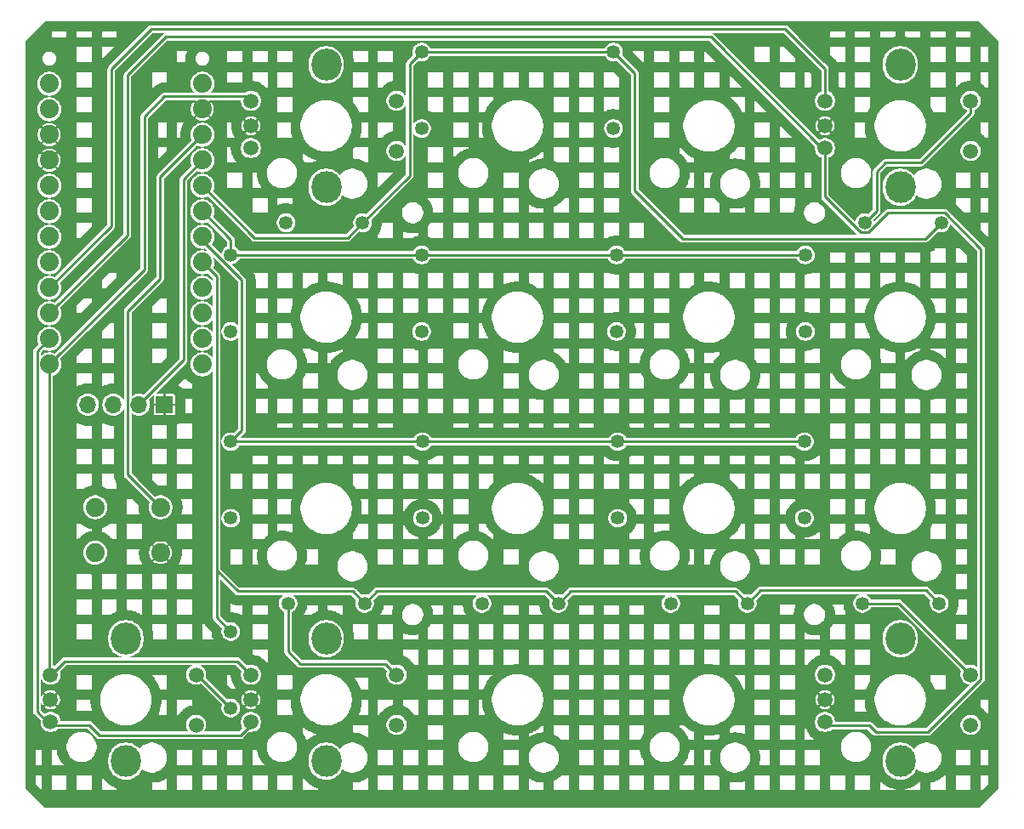
<source format=gtl>
G04 #@! TF.GenerationSoftware,KiCad,Pcbnew,9.0.7*
G04 #@! TF.CreationDate,2026-01-18T21:54:30+01:00*
G04 #@! TF.ProjectId,dumbpad,64756d62-7061-4642-9e6b-696361645f70,rev?*
G04 #@! TF.SameCoordinates,Original*
G04 #@! TF.FileFunction,Copper,L1,Top*
G04 #@! TF.FilePolarity,Positive*
%FSLAX46Y46*%
G04 Gerber Fmt 4.6, Leading zero omitted, Abs format (unit mm)*
G04 Created by KiCad (PCBNEW 9.0.7) date 2026-01-18 21:54:30*
%MOMM*%
%LPD*%
G01*
G04 APERTURE LIST*
G04 #@! TA.AperFunction,ComponentPad*
%ADD10R,1.700000X1.700000*%
G04 #@! TD*
G04 #@! TA.AperFunction,ComponentPad*
%ADD11O,1.700000X1.700000*%
G04 #@! TD*
G04 #@! TA.AperFunction,ComponentPad*
%ADD12C,1.500000*%
G04 #@! TD*
G04 #@! TA.AperFunction,ComponentPad*
%ADD13O,3.000000X3.175000*%
G04 #@! TD*
G04 #@! TA.AperFunction,ComponentPad*
%ADD14O,3.000000X3.187500*%
G04 #@! TD*
G04 #@! TA.AperFunction,ComponentPad*
%ADD15C,1.879600*%
G04 #@! TD*
G04 #@! TA.AperFunction,ComponentPad*
%ADD16C,1.350000*%
G04 #@! TD*
G04 #@! TA.AperFunction,Conductor*
%ADD17C,0.250000*%
G04 #@! TD*
G04 APERTURE END LIST*
D10*
X113900000Y-104000000D03*
D11*
X111360000Y-104000000D03*
X108820000Y-104000000D03*
X106280000Y-104000000D03*
D12*
X179651100Y-130903600D03*
X179651100Y-135603600D03*
X179651100Y-133403600D03*
D13*
X187151100Y-139503600D03*
D14*
X187151100Y-127309850D03*
D12*
X194151100Y-130903600D03*
X194151100Y-135903600D03*
X179651100Y-73753600D03*
X179651100Y-78453600D03*
X179651100Y-76253600D03*
D13*
X187151100Y-82353600D03*
D14*
X187151100Y-70159850D03*
D12*
X194151100Y-73753600D03*
X194151100Y-78753600D03*
X122501100Y-130903600D03*
X122501100Y-135603600D03*
X122501100Y-133403600D03*
D13*
X130001100Y-139503600D03*
D14*
X130001100Y-127309850D03*
D12*
X137001100Y-130903600D03*
X137001100Y-135903600D03*
X102551100Y-130903600D03*
X102551100Y-135603600D03*
X102551100Y-133403600D03*
D13*
X110051100Y-139503600D03*
D14*
X110051100Y-127309850D03*
D12*
X117051100Y-130903600D03*
X117051100Y-135903600D03*
X122501100Y-73753600D03*
X122501100Y-78453600D03*
X122501100Y-76253600D03*
D13*
X130001100Y-82353600D03*
D14*
X130001100Y-70159850D03*
D12*
X137001100Y-73753600D03*
X137001100Y-78753600D03*
D15*
X106997600Y-114228800D03*
X113500000Y-114228800D03*
X106997600Y-118750000D03*
X113500000Y-118750000D03*
X117671100Y-72053600D03*
X117671100Y-74593600D03*
X117671100Y-77133600D03*
X117671100Y-79673600D03*
X117671100Y-82213600D03*
X117671100Y-84753600D03*
X117671100Y-87293600D03*
X117671100Y-89833600D03*
X117671100Y-92373600D03*
X117671100Y-94913600D03*
X117671100Y-97453600D03*
X117671100Y-99993600D03*
X102431100Y-99993600D03*
X102431100Y-97453600D03*
X102431100Y-94913600D03*
X102431100Y-92373600D03*
X102431100Y-89833600D03*
X102431100Y-87293600D03*
X102431100Y-84753600D03*
X102431100Y-82213600D03*
X102431100Y-79673600D03*
X102431100Y-77133600D03*
X102431100Y-74593600D03*
X102431100Y-72053600D03*
D16*
X139500000Y-76520000D03*
X139500000Y-68900000D03*
X158600000Y-76520000D03*
X158600000Y-68900000D03*
X126000000Y-85900000D03*
X133620000Y-85900000D03*
X183600000Y-85900000D03*
X191220000Y-85900000D03*
X145500000Y-123800000D03*
X153120000Y-123800000D03*
X120500000Y-134220000D03*
X120500000Y-126600000D03*
X120500000Y-96720000D03*
X120500000Y-89100000D03*
X183400000Y-123800000D03*
X191020000Y-123800000D03*
X120500000Y-115320000D03*
X120500000Y-107700000D03*
X164300000Y-123800000D03*
X171920000Y-123800000D03*
X177600000Y-115320000D03*
X177600000Y-107700000D03*
X139600000Y-115320000D03*
X139600000Y-107700000D03*
X159000000Y-115320000D03*
X159000000Y-107700000D03*
X126200000Y-123800000D03*
X133820000Y-123800000D03*
X139500000Y-96720000D03*
X139500000Y-89100000D03*
X158900000Y-96720000D03*
X158900000Y-89100000D03*
X177700000Y-96720000D03*
X177700000Y-89100000D03*
D17*
X102551100Y-130903600D02*
X102596400Y-130903600D01*
X102596400Y-130903600D02*
X103950000Y-129550000D01*
X103950000Y-129550000D02*
X121147500Y-129550000D01*
X121147500Y-129550000D02*
X122501100Y-130903600D01*
X179651100Y-135903600D02*
X179697500Y-135950000D01*
X184050000Y-135950000D02*
X184700000Y-136600000D01*
X179697500Y-135950000D02*
X184050000Y-135950000D01*
X184700000Y-136600000D02*
X189909078Y-136600000D01*
X189909078Y-136600000D02*
X195179500Y-131329578D01*
X195179500Y-131329578D02*
X195179500Y-88511188D01*
X195179500Y-88511188D02*
X191568312Y-84900000D01*
X183994912Y-86853400D02*
X183205088Y-86853400D01*
X191568312Y-84900000D02*
X185948312Y-84900000D01*
X179651100Y-83299412D02*
X179651100Y-78753600D01*
X185948312Y-84900000D02*
X183994912Y-86853400D01*
X183205088Y-86853400D02*
X179651100Y-83299412D01*
X113500000Y-114228800D02*
X110231600Y-110960400D01*
X110231600Y-110960400D02*
X110231600Y-94668400D01*
X110231600Y-94668400D02*
X113450000Y-91450000D01*
X113450000Y-91450000D02*
X113450000Y-81354700D01*
X113450000Y-81354700D02*
X117671100Y-77133600D01*
X111360000Y-104000000D02*
X115800000Y-99560000D01*
X115800000Y-99560000D02*
X115800000Y-81544700D01*
X179651100Y-73753600D02*
X179651100Y-70551100D01*
X179651100Y-70551100D02*
X175700000Y-66600000D01*
X175700000Y-66600000D02*
X112600000Y-66600000D01*
X112600000Y-66600000D02*
X108600000Y-70600000D01*
X108600000Y-70600000D02*
X108600000Y-86204700D01*
X108600000Y-86204700D02*
X102431100Y-92373600D01*
X179651100Y-78753600D02*
X168297500Y-67400000D01*
X168297500Y-67400000D02*
X114000000Y-67400000D01*
X110200000Y-71200000D02*
X110200000Y-87144700D01*
X114000000Y-67400000D02*
X110200000Y-71200000D01*
X110200000Y-87144700D02*
X102431100Y-94913600D01*
X102431100Y-99993600D02*
X111900000Y-90524700D01*
X111900000Y-90524700D02*
X111900000Y-75300000D01*
X111900000Y-75300000D02*
X113900000Y-73300000D01*
X113900000Y-73300000D02*
X122047500Y-73300000D01*
X122047500Y-73300000D02*
X122501100Y-73753600D01*
X133620000Y-85900000D02*
X138300000Y-81220000D01*
X138300000Y-81220000D02*
X138300000Y-70100000D01*
X138300000Y-70100000D02*
X139500000Y-68900000D01*
X126200000Y-123800000D02*
X126200000Y-128600000D01*
X126200000Y-128600000D02*
X127400000Y-129800000D01*
X135897500Y-129800000D02*
X137001100Y-130903600D01*
X127400000Y-129800000D02*
X135897500Y-129800000D01*
X120500000Y-107700000D02*
X121600000Y-106600000D01*
X121600000Y-106600000D02*
X121600000Y-91600000D01*
X121600000Y-91600000D02*
X117671100Y-87671100D01*
X117671100Y-87671100D02*
X117671100Y-87293600D01*
X102431100Y-100031100D02*
X102600000Y-100200000D01*
X102431100Y-99993600D02*
X102431100Y-100031100D01*
X133820000Y-123800000D02*
X132620000Y-122600000D01*
X132620000Y-122600000D02*
X121200000Y-122600000D01*
X121200000Y-122600000D02*
X119100000Y-120500000D01*
X120500000Y-126600000D02*
X119100000Y-125200000D01*
X119100000Y-125200000D02*
X119100000Y-91262500D01*
X119100000Y-91262500D02*
X117671100Y-89833600D01*
X158900000Y-89100000D02*
X177700000Y-89100000D01*
X139500000Y-89100000D02*
X158900000Y-89100000D01*
X120500000Y-89100000D02*
X139500000Y-89100000D01*
X120500000Y-89100000D02*
X120500000Y-87582500D01*
X120500000Y-87582500D02*
X117671100Y-84753600D01*
X139600000Y-107700000D02*
X159000000Y-107700000D01*
X139600000Y-107700000D02*
X120500000Y-107700000D01*
X177600000Y-107700000D02*
X159000000Y-107700000D01*
X151920000Y-122600000D02*
X135020000Y-122600000D01*
X170720000Y-122600000D02*
X154320000Y-122600000D01*
X189720000Y-122500000D02*
X173220000Y-122500000D01*
X191020000Y-123800000D02*
X189720000Y-122500000D01*
X173220000Y-122500000D02*
X171920000Y-123800000D01*
X171920000Y-123800000D02*
X170720000Y-122600000D01*
X154320000Y-122600000D02*
X153120000Y-123800000D01*
X153120000Y-123800000D02*
X151920000Y-122600000D01*
X135020000Y-122600000D02*
X133820000Y-123800000D01*
X102551100Y-135903600D02*
X101212900Y-134565400D01*
X101212900Y-134565400D02*
X101212900Y-98671800D01*
X101212900Y-98671800D02*
X102431100Y-97453600D01*
X102431100Y-99993600D02*
X102431100Y-130783600D01*
X102431100Y-130783600D02*
X102551100Y-130903600D01*
X133620000Y-85900000D02*
X132120000Y-87400000D01*
X132120000Y-87400000D02*
X122857500Y-87400000D01*
X122857500Y-87400000D02*
X117671100Y-82213600D01*
X158600000Y-68900000D02*
X139500000Y-68900000D01*
X191220000Y-85900000D02*
X189620000Y-87500000D01*
X189620000Y-87500000D02*
X165500000Y-87500000D01*
X165500000Y-87500000D02*
X160700000Y-82700000D01*
X160700000Y-82700000D02*
X160700000Y-71000000D01*
X160700000Y-71000000D02*
X158600000Y-68900000D01*
X194151100Y-73753600D02*
X194151100Y-74948900D01*
X194151100Y-74948900D02*
X189200000Y-79900000D01*
X189200000Y-79900000D02*
X185700000Y-79900000D01*
X185700000Y-79900000D02*
X184800000Y-80800000D01*
X184800000Y-80800000D02*
X184800000Y-84700000D01*
X184800000Y-84700000D02*
X183600000Y-85900000D01*
X120500000Y-134220000D02*
X117183600Y-130903600D01*
X117183600Y-130903600D02*
X117051100Y-130903600D01*
X122501100Y-135903600D02*
X121472700Y-136932000D01*
X121472700Y-136932000D02*
X107432000Y-136932000D01*
X107432000Y-136932000D02*
X106403600Y-135903600D01*
X106403600Y-135903600D02*
X102551100Y-135903600D01*
X194151100Y-130903600D02*
X187047500Y-123800000D01*
X187047500Y-123800000D02*
X183400000Y-123800000D01*
X115800000Y-81544700D02*
X117671100Y-79673600D01*
G04 #@! TA.AperFunction,Conductor*
G36*
X194980196Y-65841166D02*
G01*
X196913534Y-67774504D01*
X196924400Y-67800738D01*
X196924400Y-142206462D01*
X196913534Y-142232696D01*
X194980196Y-144166034D01*
X194953962Y-144176900D01*
X102048238Y-144176900D01*
X102022004Y-144166034D01*
X100262470Y-142406500D01*
X102652000Y-142406500D01*
X104154000Y-142406500D01*
X105152000Y-142406500D01*
X106654000Y-142406500D01*
X107652000Y-142406500D01*
X109154000Y-142406500D01*
X109154000Y-142197311D01*
X109149595Y-142195816D01*
X109148454Y-142195408D01*
X109120201Y-142184773D01*
X109119073Y-142184327D01*
X108876438Y-142083824D01*
X108875326Y-142083342D01*
X108847797Y-142070870D01*
X108846698Y-142070350D01*
X108817404Y-142055904D01*
X108816326Y-142055350D01*
X108789650Y-142041093D01*
X108788587Y-142040503D01*
X108561119Y-141909174D01*
X108560077Y-141908549D01*
X108534410Y-141892588D01*
X108533391Y-141891931D01*
X108506234Y-141873786D01*
X108505235Y-141873095D01*
X108480653Y-141855480D01*
X108479678Y-141854756D01*
X108271259Y-141694831D01*
X108270305Y-141694075D01*
X108246864Y-141674834D01*
X108245936Y-141674045D01*
X108221382Y-141652503D01*
X108220937Y-141652100D01*
X112652000Y-141652100D01*
X112652000Y-142406500D01*
X114154000Y-142406500D01*
X115152000Y-142406500D01*
X116654000Y-142406500D01*
X117652000Y-142406500D01*
X119154000Y-142406500D01*
X120152000Y-142406500D01*
X121654000Y-142406500D01*
X122652000Y-142406500D01*
X124154000Y-142406500D01*
X125152000Y-142406500D01*
X126654000Y-142406500D01*
X127652000Y-142406500D01*
X129154000Y-142406500D01*
X129154000Y-142213462D01*
X129131682Y-142206691D01*
X129130524Y-142206319D01*
X129099595Y-142195816D01*
X129098454Y-142195408D01*
X129070201Y-142184773D01*
X129069073Y-142184327D01*
X128826438Y-142083824D01*
X128825326Y-142083342D01*
X128797797Y-142070870D01*
X128796698Y-142070350D01*
X128767404Y-142055904D01*
X128766326Y-142055350D01*
X128739650Y-142041093D01*
X128738587Y-142040503D01*
X128511119Y-141909174D01*
X128510077Y-141908549D01*
X128484410Y-141892588D01*
X128483391Y-141891931D01*
X128456234Y-141873786D01*
X128455235Y-141873095D01*
X128430653Y-141855480D01*
X128429678Y-141854756D01*
X128221259Y-141694831D01*
X128220305Y-141694075D01*
X128196864Y-141674834D01*
X128195936Y-141674045D01*
X128171382Y-141652503D01*
X128170937Y-141652100D01*
X132652000Y-141652100D01*
X132652000Y-142406500D01*
X134154000Y-142406500D01*
X135152000Y-142406500D01*
X136654000Y-142406500D01*
X137652000Y-142406500D01*
X139154000Y-142406500D01*
X140152000Y-142406500D01*
X141654000Y-142406500D01*
X142652000Y-142406500D01*
X144154000Y-142406500D01*
X145152000Y-142406500D01*
X146654000Y-142406500D01*
X147652000Y-142406500D01*
X149154000Y-142406500D01*
X150152000Y-142406500D01*
X151654000Y-142406500D01*
X151654000Y-141652100D01*
X151513386Y-141652100D01*
X151511928Y-141652071D01*
X151475627Y-141650643D01*
X151474171Y-141650557D01*
X151435096Y-141647478D01*
X151433647Y-141647336D01*
X151397663Y-141643075D01*
X151396222Y-141642875D01*
X151124301Y-141599807D01*
X151122871Y-141599552D01*
X151087379Y-141592496D01*
X151085960Y-141592185D01*
X151047843Y-141583043D01*
X151046429Y-141582674D01*
X151011415Y-141572803D01*
X151010017Y-141572379D01*
X150748032Y-141487254D01*
X150746653Y-141486776D01*
X150712543Y-141474189D01*
X150711184Y-141473656D01*
X150674974Y-141458650D01*
X150673642Y-141458068D01*
X150650198Y-141447258D01*
X152652000Y-141447258D01*
X152652000Y-142406500D01*
X154154000Y-142406500D01*
X155152000Y-142406500D01*
X156654000Y-142406500D01*
X157652000Y-142406500D01*
X159154000Y-142406500D01*
X160152000Y-142406500D01*
X161654000Y-142406500D01*
X162652000Y-142406500D01*
X164154000Y-142406500D01*
X165152000Y-142406500D01*
X166654000Y-142406500D01*
X167652000Y-142406500D01*
X169154000Y-142406500D01*
X169154000Y-141595402D01*
X170152000Y-141595402D01*
X170152000Y-142406500D01*
X171654000Y-142406500D01*
X172652000Y-142406500D01*
X174154000Y-142406500D01*
X175152000Y-142406500D01*
X176654000Y-142406500D01*
X177652000Y-142406500D01*
X179154000Y-142406500D01*
X180152000Y-142406500D01*
X181654000Y-142406500D01*
X182652000Y-142406500D01*
X184154000Y-142406500D01*
X185152000Y-142406500D01*
X186654000Y-142406500D01*
X186654000Y-142301671D01*
X186650203Y-142301044D01*
X187652000Y-142301044D01*
X187652000Y-142406500D01*
X189154000Y-142406500D01*
X189154000Y-141619747D01*
X190152000Y-141619747D01*
X190152000Y-142406500D01*
X191654000Y-142406500D01*
X192652000Y-142406500D01*
X194154000Y-142406500D01*
X195152000Y-142406500D01*
X195328344Y-142406500D01*
X195926400Y-141808444D01*
X195926400Y-140904500D01*
X195152000Y-140904500D01*
X195152000Y-142406500D01*
X194154000Y-142406500D01*
X194154000Y-140904500D01*
X192652000Y-140904500D01*
X192652000Y-142406500D01*
X191654000Y-142406500D01*
X191654000Y-140904500D01*
X191533613Y-140904500D01*
X191420466Y-141017647D01*
X191419417Y-141018655D01*
X191392820Y-141043243D01*
X191391733Y-141044209D01*
X191361930Y-141069670D01*
X191360803Y-141070595D01*
X191332264Y-141093097D01*
X191331100Y-141093978D01*
X191108320Y-141255838D01*
X191107126Y-141256670D01*
X191077024Y-141276786D01*
X191075802Y-141277569D01*
X191042383Y-141298057D01*
X191041122Y-141298796D01*
X191009398Y-141316565D01*
X191008111Y-141317253D01*
X190762744Y-141442273D01*
X190761436Y-141442908D01*
X190728558Y-141458068D01*
X190727226Y-141458650D01*
X190691016Y-141473656D01*
X190689657Y-141474189D01*
X190655547Y-141486776D01*
X190654168Y-141487254D01*
X190392183Y-141572379D01*
X190390785Y-141572803D01*
X190355771Y-141582674D01*
X190354357Y-141583043D01*
X190316240Y-141592185D01*
X190314821Y-141592496D01*
X190279329Y-141599552D01*
X190277899Y-141599807D01*
X190152000Y-141619747D01*
X189154000Y-141619747D01*
X189154000Y-141584519D01*
X189147844Y-141583043D01*
X189146429Y-141582674D01*
X189111415Y-141572803D01*
X189110017Y-141572379D01*
X189074111Y-141560712D01*
X189004582Y-141630242D01*
X189003712Y-141631083D01*
X188981715Y-141651690D01*
X188980818Y-141652503D01*
X188956264Y-141674045D01*
X188955336Y-141674834D01*
X188931895Y-141694075D01*
X188930941Y-141694831D01*
X188722522Y-141854756D01*
X188721547Y-141855480D01*
X188696965Y-141873095D01*
X188695966Y-141873786D01*
X188668809Y-141891931D01*
X188667790Y-141892588D01*
X188642123Y-141908549D01*
X188641081Y-141909174D01*
X188413613Y-142040503D01*
X188412550Y-142041093D01*
X188385874Y-142055350D01*
X188384796Y-142055904D01*
X188355502Y-142070350D01*
X188354403Y-142070870D01*
X188326874Y-142083342D01*
X188325762Y-142083824D01*
X188083127Y-142184327D01*
X188081999Y-142184773D01*
X188053746Y-142195408D01*
X188052605Y-142195816D01*
X188021676Y-142206319D01*
X188020518Y-142206691D01*
X187991540Y-142215483D01*
X187990371Y-142215817D01*
X187736660Y-142283797D01*
X187735484Y-142284091D01*
X187706077Y-142290949D01*
X187704891Y-142291206D01*
X187672857Y-142297580D01*
X187671662Y-142297797D01*
X187652000Y-142301044D01*
X186650203Y-142301044D01*
X186630538Y-142297797D01*
X186629343Y-142297580D01*
X186597309Y-142291206D01*
X186596123Y-142290949D01*
X186566716Y-142284091D01*
X186565540Y-142283797D01*
X186311829Y-142215817D01*
X186310660Y-142215483D01*
X186281682Y-142206691D01*
X186280524Y-142206319D01*
X186249595Y-142195816D01*
X186248454Y-142195408D01*
X186220201Y-142184773D01*
X186219073Y-142184327D01*
X185976438Y-142083824D01*
X185975326Y-142083342D01*
X185947797Y-142070870D01*
X185946698Y-142070350D01*
X185917404Y-142055904D01*
X185916326Y-142055350D01*
X185889650Y-142041093D01*
X185888587Y-142040503D01*
X185661119Y-141909174D01*
X185660077Y-141908549D01*
X185634410Y-141892588D01*
X185633391Y-141891931D01*
X185606234Y-141873786D01*
X185605235Y-141873095D01*
X185580653Y-141855480D01*
X185579678Y-141854756D01*
X185371259Y-141694831D01*
X185370305Y-141694075D01*
X185346864Y-141674834D01*
X185345936Y-141674045D01*
X185321382Y-141652503D01*
X185320485Y-141651690D01*
X185298488Y-141631083D01*
X185297618Y-141630242D01*
X185152000Y-141484624D01*
X185152000Y-142406500D01*
X184154000Y-142406500D01*
X184154000Y-140904500D01*
X182652000Y-140904500D01*
X182652000Y-142406500D01*
X181654000Y-142406500D01*
X181654000Y-140904500D01*
X180152000Y-140904500D01*
X180152000Y-142406500D01*
X179154000Y-142406500D01*
X179154000Y-140904500D01*
X177652000Y-140904500D01*
X177652000Y-142406500D01*
X176654000Y-142406500D01*
X176654000Y-140904500D01*
X175152000Y-140904500D01*
X175152000Y-142406500D01*
X174154000Y-142406500D01*
X174154000Y-140904500D01*
X172652000Y-140904500D01*
X172652000Y-142406500D01*
X171654000Y-142406500D01*
X171654000Y-141468275D01*
X171641016Y-141473656D01*
X171639657Y-141474189D01*
X171605547Y-141486776D01*
X171604168Y-141487254D01*
X171342183Y-141572379D01*
X171340785Y-141572803D01*
X171305771Y-141582674D01*
X171304357Y-141583043D01*
X171266240Y-141592185D01*
X171264821Y-141592496D01*
X171229329Y-141599552D01*
X171227899Y-141599807D01*
X170955978Y-141642875D01*
X170954537Y-141643075D01*
X170918553Y-141647336D01*
X170917104Y-141647478D01*
X170878029Y-141650557D01*
X170876573Y-141650643D01*
X170840272Y-141652071D01*
X170838814Y-141652100D01*
X170563386Y-141652100D01*
X170561928Y-141652071D01*
X170525627Y-141650643D01*
X170524171Y-141650557D01*
X170485096Y-141647478D01*
X170483647Y-141647336D01*
X170447663Y-141643075D01*
X170446222Y-141642875D01*
X170174301Y-141599807D01*
X170172871Y-141599552D01*
X170152000Y-141595402D01*
X169154000Y-141595402D01*
X169154000Y-141117882D01*
X169121100Y-141093979D01*
X169119936Y-141093097D01*
X169091397Y-141070595D01*
X169090270Y-141069670D01*
X169060467Y-141044209D01*
X169059380Y-141043243D01*
X169032783Y-141018655D01*
X169031734Y-141017647D01*
X168918587Y-140904500D01*
X167652000Y-140904500D01*
X167652000Y-142406500D01*
X166654000Y-142406500D01*
X166654000Y-140904500D01*
X165152000Y-140904500D01*
X165152000Y-142406500D01*
X164154000Y-142406500D01*
X164154000Y-140904500D01*
X162652000Y-140904500D01*
X162652000Y-142406500D01*
X161654000Y-142406500D01*
X161654000Y-140904500D01*
X160152000Y-140904500D01*
X160152000Y-142406500D01*
X159154000Y-142406500D01*
X159154000Y-140904500D01*
X157652000Y-140904500D01*
X157652000Y-142406500D01*
X156654000Y-142406500D01*
X156654000Y-140904500D01*
X155152000Y-140904500D01*
X155152000Y-142406500D01*
X154154000Y-142406500D01*
X154154000Y-140904500D01*
X153433613Y-140904500D01*
X153320466Y-141017647D01*
X153319417Y-141018655D01*
X153292820Y-141043243D01*
X153291733Y-141044209D01*
X153261930Y-141069670D01*
X153260803Y-141070595D01*
X153232264Y-141093097D01*
X153231100Y-141093978D01*
X153008320Y-141255838D01*
X153007126Y-141256670D01*
X152977024Y-141276786D01*
X152975802Y-141277569D01*
X152942383Y-141298057D01*
X152941122Y-141298796D01*
X152909398Y-141316565D01*
X152908111Y-141317253D01*
X152662744Y-141442273D01*
X152661435Y-141442908D01*
X152652000Y-141447258D01*
X150650198Y-141447258D01*
X150640764Y-141442908D01*
X150639456Y-141442273D01*
X150394089Y-141317253D01*
X150392802Y-141316565D01*
X150361078Y-141298796D01*
X150359817Y-141298057D01*
X150326398Y-141277569D01*
X150325176Y-141276786D01*
X150295074Y-141256670D01*
X150293880Y-141255838D01*
X150152000Y-141152754D01*
X150152000Y-142406500D01*
X149154000Y-142406500D01*
X149154000Y-140904500D01*
X147652000Y-140904500D01*
X147652000Y-142406500D01*
X146654000Y-142406500D01*
X146654000Y-140904500D01*
X145152000Y-140904500D01*
X145152000Y-142406500D01*
X144154000Y-142406500D01*
X144154000Y-140904500D01*
X142652000Y-140904500D01*
X142652000Y-142406500D01*
X141654000Y-142406500D01*
X141654000Y-140904500D01*
X140152000Y-140904500D01*
X140152000Y-142406500D01*
X139154000Y-142406500D01*
X139154000Y-140904500D01*
X137652000Y-140904500D01*
X137652000Y-142406500D01*
X136654000Y-142406500D01*
X136654000Y-140904500D01*
X135152000Y-140904500D01*
X135152000Y-142406500D01*
X134154000Y-142406500D01*
X134154000Y-141113667D01*
X133958320Y-141255838D01*
X133957126Y-141256670D01*
X133927024Y-141276786D01*
X133925802Y-141277569D01*
X133892383Y-141298057D01*
X133891122Y-141298796D01*
X133859398Y-141316565D01*
X133858111Y-141317253D01*
X133612744Y-141442273D01*
X133611436Y-141442908D01*
X133578558Y-141458068D01*
X133577226Y-141458650D01*
X133541016Y-141473656D01*
X133539657Y-141474189D01*
X133505547Y-141486776D01*
X133504168Y-141487254D01*
X133242183Y-141572379D01*
X133240785Y-141572803D01*
X133205771Y-141582674D01*
X133204357Y-141583043D01*
X133166240Y-141592185D01*
X133164821Y-141592496D01*
X133129329Y-141599552D01*
X133127899Y-141599807D01*
X132855978Y-141642875D01*
X132854537Y-141643075D01*
X132818553Y-141647336D01*
X132817104Y-141647478D01*
X132778029Y-141650557D01*
X132776573Y-141650643D01*
X132740272Y-141652071D01*
X132738814Y-141652100D01*
X132652000Y-141652100D01*
X128170937Y-141652100D01*
X128170485Y-141651690D01*
X128148488Y-141631083D01*
X128147618Y-141630242D01*
X127961958Y-141444582D01*
X127961117Y-141443712D01*
X127940510Y-141421715D01*
X127939697Y-141420818D01*
X127918155Y-141396264D01*
X127917366Y-141395336D01*
X127898125Y-141371895D01*
X127897369Y-141370941D01*
X127737444Y-141162522D01*
X127736720Y-141161547D01*
X127719105Y-141136965D01*
X127718414Y-141135966D01*
X127700269Y-141108809D01*
X127699612Y-141107790D01*
X127683651Y-141082123D01*
X127683026Y-141081081D01*
X127652000Y-141027342D01*
X127652000Y-142406500D01*
X126654000Y-142406500D01*
X126654000Y-140904500D01*
X125152000Y-140904500D01*
X125152000Y-142406500D01*
X124154000Y-142406500D01*
X124154000Y-140904500D01*
X122652000Y-140904500D01*
X122652000Y-142406500D01*
X121654000Y-142406500D01*
X121654000Y-140904500D01*
X120152000Y-140904500D01*
X120152000Y-142406500D01*
X119154000Y-142406500D01*
X119154000Y-140904500D01*
X117652000Y-140904500D01*
X117652000Y-142406500D01*
X116654000Y-142406500D01*
X116654000Y-140904500D01*
X115152000Y-140904500D01*
X115152000Y-142406500D01*
X114154000Y-142406500D01*
X114154000Y-141149994D01*
X114008320Y-141255838D01*
X114007126Y-141256670D01*
X113977024Y-141276786D01*
X113975802Y-141277569D01*
X113942383Y-141298057D01*
X113941122Y-141298796D01*
X113909398Y-141316565D01*
X113908111Y-141317253D01*
X113662744Y-141442273D01*
X113661436Y-141442908D01*
X113628558Y-141458068D01*
X113627226Y-141458650D01*
X113591016Y-141473656D01*
X113589657Y-141474189D01*
X113555547Y-141486776D01*
X113554168Y-141487254D01*
X113292183Y-141572379D01*
X113290785Y-141572803D01*
X113255771Y-141582674D01*
X113254357Y-141583043D01*
X113216240Y-141592185D01*
X113214821Y-141592496D01*
X113179329Y-141599552D01*
X113177899Y-141599807D01*
X112905978Y-141642875D01*
X112904537Y-141643075D01*
X112868553Y-141647336D01*
X112867104Y-141647478D01*
X112828029Y-141650557D01*
X112826573Y-141650643D01*
X112790272Y-141652071D01*
X112788814Y-141652100D01*
X112652000Y-141652100D01*
X108220937Y-141652100D01*
X108220485Y-141651690D01*
X108198488Y-141631083D01*
X108197618Y-141630242D01*
X108011958Y-141444582D01*
X108011117Y-141443712D01*
X107990510Y-141421715D01*
X107989697Y-141420818D01*
X107968155Y-141396264D01*
X107967366Y-141395336D01*
X107948125Y-141371895D01*
X107947369Y-141370941D01*
X107787444Y-141162522D01*
X107786720Y-141161547D01*
X107769105Y-141136965D01*
X107768414Y-141135966D01*
X107750269Y-141108809D01*
X107749612Y-141107790D01*
X107733651Y-141082123D01*
X107733026Y-141081081D01*
X107652000Y-140940739D01*
X107652000Y-142406500D01*
X106654000Y-142406500D01*
X106654000Y-140904500D01*
X105152000Y-140904500D01*
X105152000Y-142406500D01*
X104154000Y-142406500D01*
X104154000Y-140904500D01*
X102652000Y-140904500D01*
X102652000Y-142406500D01*
X100262470Y-142406500D01*
X100088666Y-142232696D01*
X100077800Y-142206462D01*
X100077800Y-141808444D01*
X101075800Y-141808444D01*
X101654000Y-142386644D01*
X101654000Y-140904500D01*
X101075800Y-140904500D01*
X101075800Y-141808444D01*
X100077800Y-141808444D01*
X100077800Y-139906500D01*
X101075800Y-139906500D01*
X101654000Y-139906500D01*
X102652000Y-139906500D01*
X103920587Y-139906500D01*
X103787053Y-139772966D01*
X103786045Y-139771917D01*
X103761457Y-139745320D01*
X103760491Y-139744233D01*
X103735030Y-139714430D01*
X103734105Y-139713303D01*
X103711603Y-139684764D01*
X103710722Y-139683600D01*
X103548862Y-139460820D01*
X103548030Y-139459626D01*
X103527914Y-139429524D01*
X103527131Y-139428302D01*
X103506643Y-139394883D01*
X103505904Y-139393622D01*
X103488135Y-139361898D01*
X103487447Y-139360611D01*
X103362427Y-139115244D01*
X103361792Y-139113936D01*
X103346632Y-139081058D01*
X103346050Y-139079726D01*
X103331044Y-139043516D01*
X103330511Y-139042157D01*
X103317924Y-139008047D01*
X103317446Y-139006668D01*
X103232321Y-138744683D01*
X103231897Y-138743285D01*
X103222026Y-138708271D01*
X103221657Y-138706857D01*
X103212515Y-138668740D01*
X103212204Y-138667321D01*
X103205148Y-138631829D01*
X103204893Y-138630399D01*
X103169114Y-138404500D01*
X102652000Y-138404500D01*
X102652000Y-139906500D01*
X101654000Y-139906500D01*
X101654000Y-138404500D01*
X101075800Y-138404500D01*
X101075800Y-139906500D01*
X100077800Y-139906500D01*
X100077800Y-137985508D01*
X104150600Y-137985508D01*
X104150600Y-138221691D01*
X104187546Y-138454966D01*
X104187548Y-138454974D01*
X104260529Y-138679585D01*
X104260534Y-138679596D01*
X104367751Y-138890023D01*
X104367754Y-138890028D01*
X104367757Y-138890033D01*
X104506583Y-139081110D01*
X104673590Y-139248117D01*
X104864667Y-139386943D01*
X104864671Y-139386945D01*
X104864676Y-139386948D01*
X104948237Y-139429524D01*
X105075108Y-139494168D01*
X105075113Y-139494169D01*
X105075114Y-139494170D01*
X105299725Y-139567151D01*
X105299728Y-139567151D01*
X105299732Y-139567153D01*
X105533008Y-139604100D01*
X105769192Y-139604100D01*
X106002468Y-139567153D01*
X106227092Y-139494168D01*
X106437533Y-139386943D01*
X106555680Y-139301104D01*
X108296600Y-139301104D01*
X108296600Y-139706096D01*
X108305266Y-139771917D01*
X108326620Y-139934118D01*
X108326621Y-139934124D01*
X108386144Y-140156272D01*
X108474159Y-140368760D01*
X108474160Y-140368761D01*
X108589156Y-140567940D01*
X108589158Y-140567943D01*
X108589159Y-140567944D01*
X108729159Y-140750397D01*
X108729162Y-140750400D01*
X108729166Y-140750405D01*
X108891795Y-140913034D01*
X108891799Y-140913037D01*
X108891802Y-140913040D01*
X109074255Y-141053040D01*
X109074254Y-141053040D01*
X109074257Y-141053041D01*
X109074260Y-141053044D01*
X109273439Y-141168040D01*
X109485924Y-141256054D01*
X109485925Y-141256054D01*
X109485927Y-141256055D01*
X109536808Y-141269688D01*
X109708080Y-141315580D01*
X109936104Y-141345600D01*
X109936109Y-141345600D01*
X110166091Y-141345600D01*
X110166096Y-141345600D01*
X110394120Y-141315580D01*
X110616276Y-141256054D01*
X110828761Y-141168040D01*
X111027940Y-141053044D01*
X111210405Y-140913034D01*
X111373034Y-140750405D01*
X111513044Y-140567940D01*
X111628040Y-140368761D01*
X111643060Y-140332497D01*
X111663137Y-140312420D01*
X111691532Y-140312420D01*
X111699142Y-140316682D01*
X111864662Y-140436940D01*
X111864676Y-140436948D01*
X111965263Y-140488199D01*
X112075108Y-140544168D01*
X112075113Y-140544169D01*
X112075114Y-140544170D01*
X112299725Y-140617151D01*
X112299728Y-140617151D01*
X112299732Y-140617153D01*
X112533008Y-140654100D01*
X112769192Y-140654100D01*
X113002468Y-140617153D01*
X113227092Y-140544168D01*
X113437533Y-140436943D01*
X113628610Y-140298117D01*
X113795617Y-140131110D01*
X113934443Y-139940033D01*
X113951529Y-139906500D01*
X115152000Y-139906500D01*
X116654000Y-139906500D01*
X117652000Y-139906500D01*
X119154000Y-139906500D01*
X120152000Y-139906500D01*
X121654000Y-139906500D01*
X122652000Y-139906500D01*
X123870587Y-139906500D01*
X123737053Y-139772966D01*
X123736045Y-139771917D01*
X123711457Y-139745320D01*
X123710491Y-139744233D01*
X123685030Y-139714430D01*
X123684105Y-139713303D01*
X123661603Y-139684764D01*
X123660722Y-139683600D01*
X123498862Y-139460820D01*
X123498030Y-139459626D01*
X123477914Y-139429524D01*
X123477131Y-139428302D01*
X123456643Y-139394883D01*
X123455904Y-139393622D01*
X123438135Y-139361898D01*
X123437447Y-139360611D01*
X123312427Y-139115244D01*
X123311792Y-139113936D01*
X123296632Y-139081058D01*
X123296050Y-139079726D01*
X123281044Y-139043516D01*
X123280511Y-139042157D01*
X123267924Y-139008047D01*
X123267446Y-139006668D01*
X123182321Y-138744683D01*
X123181897Y-138743285D01*
X123172026Y-138708271D01*
X123171657Y-138706857D01*
X123162515Y-138668740D01*
X123162204Y-138667321D01*
X123155148Y-138631829D01*
X123154893Y-138630399D01*
X123119114Y-138404500D01*
X122652000Y-138404500D01*
X122652000Y-139906500D01*
X121654000Y-139906500D01*
X121654000Y-138404500D01*
X120152000Y-138404500D01*
X120152000Y-139906500D01*
X119154000Y-139906500D01*
X119154000Y-138404500D01*
X117652000Y-138404500D01*
X117652000Y-139906500D01*
X116654000Y-139906500D01*
X116654000Y-138404500D01*
X115152000Y-138404500D01*
X115152000Y-139906500D01*
X113951529Y-139906500D01*
X114041668Y-139729592D01*
X114114653Y-139504968D01*
X114151600Y-139271692D01*
X114151600Y-139035508D01*
X114114653Y-138802232D01*
X114074802Y-138679585D01*
X114041670Y-138577614D01*
X114041669Y-138577613D01*
X114041668Y-138577608D01*
X113934443Y-138367167D01*
X113795617Y-138176090D01*
X113628610Y-138009083D01*
X113596162Y-137985508D01*
X124100600Y-137985508D01*
X124100600Y-138221691D01*
X124137546Y-138454966D01*
X124137548Y-138454974D01*
X124210529Y-138679585D01*
X124210534Y-138679596D01*
X124317751Y-138890023D01*
X124317754Y-138890028D01*
X124317757Y-138890033D01*
X124456583Y-139081110D01*
X124623590Y-139248117D01*
X124814667Y-139386943D01*
X124814671Y-139386945D01*
X124814676Y-139386948D01*
X124898237Y-139429524D01*
X125025108Y-139494168D01*
X125025113Y-139494169D01*
X125025114Y-139494170D01*
X125249725Y-139567151D01*
X125249728Y-139567151D01*
X125249732Y-139567153D01*
X125483008Y-139604100D01*
X125719192Y-139604100D01*
X125952468Y-139567153D01*
X126177092Y-139494168D01*
X126387533Y-139386943D01*
X126505680Y-139301104D01*
X128246600Y-139301104D01*
X128246600Y-139706096D01*
X128255266Y-139771917D01*
X128276620Y-139934118D01*
X128276621Y-139934124D01*
X128336144Y-140156272D01*
X128424159Y-140368760D01*
X128424160Y-140368761D01*
X128539156Y-140567940D01*
X128539158Y-140567943D01*
X128539159Y-140567944D01*
X128679159Y-140750397D01*
X128679162Y-140750400D01*
X128679166Y-140750405D01*
X128841795Y-140913034D01*
X128841799Y-140913037D01*
X128841802Y-140913040D01*
X129024255Y-141053040D01*
X129024254Y-141053040D01*
X129024257Y-141053041D01*
X129024260Y-141053044D01*
X129223439Y-141168040D01*
X129435924Y-141256054D01*
X129435925Y-141256054D01*
X129435927Y-141256055D01*
X129486808Y-141269688D01*
X129658080Y-141315580D01*
X129886104Y-141345600D01*
X129886109Y-141345600D01*
X130116091Y-141345600D01*
X130116096Y-141345600D01*
X130344120Y-141315580D01*
X130566276Y-141256054D01*
X130778761Y-141168040D01*
X130977940Y-141053044D01*
X131160405Y-140913034D01*
X131323034Y-140750405D01*
X131463044Y-140567940D01*
X131578040Y-140368761D01*
X131593060Y-140332497D01*
X131613137Y-140312420D01*
X131641532Y-140312420D01*
X131649142Y-140316682D01*
X131814662Y-140436940D01*
X131814676Y-140436948D01*
X131915263Y-140488199D01*
X132025108Y-140544168D01*
X132025113Y-140544169D01*
X132025114Y-140544170D01*
X132249725Y-140617151D01*
X132249728Y-140617151D01*
X132249732Y-140617153D01*
X132483008Y-140654100D01*
X132719192Y-140654100D01*
X132952468Y-140617153D01*
X133177092Y-140544168D01*
X133387533Y-140436943D01*
X133578610Y-140298117D01*
X133745617Y-140131110D01*
X133884443Y-139940033D01*
X133901529Y-139906500D01*
X135152000Y-139906500D01*
X136654000Y-139906500D01*
X137652000Y-139906500D01*
X139154000Y-139906500D01*
X140152000Y-139906500D01*
X141654000Y-139906500D01*
X147652000Y-139906500D01*
X149154000Y-139906500D01*
X149154000Y-139327623D01*
X149152629Y-139292772D01*
X149152600Y-139291314D01*
X149152600Y-139035508D01*
X150150600Y-139035508D01*
X150150600Y-139271691D01*
X150187546Y-139504966D01*
X150187548Y-139504974D01*
X150260529Y-139729585D01*
X150260534Y-139729596D01*
X150367751Y-139940023D01*
X150367754Y-139940028D01*
X150367757Y-139940033D01*
X150506583Y-140131110D01*
X150673590Y-140298117D01*
X150864667Y-140436943D01*
X150864671Y-140436945D01*
X150864676Y-140436948D01*
X150965263Y-140488199D01*
X151075108Y-140544168D01*
X151075113Y-140544169D01*
X151075114Y-140544170D01*
X151299725Y-140617151D01*
X151299728Y-140617151D01*
X151299732Y-140617153D01*
X151533008Y-140654100D01*
X151769192Y-140654100D01*
X152002468Y-140617153D01*
X152227092Y-140544168D01*
X152437533Y-140436943D01*
X152628610Y-140298117D01*
X152795617Y-140131110D01*
X152934443Y-139940033D01*
X152951529Y-139906500D01*
X155152000Y-139906500D01*
X156654000Y-139906500D01*
X157652000Y-139906500D01*
X159154000Y-139906500D01*
X160152000Y-139906500D01*
X161654000Y-139906500D01*
X165431613Y-139906500D01*
X166654000Y-139906500D01*
X167652000Y-139906500D01*
X168318653Y-139906500D01*
X168282321Y-139794683D01*
X168281897Y-139793285D01*
X168272026Y-139758271D01*
X168271657Y-139756857D01*
X168262515Y-139718740D01*
X168262204Y-139717321D01*
X168255148Y-139681829D01*
X168254893Y-139680399D01*
X168211825Y-139408478D01*
X168211625Y-139407037D01*
X168207364Y-139371053D01*
X168207222Y-139369604D01*
X168204143Y-139330529D01*
X168204057Y-139329073D01*
X168202629Y-139292772D01*
X168202600Y-139291314D01*
X168202600Y-139035508D01*
X169200600Y-139035508D01*
X169200600Y-139271691D01*
X169237546Y-139504966D01*
X169237548Y-139504974D01*
X169310529Y-139729585D01*
X169310534Y-139729596D01*
X169417751Y-139940023D01*
X169417754Y-139940028D01*
X169417757Y-139940033D01*
X169556583Y-140131110D01*
X169723590Y-140298117D01*
X169914667Y-140436943D01*
X169914671Y-140436945D01*
X169914676Y-140436948D01*
X170015263Y-140488199D01*
X170125108Y-140544168D01*
X170125113Y-140544169D01*
X170125114Y-140544170D01*
X170349725Y-140617151D01*
X170349728Y-140617151D01*
X170349732Y-140617153D01*
X170583008Y-140654100D01*
X170819192Y-140654100D01*
X171052468Y-140617153D01*
X171277092Y-140544168D01*
X171487533Y-140436943D01*
X171678610Y-140298117D01*
X171845617Y-140131110D01*
X171984443Y-139940033D01*
X172001529Y-139906500D01*
X173083547Y-139906500D01*
X174154000Y-139906500D01*
X175152000Y-139906500D01*
X176654000Y-139906500D01*
X177652000Y-139906500D01*
X179154000Y-139906500D01*
X179154000Y-138404500D01*
X177652000Y-138404500D01*
X177652000Y-139906500D01*
X176654000Y-139906500D01*
X176654000Y-138404500D01*
X175152000Y-138404500D01*
X175152000Y-139906500D01*
X174154000Y-139906500D01*
X174154000Y-138404500D01*
X173084782Y-138404500D01*
X173119879Y-138512517D01*
X173120303Y-138513915D01*
X173130174Y-138548929D01*
X173130543Y-138550343D01*
X173139685Y-138588460D01*
X173139996Y-138589879D01*
X173147052Y-138625371D01*
X173147307Y-138626801D01*
X173190375Y-138898722D01*
X173190575Y-138900163D01*
X173194836Y-138936147D01*
X173194978Y-138937596D01*
X173198057Y-138976671D01*
X173198143Y-138978127D01*
X173199571Y-139014428D01*
X173199600Y-139015886D01*
X173199600Y-139291314D01*
X173199571Y-139292772D01*
X173198143Y-139329073D01*
X173198057Y-139330529D01*
X173194978Y-139369604D01*
X173194836Y-139371053D01*
X173190575Y-139407037D01*
X173190375Y-139408478D01*
X173147307Y-139680399D01*
X173147052Y-139681829D01*
X173139996Y-139717321D01*
X173139685Y-139718740D01*
X173130543Y-139756857D01*
X173130174Y-139758271D01*
X173120303Y-139793285D01*
X173119879Y-139794683D01*
X173083547Y-139906500D01*
X172001529Y-139906500D01*
X172091668Y-139729592D01*
X172164653Y-139504968D01*
X172201600Y-139271692D01*
X172201600Y-139035508D01*
X172164653Y-138802232D01*
X172124802Y-138679585D01*
X172091670Y-138577614D01*
X172091669Y-138577613D01*
X172091668Y-138577608D01*
X171984443Y-138367167D01*
X171845617Y-138176090D01*
X171678610Y-138009083D01*
X171646162Y-137985508D01*
X181250600Y-137985508D01*
X181250600Y-138221691D01*
X181287546Y-138454966D01*
X181287548Y-138454974D01*
X181360529Y-138679585D01*
X181360534Y-138679596D01*
X181467751Y-138890023D01*
X181467754Y-138890028D01*
X181467757Y-138890033D01*
X181606583Y-139081110D01*
X181773590Y-139248117D01*
X181964667Y-139386943D01*
X181964671Y-139386945D01*
X181964676Y-139386948D01*
X182048237Y-139429524D01*
X182175108Y-139494168D01*
X182175113Y-139494169D01*
X182175114Y-139494170D01*
X182399725Y-139567151D01*
X182399728Y-139567151D01*
X182399732Y-139567153D01*
X182633008Y-139604100D01*
X182869192Y-139604100D01*
X183102468Y-139567153D01*
X183327092Y-139494168D01*
X183537533Y-139386943D01*
X183655680Y-139301104D01*
X185396600Y-139301104D01*
X185396600Y-139706096D01*
X185405266Y-139771917D01*
X185426620Y-139934118D01*
X185426621Y-139934124D01*
X185486144Y-140156272D01*
X185574159Y-140368760D01*
X185574160Y-140368761D01*
X185689156Y-140567940D01*
X185689158Y-140567943D01*
X185689159Y-140567944D01*
X185829159Y-140750397D01*
X185829162Y-140750400D01*
X185829166Y-140750405D01*
X185991795Y-140913034D01*
X185991799Y-140913037D01*
X185991802Y-140913040D01*
X186174255Y-141053040D01*
X186174254Y-141053040D01*
X186174257Y-141053041D01*
X186174260Y-141053044D01*
X186373439Y-141168040D01*
X186585924Y-141256054D01*
X186585925Y-141256054D01*
X186585927Y-141256055D01*
X186636808Y-141269688D01*
X186808080Y-141315580D01*
X187036104Y-141345600D01*
X187036109Y-141345600D01*
X187266091Y-141345600D01*
X187266096Y-141345600D01*
X187494120Y-141315580D01*
X187716276Y-141256054D01*
X187928761Y-141168040D01*
X188127940Y-141053044D01*
X188310405Y-140913034D01*
X188473034Y-140750405D01*
X188613044Y-140567940D01*
X188728040Y-140368761D01*
X188743060Y-140332497D01*
X188763137Y-140312420D01*
X188791532Y-140312420D01*
X188799142Y-140316682D01*
X188964662Y-140436940D01*
X188964676Y-140436948D01*
X189065263Y-140488199D01*
X189175108Y-140544168D01*
X189175113Y-140544169D01*
X189175114Y-140544170D01*
X189399725Y-140617151D01*
X189399728Y-140617151D01*
X189399732Y-140617153D01*
X189633008Y-140654100D01*
X189869192Y-140654100D01*
X190102468Y-140617153D01*
X190327092Y-140544168D01*
X190537533Y-140436943D01*
X190728610Y-140298117D01*
X190895617Y-140131110D01*
X191034443Y-139940033D01*
X191051529Y-139906500D01*
X192652000Y-139906500D01*
X194154000Y-139906500D01*
X195152000Y-139906500D01*
X195926400Y-139906500D01*
X195926400Y-138404500D01*
X195152000Y-138404500D01*
X195152000Y-139906500D01*
X194154000Y-139906500D01*
X194154000Y-138404500D01*
X192652000Y-138404500D01*
X192652000Y-139906500D01*
X191051529Y-139906500D01*
X191141668Y-139729592D01*
X191214653Y-139504968D01*
X191251600Y-139271692D01*
X191251600Y-139035508D01*
X191214653Y-138802232D01*
X191174802Y-138679585D01*
X191141670Y-138577614D01*
X191141669Y-138577613D01*
X191141668Y-138577608D01*
X191034443Y-138367167D01*
X190895617Y-138176090D01*
X190728610Y-138009083D01*
X190537533Y-137870257D01*
X190537530Y-137870255D01*
X190537528Y-137870254D01*
X190537523Y-137870251D01*
X190327096Y-137763034D01*
X190327085Y-137763029D01*
X190102474Y-137690048D01*
X190102466Y-137690046D01*
X189869192Y-137653100D01*
X189633008Y-137653100D01*
X189399733Y-137690046D01*
X189399725Y-137690048D01*
X189175114Y-137763029D01*
X189175103Y-137763034D01*
X188964676Y-137870251D01*
X188964671Y-137870254D01*
X188773592Y-138009081D01*
X188606578Y-138176095D01*
X188540715Y-138266747D01*
X188516504Y-138281583D01*
X188488894Y-138274954D01*
X188481267Y-138267525D01*
X188473039Y-138256802D01*
X188473034Y-138256795D01*
X188310405Y-138094166D01*
X188310400Y-138094162D01*
X188310397Y-138094159D01*
X188127944Y-137954159D01*
X188127945Y-137954159D01*
X187928760Y-137839159D01*
X187716272Y-137751144D01*
X187494124Y-137691621D01*
X187494123Y-137691620D01*
X187494120Y-137691620D01*
X187266096Y-137661600D01*
X187036104Y-137661600D01*
X186808080Y-137691620D01*
X186808078Y-137691620D01*
X186808075Y-137691621D01*
X186585927Y-137751144D01*
X186373439Y-137839159D01*
X186174255Y-137954159D01*
X185991802Y-138094159D01*
X185829159Y-138256802D01*
X185689159Y-138439255D01*
X185574159Y-138638439D01*
X185486144Y-138850927D01*
X185426621Y-139073075D01*
X185426620Y-139073080D01*
X185396600Y-139301104D01*
X183655680Y-139301104D01*
X183728610Y-139248117D01*
X183895617Y-139081110D01*
X184034443Y-138890033D01*
X184141668Y-138679592D01*
X184214653Y-138454968D01*
X184251600Y-138221692D01*
X184251600Y-137985508D01*
X184214653Y-137752232D01*
X184214299Y-137751144D01*
X184141670Y-137527614D01*
X184141669Y-137527613D01*
X184141668Y-137527608D01*
X184053980Y-137355510D01*
X184034448Y-137317176D01*
X184034445Y-137317171D01*
X184034443Y-137317167D01*
X183895617Y-137126090D01*
X183728610Y-136959083D01*
X183537533Y-136820257D01*
X183537530Y-136820255D01*
X183537528Y-136820254D01*
X183537523Y-136820251D01*
X183327096Y-136713034D01*
X183327085Y-136713029D01*
X183102474Y-136640048D01*
X183102466Y-136640046D01*
X182869192Y-136603100D01*
X182633008Y-136603100D01*
X182399733Y-136640046D01*
X182399725Y-136640048D01*
X182175114Y-136713029D01*
X182175103Y-136713034D01*
X181964676Y-136820251D01*
X181964671Y-136820254D01*
X181773592Y-136959081D01*
X181606581Y-137126092D01*
X181467754Y-137317171D01*
X181467751Y-137317176D01*
X181360534Y-137527603D01*
X181360529Y-137527614D01*
X181287548Y-137752225D01*
X181287546Y-137752233D01*
X181250600Y-137985508D01*
X171646162Y-137985508D01*
X171487533Y-137870257D01*
X171487530Y-137870255D01*
X171487528Y-137870254D01*
X171487523Y-137870251D01*
X171277096Y-137763034D01*
X171277085Y-137763029D01*
X171052474Y-137690048D01*
X171052466Y-137690046D01*
X170819192Y-137653100D01*
X170583008Y-137653100D01*
X170349733Y-137690046D01*
X170349725Y-137690048D01*
X170125114Y-137763029D01*
X170125103Y-137763034D01*
X169914676Y-137870251D01*
X169914671Y-137870254D01*
X169723592Y-138009081D01*
X169556581Y-138176092D01*
X169417754Y-138367171D01*
X169417751Y-138367176D01*
X169310534Y-138577603D01*
X169310529Y-138577614D01*
X169237548Y-138802225D01*
X169237546Y-138802233D01*
X169200600Y-139035508D01*
X168202600Y-139035508D01*
X168202600Y-139015886D01*
X168202629Y-139014428D01*
X168204057Y-138978127D01*
X168204143Y-138976671D01*
X168207222Y-138937596D01*
X168207364Y-138936147D01*
X168211625Y-138900163D01*
X168211825Y-138898722D01*
X168254893Y-138626801D01*
X168255148Y-138625371D01*
X168262204Y-138589879D01*
X168262515Y-138588460D01*
X168271657Y-138550343D01*
X168272026Y-138548929D01*
X168281897Y-138513915D01*
X168282321Y-138512517D01*
X168317418Y-138404500D01*
X167652000Y-138404500D01*
X167652000Y-139906500D01*
X166654000Y-139906500D01*
X166654000Y-138404500D01*
X166183086Y-138404500D01*
X166147307Y-138630399D01*
X166147052Y-138631829D01*
X166139996Y-138667321D01*
X166139685Y-138668740D01*
X166130543Y-138706857D01*
X166130174Y-138708271D01*
X166120303Y-138743285D01*
X166119879Y-138744683D01*
X166034754Y-139006668D01*
X166034276Y-139008047D01*
X166021689Y-139042157D01*
X166021156Y-139043516D01*
X166006150Y-139079726D01*
X166005568Y-139081058D01*
X165990408Y-139113936D01*
X165989773Y-139115244D01*
X165864753Y-139360611D01*
X165864065Y-139361898D01*
X165846296Y-139393622D01*
X165845557Y-139394883D01*
X165825069Y-139428302D01*
X165824286Y-139429524D01*
X165804170Y-139459626D01*
X165803338Y-139460820D01*
X165641478Y-139683600D01*
X165640597Y-139684764D01*
X165618095Y-139713303D01*
X165617170Y-139714430D01*
X165591709Y-139744233D01*
X165590743Y-139745320D01*
X165566155Y-139771917D01*
X165565147Y-139772966D01*
X165431613Y-139906500D01*
X161654000Y-139906500D01*
X161654000Y-139536710D01*
X161598862Y-139460820D01*
X161598030Y-139459626D01*
X161577914Y-139429524D01*
X161577131Y-139428302D01*
X161556643Y-139394883D01*
X161555904Y-139393622D01*
X161538135Y-139361898D01*
X161537447Y-139360611D01*
X161412427Y-139115244D01*
X161411792Y-139113936D01*
X161396632Y-139081058D01*
X161396050Y-139079726D01*
X161381044Y-139043516D01*
X161380511Y-139042157D01*
X161367924Y-139008047D01*
X161367446Y-139006668D01*
X161282321Y-138744683D01*
X161281897Y-138743285D01*
X161272026Y-138708271D01*
X161271657Y-138706857D01*
X161262515Y-138668740D01*
X161262204Y-138667321D01*
X161255148Y-138631829D01*
X161254893Y-138630399D01*
X161219114Y-138404500D01*
X160152000Y-138404500D01*
X160152000Y-139906500D01*
X159154000Y-139906500D01*
X159154000Y-138404500D01*
X157652000Y-138404500D01*
X157652000Y-139906500D01*
X156654000Y-139906500D01*
X156654000Y-138404500D01*
X155152000Y-138404500D01*
X155152000Y-139906500D01*
X152951529Y-139906500D01*
X153041668Y-139729592D01*
X153114653Y-139504968D01*
X153151600Y-139271692D01*
X153151600Y-139035508D01*
X153114653Y-138802232D01*
X153074802Y-138679585D01*
X153041670Y-138577614D01*
X153041669Y-138577613D01*
X153041668Y-138577608D01*
X152934443Y-138367167D01*
X152795617Y-138176090D01*
X152628610Y-138009083D01*
X152596162Y-137985508D01*
X162200600Y-137985508D01*
X162200600Y-138221691D01*
X162237546Y-138454966D01*
X162237548Y-138454974D01*
X162310529Y-138679585D01*
X162310534Y-138679596D01*
X162417751Y-138890023D01*
X162417754Y-138890028D01*
X162417757Y-138890033D01*
X162556583Y-139081110D01*
X162723590Y-139248117D01*
X162914667Y-139386943D01*
X162914671Y-139386945D01*
X162914676Y-139386948D01*
X162998237Y-139429524D01*
X163125108Y-139494168D01*
X163125113Y-139494169D01*
X163125114Y-139494170D01*
X163349725Y-139567151D01*
X163349728Y-139567151D01*
X163349732Y-139567153D01*
X163583008Y-139604100D01*
X163819192Y-139604100D01*
X164052468Y-139567153D01*
X164277092Y-139494168D01*
X164487533Y-139386943D01*
X164678610Y-139248117D01*
X164845617Y-139081110D01*
X164984443Y-138890033D01*
X165091668Y-138679592D01*
X165164653Y-138454968D01*
X165201600Y-138221692D01*
X165201600Y-137985508D01*
X165164653Y-137752232D01*
X165164299Y-137751144D01*
X165091670Y-137527614D01*
X165091669Y-137527613D01*
X165091668Y-137527608D01*
X165003980Y-137355510D01*
X164984448Y-137317176D01*
X164984445Y-137317171D01*
X164984443Y-137317167D01*
X164845617Y-137126090D01*
X164678610Y-136959083D01*
X164487533Y-136820257D01*
X164487530Y-136820255D01*
X164487528Y-136820254D01*
X164487523Y-136820251D01*
X164277096Y-136713034D01*
X164277085Y-136713029D01*
X164052474Y-136640048D01*
X164052466Y-136640046D01*
X163819192Y-136603100D01*
X163583008Y-136603100D01*
X163349733Y-136640046D01*
X163349725Y-136640048D01*
X163125114Y-136713029D01*
X163125103Y-136713034D01*
X162914676Y-136820251D01*
X162914671Y-136820254D01*
X162723592Y-136959081D01*
X162556581Y-137126092D01*
X162417754Y-137317171D01*
X162417751Y-137317176D01*
X162310534Y-137527603D01*
X162310529Y-137527614D01*
X162237548Y-137752225D01*
X162237546Y-137752233D01*
X162200600Y-137985508D01*
X152596162Y-137985508D01*
X152437533Y-137870257D01*
X152437530Y-137870255D01*
X152437528Y-137870254D01*
X152437523Y-137870251D01*
X152227096Y-137763034D01*
X152227085Y-137763029D01*
X152002474Y-137690048D01*
X152002466Y-137690046D01*
X151769192Y-137653100D01*
X151533008Y-137653100D01*
X151299733Y-137690046D01*
X151299725Y-137690048D01*
X151075114Y-137763029D01*
X151075103Y-137763034D01*
X150864676Y-137870251D01*
X150864671Y-137870254D01*
X150673592Y-138009081D01*
X150506581Y-138176092D01*
X150367754Y-138367171D01*
X150367751Y-138367176D01*
X150260534Y-138577603D01*
X150260529Y-138577614D01*
X150187548Y-138802225D01*
X150187546Y-138802233D01*
X150150600Y-139035508D01*
X149152600Y-139035508D01*
X149152600Y-139015886D01*
X149152629Y-139014428D01*
X149154000Y-138979575D01*
X149154000Y-138404500D01*
X147652000Y-138404500D01*
X147652000Y-139906500D01*
X141654000Y-139906500D01*
X141654000Y-138404500D01*
X140152000Y-138404500D01*
X140152000Y-139906500D01*
X139154000Y-139906500D01*
X139154000Y-138404500D01*
X137652000Y-138404500D01*
X137652000Y-139906500D01*
X136654000Y-139906500D01*
X136654000Y-138404500D01*
X135152000Y-138404500D01*
X135152000Y-139906500D01*
X133901529Y-139906500D01*
X133991668Y-139729592D01*
X134064653Y-139504968D01*
X134101600Y-139271692D01*
X134101600Y-139035508D01*
X134064653Y-138802232D01*
X134024802Y-138679585D01*
X133991670Y-138577614D01*
X133991669Y-138577613D01*
X133991668Y-138577608D01*
X133884443Y-138367167D01*
X133745617Y-138176090D01*
X133578610Y-138009083D01*
X133546162Y-137985508D01*
X143150600Y-137985508D01*
X143150600Y-138221691D01*
X143187546Y-138454966D01*
X143187548Y-138454974D01*
X143260529Y-138679585D01*
X143260534Y-138679596D01*
X143367751Y-138890023D01*
X143367754Y-138890028D01*
X143367757Y-138890033D01*
X143506583Y-139081110D01*
X143673590Y-139248117D01*
X143864667Y-139386943D01*
X143864671Y-139386945D01*
X143864676Y-139386948D01*
X143948237Y-139429524D01*
X144075108Y-139494168D01*
X144075113Y-139494169D01*
X144075114Y-139494170D01*
X144299725Y-139567151D01*
X144299728Y-139567151D01*
X144299732Y-139567153D01*
X144533008Y-139604100D01*
X144769192Y-139604100D01*
X145002468Y-139567153D01*
X145227092Y-139494168D01*
X145437533Y-139386943D01*
X145628610Y-139248117D01*
X145795617Y-139081110D01*
X145934443Y-138890033D01*
X146041668Y-138679592D01*
X146114653Y-138454968D01*
X146151600Y-138221692D01*
X146151600Y-137985508D01*
X146114653Y-137752232D01*
X146114299Y-137751144D01*
X146041670Y-137527614D01*
X146041669Y-137527613D01*
X146041668Y-137527608D01*
X145979961Y-137406500D01*
X147652000Y-137406500D01*
X149154000Y-137406500D01*
X149154000Y-136952100D01*
X148893835Y-136952100D01*
X148892791Y-136952085D01*
X148866821Y-136951354D01*
X148865780Y-136951310D01*
X148837828Y-136949737D01*
X148836791Y-136949664D01*
X148811036Y-136947489D01*
X148810004Y-136947388D01*
X148497532Y-136912181D01*
X148496499Y-136912050D01*
X148470800Y-136908421D01*
X148469769Y-136908260D01*
X148442169Y-136903568D01*
X148441149Y-136903380D01*
X148415773Y-136898332D01*
X148414756Y-136898115D01*
X148108248Y-136828157D01*
X148107240Y-136827912D01*
X148082243Y-136821467D01*
X148081243Y-136821194D01*
X148054338Y-136813449D01*
X148053339Y-136813146D01*
X148028549Y-136805248D01*
X148027558Y-136804917D01*
X147950197Y-136777847D01*
X150152000Y-136777847D01*
X150152000Y-137154444D01*
X150293880Y-137051362D01*
X150295074Y-137050530D01*
X150325176Y-137030414D01*
X150326398Y-137029631D01*
X150359817Y-137009143D01*
X150361078Y-137008404D01*
X150392802Y-136990635D01*
X150394089Y-136989947D01*
X150639456Y-136864927D01*
X150640764Y-136864292D01*
X150650202Y-136859940D01*
X152652000Y-136859940D01*
X152661436Y-136864292D01*
X152662744Y-136864927D01*
X152908111Y-136989947D01*
X152909398Y-136990635D01*
X152941122Y-137008404D01*
X152942383Y-137009143D01*
X152975802Y-137029631D01*
X152977024Y-137030414D01*
X153007126Y-137050530D01*
X153008320Y-137051362D01*
X153231100Y-137213222D01*
X153232264Y-137214103D01*
X153260803Y-137236605D01*
X153261930Y-137237530D01*
X153291733Y-137262991D01*
X153292820Y-137263957D01*
X153319417Y-137288545D01*
X153320466Y-137289553D01*
X153437413Y-137406500D01*
X154154000Y-137406500D01*
X155152000Y-137406500D01*
X156654000Y-137406500D01*
X157652000Y-137406500D01*
X159154000Y-137406500D01*
X160152000Y-137406500D01*
X161300522Y-137406500D01*
X161367446Y-137200532D01*
X161367924Y-137199153D01*
X161380511Y-137165043D01*
X161381044Y-137163684D01*
X161396050Y-137127474D01*
X161396632Y-137126142D01*
X161411792Y-137093264D01*
X161412427Y-137091956D01*
X161537447Y-136846589D01*
X161538135Y-136845302D01*
X161555904Y-136813578D01*
X161556643Y-136812317D01*
X161577131Y-136778898D01*
X161577914Y-136777676D01*
X161598030Y-136747574D01*
X161598861Y-136746380D01*
X161654000Y-136670487D01*
X161654000Y-136069424D01*
X165152000Y-136069424D01*
X165281100Y-136163222D01*
X165282264Y-136164103D01*
X165310803Y-136186605D01*
X165311930Y-136187530D01*
X165341733Y-136212991D01*
X165342820Y-136213957D01*
X165369417Y-136238545D01*
X165370466Y-136239553D01*
X165565147Y-136434234D01*
X165566155Y-136435283D01*
X165590743Y-136461880D01*
X165591709Y-136462967D01*
X165617170Y-136492770D01*
X165618095Y-136493897D01*
X165640597Y-136522436D01*
X165641478Y-136523600D01*
X165803338Y-136746380D01*
X165804170Y-136747574D01*
X165824286Y-136777676D01*
X165825069Y-136778898D01*
X165845557Y-136812317D01*
X165846296Y-136813578D01*
X165864065Y-136845302D01*
X165864753Y-136846589D01*
X165989773Y-137091956D01*
X165990408Y-137093264D01*
X166005568Y-137126142D01*
X166006150Y-137127474D01*
X166021156Y-137163684D01*
X166021689Y-137165043D01*
X166034276Y-137199153D01*
X166034754Y-137200532D01*
X166101678Y-137406500D01*
X166654000Y-137406500D01*
X166654000Y-136923951D01*
X167652000Y-136923951D01*
X167652000Y-137406500D01*
X168914787Y-137406500D01*
X172652000Y-137406500D01*
X174154000Y-137406500D01*
X175152000Y-137406500D01*
X176654000Y-137406500D01*
X177652000Y-137406500D01*
X178770902Y-137406500D01*
X178770760Y-137406441D01*
X178769098Y-137405704D01*
X178728142Y-137386336D01*
X178726517Y-137385518D01*
X178683300Y-137362424D01*
X178681713Y-137361526D01*
X178642765Y-137338184D01*
X178641225Y-137337209D01*
X178435926Y-137200033D01*
X178434437Y-137198983D01*
X178397981Y-137171944D01*
X178396544Y-137170823D01*
X178358667Y-137139734D01*
X178357289Y-137138545D01*
X178323707Y-137108106D01*
X178322389Y-137106852D01*
X178147848Y-136932311D01*
X178146594Y-136930993D01*
X178116155Y-136897411D01*
X178114966Y-136896033D01*
X178083877Y-136858156D01*
X178082756Y-136856719D01*
X178055717Y-136820263D01*
X178054667Y-136818774D01*
X177917491Y-136613475D01*
X177916516Y-136611935D01*
X177893174Y-136572987D01*
X177892276Y-136571400D01*
X177869182Y-136528183D01*
X177868364Y-136526558D01*
X177848996Y-136485602D01*
X177848259Y-136483940D01*
X177753817Y-136255938D01*
X177753163Y-136254242D01*
X177737916Y-136211644D01*
X177737346Y-136209921D01*
X177723110Y-136163034D01*
X177722623Y-136161274D01*
X177711570Y-136117170D01*
X177711170Y-136115389D01*
X177669222Y-135904500D01*
X177652000Y-135904500D01*
X177652000Y-137406500D01*
X176654000Y-137406500D01*
X176654000Y-135904500D01*
X175152000Y-135904500D01*
X175152000Y-137406500D01*
X174154000Y-137406500D01*
X174154000Y-135904500D01*
X172652000Y-135904500D01*
X172652000Y-137406500D01*
X168914787Y-137406500D01*
X169031734Y-137289553D01*
X169032783Y-137288545D01*
X169059380Y-137263957D01*
X169060467Y-137262991D01*
X169090270Y-137237530D01*
X169091397Y-137236605D01*
X169119936Y-137214103D01*
X169121100Y-137213222D01*
X169154000Y-137189318D01*
X169154000Y-136794644D01*
X169124643Y-136804917D01*
X169123651Y-136805248D01*
X169098861Y-136813146D01*
X169097862Y-136813449D01*
X169070957Y-136821194D01*
X169069957Y-136821467D01*
X169044960Y-136827912D01*
X169043952Y-136828157D01*
X168737444Y-136898115D01*
X168736427Y-136898332D01*
X168711051Y-136903380D01*
X168710031Y-136903568D01*
X168682431Y-136908260D01*
X168681400Y-136908421D01*
X168655701Y-136912050D01*
X168654668Y-136912181D01*
X168342196Y-136947388D01*
X168341164Y-136947489D01*
X168315409Y-136949664D01*
X168314372Y-136949737D01*
X168286420Y-136951310D01*
X168285379Y-136951354D01*
X168259409Y-136952085D01*
X168258365Y-136952100D01*
X167943835Y-136952100D01*
X167942791Y-136952085D01*
X167916821Y-136951354D01*
X167915780Y-136951310D01*
X167887828Y-136949737D01*
X167886791Y-136949664D01*
X167861036Y-136947489D01*
X167860004Y-136947388D01*
X167652000Y-136923951D01*
X166654000Y-136923951D01*
X166654000Y-136645251D01*
X166419801Y-136532467D01*
X166418870Y-136532003D01*
X166395844Y-136520108D01*
X166394925Y-136519616D01*
X166370424Y-136506074D01*
X166369522Y-136505559D01*
X166347205Y-136492395D01*
X166346316Y-136491854D01*
X166080039Y-136324542D01*
X166079164Y-136323975D01*
X166057585Y-136309555D01*
X166056727Y-136308964D01*
X166050200Y-136304332D01*
X170152000Y-136304332D01*
X170152000Y-136711797D01*
X170172871Y-136707648D01*
X170174301Y-136707393D01*
X170446222Y-136664325D01*
X170447663Y-136664125D01*
X170483647Y-136659864D01*
X170485096Y-136659722D01*
X170524171Y-136656643D01*
X170525627Y-136656557D01*
X170561928Y-136655129D01*
X170563386Y-136655100D01*
X170838814Y-136655100D01*
X170840272Y-136655129D01*
X170876573Y-136656557D01*
X170878029Y-136656643D01*
X170917104Y-136659722D01*
X170918553Y-136659864D01*
X170954537Y-136664125D01*
X170955978Y-136664325D01*
X171227899Y-136707393D01*
X171229329Y-136707648D01*
X171264821Y-136714704D01*
X171266240Y-136715015D01*
X171304357Y-136724157D01*
X171305771Y-136724526D01*
X171340785Y-136734397D01*
X171342183Y-136734821D01*
X171604168Y-136819946D01*
X171605547Y-136820424D01*
X171639657Y-136833011D01*
X171641016Y-136833544D01*
X171654000Y-136838924D01*
X171654000Y-135904500D01*
X170618539Y-135904500D01*
X170499041Y-136023998D01*
X170498290Y-136024727D01*
X170479355Y-136042623D01*
X170478585Y-136043331D01*
X170457704Y-136061980D01*
X170456923Y-136062658D01*
X170437229Y-136079283D01*
X170436429Y-136079940D01*
X170190643Y-136275949D01*
X170189821Y-136276586D01*
X170169144Y-136292148D01*
X170168305Y-136292761D01*
X170152000Y-136304332D01*
X166050200Y-136304332D01*
X166033895Y-136292761D01*
X166033056Y-136292148D01*
X166012379Y-136276586D01*
X166011557Y-136275949D01*
X165765771Y-136079940D01*
X165764971Y-136079283D01*
X165745277Y-136062658D01*
X165744496Y-136061980D01*
X165723615Y-136043331D01*
X165722845Y-136042623D01*
X165703910Y-136024727D01*
X165703159Y-136023998D01*
X165583661Y-135904500D01*
X165152000Y-135904500D01*
X165152000Y-136069424D01*
X161654000Y-136069424D01*
X161654000Y-135904500D01*
X160152000Y-135904500D01*
X160152000Y-137406500D01*
X159154000Y-137406500D01*
X159154000Y-135904500D01*
X157652000Y-135904500D01*
X157652000Y-137406500D01*
X156654000Y-137406500D01*
X156654000Y-135904500D01*
X155152000Y-135904500D01*
X155152000Y-137406500D01*
X154154000Y-137406500D01*
X154154000Y-135904500D01*
X152652000Y-135904500D01*
X152652000Y-136859940D01*
X150650202Y-136859940D01*
X150673642Y-136849132D01*
X150674974Y-136848550D01*
X150711184Y-136833544D01*
X150712543Y-136833011D01*
X150746653Y-136820424D01*
X150748032Y-136819946D01*
X151010017Y-136734821D01*
X151011415Y-136734397D01*
X151046429Y-136724526D01*
X151047843Y-136724157D01*
X151085960Y-136715015D01*
X151087379Y-136714704D01*
X151122871Y-136707648D01*
X151124301Y-136707393D01*
X151396222Y-136664325D01*
X151397663Y-136664125D01*
X151433647Y-136659864D01*
X151435096Y-136659722D01*
X151474171Y-136656643D01*
X151475627Y-136656557D01*
X151511928Y-136655129D01*
X151513386Y-136655100D01*
X151654000Y-136655100D01*
X151654000Y-135904500D01*
X151568539Y-135904500D01*
X151449041Y-136023998D01*
X151448290Y-136024727D01*
X151429355Y-136042623D01*
X151428585Y-136043331D01*
X151407704Y-136061980D01*
X151406923Y-136062658D01*
X151387229Y-136079283D01*
X151386429Y-136079940D01*
X151140643Y-136275949D01*
X151139821Y-136276586D01*
X151119144Y-136292148D01*
X151118305Y-136292761D01*
X151095473Y-136308964D01*
X151094615Y-136309555D01*
X151073036Y-136323975D01*
X151072161Y-136324542D01*
X150805884Y-136491854D01*
X150804995Y-136492395D01*
X150782678Y-136505559D01*
X150781776Y-136506074D01*
X150757275Y-136519616D01*
X150756356Y-136520108D01*
X150733330Y-136532003D01*
X150732399Y-136532467D01*
X150449028Y-136668932D01*
X150448081Y-136669372D01*
X150424325Y-136679999D01*
X150423364Y-136680412D01*
X150397497Y-136691119D01*
X150396534Y-136691502D01*
X150372426Y-136700701D01*
X150371453Y-136701057D01*
X150152000Y-136777847D01*
X147950197Y-136777847D01*
X147730747Y-136701057D01*
X147729774Y-136700701D01*
X147705666Y-136691502D01*
X147704703Y-136691119D01*
X147678836Y-136680412D01*
X147677875Y-136679999D01*
X147654119Y-136669372D01*
X147653172Y-136668932D01*
X147652000Y-136668367D01*
X147652000Y-137406500D01*
X145979961Y-137406500D01*
X145953980Y-137355510D01*
X145934448Y-137317176D01*
X145934445Y-137317171D01*
X145934443Y-137317167D01*
X145795617Y-137126090D01*
X145628610Y-136959083D01*
X145437533Y-136820257D01*
X145437530Y-136820255D01*
X145437528Y-136820254D01*
X145437523Y-136820251D01*
X145227096Y-136713034D01*
X145227085Y-136713029D01*
X145002474Y-136640048D01*
X145002466Y-136640046D01*
X144769192Y-136603100D01*
X144533008Y-136603100D01*
X144299733Y-136640046D01*
X144299725Y-136640048D01*
X144075114Y-136713029D01*
X144075103Y-136713034D01*
X143864676Y-136820251D01*
X143864671Y-136820254D01*
X143673592Y-136959081D01*
X143506581Y-137126092D01*
X143367754Y-137317171D01*
X143367751Y-137317176D01*
X143260534Y-137527603D01*
X143260529Y-137527614D01*
X143187548Y-137752225D01*
X143187546Y-137752233D01*
X143150600Y-137985508D01*
X133546162Y-137985508D01*
X133387533Y-137870257D01*
X133387530Y-137870255D01*
X133387528Y-137870254D01*
X133387523Y-137870251D01*
X133177096Y-137763034D01*
X133177085Y-137763029D01*
X132952474Y-137690048D01*
X132952466Y-137690046D01*
X132719192Y-137653100D01*
X132483008Y-137653100D01*
X132249733Y-137690046D01*
X132249725Y-137690048D01*
X132025114Y-137763029D01*
X132025103Y-137763034D01*
X131814676Y-137870251D01*
X131814671Y-137870254D01*
X131623592Y-138009081D01*
X131456578Y-138176095D01*
X131390715Y-138266747D01*
X131366504Y-138281583D01*
X131338894Y-138274954D01*
X131331267Y-138267525D01*
X131323039Y-138256802D01*
X131323034Y-138256795D01*
X131160405Y-138094166D01*
X131160400Y-138094162D01*
X131160397Y-138094159D01*
X130977944Y-137954159D01*
X130977945Y-137954159D01*
X130778760Y-137839159D01*
X130566272Y-137751144D01*
X130344124Y-137691621D01*
X130344123Y-137691620D01*
X130344120Y-137691620D01*
X130116096Y-137661600D01*
X129886104Y-137661600D01*
X129658080Y-137691620D01*
X129658078Y-137691620D01*
X129658075Y-137691621D01*
X129435927Y-137751144D01*
X129223439Y-137839159D01*
X129024255Y-137954159D01*
X128841802Y-138094159D01*
X128679159Y-138256802D01*
X128539159Y-138439255D01*
X128424159Y-138638439D01*
X128336144Y-138850927D01*
X128276621Y-139073075D01*
X128276620Y-139073080D01*
X128246600Y-139301104D01*
X126505680Y-139301104D01*
X126578610Y-139248117D01*
X126745617Y-139081110D01*
X126884443Y-138890033D01*
X126991668Y-138679592D01*
X127064653Y-138454968D01*
X127101600Y-138221692D01*
X127101600Y-137985508D01*
X127064653Y-137752232D01*
X127064299Y-137751144D01*
X126991670Y-137527614D01*
X126991669Y-137527613D01*
X126991668Y-137527608D01*
X126903980Y-137355510D01*
X126884448Y-137317176D01*
X126884445Y-137317171D01*
X126884443Y-137317167D01*
X126745617Y-137126090D01*
X126578610Y-136959083D01*
X126387533Y-136820257D01*
X126387530Y-136820255D01*
X126387528Y-136820254D01*
X126387523Y-136820251D01*
X126177096Y-136713034D01*
X126177085Y-136713029D01*
X126062251Y-136675717D01*
X127652000Y-136675717D01*
X127703339Y-136746380D01*
X127704170Y-136747574D01*
X127724286Y-136777676D01*
X127725069Y-136778898D01*
X127745557Y-136812317D01*
X127746296Y-136813578D01*
X127764065Y-136845302D01*
X127764753Y-136846589D01*
X127889773Y-137091956D01*
X127890408Y-137093264D01*
X127905568Y-137126142D01*
X127906150Y-137127474D01*
X127921156Y-137163684D01*
X127921689Y-137165043D01*
X127934276Y-137199153D01*
X127934754Y-137200532D01*
X128001678Y-137406500D01*
X128118076Y-137406500D01*
X140152000Y-137406500D01*
X141654000Y-137406500D01*
X141654000Y-135904500D01*
X140152000Y-135904500D01*
X140152000Y-137406500D01*
X128118076Y-137406500D01*
X128147618Y-137376958D01*
X128148488Y-137376117D01*
X128170485Y-137355510D01*
X128171382Y-137354697D01*
X128195936Y-137333155D01*
X128196864Y-137332366D01*
X128220305Y-137313125D01*
X128221259Y-137312369D01*
X128429678Y-137152444D01*
X128430653Y-137151720D01*
X128455235Y-137134105D01*
X128456234Y-137133414D01*
X128483391Y-137115269D01*
X128484410Y-137114612D01*
X128510077Y-137098651D01*
X128511119Y-137098026D01*
X128738587Y-136966697D01*
X128739650Y-136966107D01*
X128766326Y-136951850D01*
X128767404Y-136951296D01*
X128796698Y-136936850D01*
X128797797Y-136936330D01*
X128825326Y-136923858D01*
X128826438Y-136923376D01*
X129057035Y-136827859D01*
X129032243Y-136821467D01*
X129031243Y-136821194D01*
X129004338Y-136813449D01*
X129003339Y-136813146D01*
X128978549Y-136805248D01*
X128977558Y-136804917D01*
X128680747Y-136701057D01*
X128679774Y-136700701D01*
X128655666Y-136691502D01*
X128654703Y-136691119D01*
X128628836Y-136680412D01*
X128627875Y-136679999D01*
X128604119Y-136669372D01*
X128603172Y-136668932D01*
X128574450Y-136655100D01*
X132652000Y-136655100D01*
X132738814Y-136655100D01*
X132740272Y-136655129D01*
X132776573Y-136656557D01*
X132778029Y-136656643D01*
X132817104Y-136659722D01*
X132818553Y-136659864D01*
X132854537Y-136664125D01*
X132855978Y-136664325D01*
X133127899Y-136707393D01*
X133129329Y-136707648D01*
X133164821Y-136714704D01*
X133166240Y-136715015D01*
X133204357Y-136724157D01*
X133205771Y-136724526D01*
X133240785Y-136734397D01*
X133242183Y-136734821D01*
X133504168Y-136819946D01*
X133505547Y-136820424D01*
X133539657Y-136833011D01*
X133541016Y-136833544D01*
X133577226Y-136848550D01*
X133578558Y-136849132D01*
X133611436Y-136864292D01*
X133612744Y-136864927D01*
X133858111Y-136989947D01*
X133859398Y-136990635D01*
X133891122Y-137008404D01*
X133892383Y-137009143D01*
X133925802Y-137029631D01*
X133927024Y-137030414D01*
X133957126Y-137050530D01*
X133958320Y-137051362D01*
X134154000Y-137193532D01*
X134154000Y-135904500D01*
X132652000Y-135904500D01*
X132652000Y-136655100D01*
X128574450Y-136655100D01*
X128319801Y-136532467D01*
X128318870Y-136532003D01*
X128295844Y-136520108D01*
X128294925Y-136519616D01*
X128270424Y-136506074D01*
X128269522Y-136505559D01*
X128247205Y-136492395D01*
X128246316Y-136491854D01*
X127980039Y-136324542D01*
X127979164Y-136323975D01*
X127957585Y-136309555D01*
X127956727Y-136308964D01*
X127933895Y-136292761D01*
X127933056Y-136292148D01*
X127912379Y-136276586D01*
X127911557Y-136275949D01*
X127665771Y-136079940D01*
X127664971Y-136079283D01*
X127652000Y-136068333D01*
X127652000Y-136675717D01*
X126062251Y-136675717D01*
X125952474Y-136640048D01*
X125952466Y-136640046D01*
X125719192Y-136603100D01*
X125483008Y-136603100D01*
X125249733Y-136640046D01*
X125249725Y-136640048D01*
X125025114Y-136713029D01*
X125025103Y-136713034D01*
X124814676Y-136820251D01*
X124814671Y-136820254D01*
X124623592Y-136959081D01*
X124456581Y-137126092D01*
X124317754Y-137317171D01*
X124317751Y-137317176D01*
X124210534Y-137527603D01*
X124210529Y-137527614D01*
X124137548Y-137752225D01*
X124137546Y-137752233D01*
X124100600Y-137985508D01*
X113596162Y-137985508D01*
X113437533Y-137870257D01*
X113437530Y-137870255D01*
X113437528Y-137870254D01*
X113437523Y-137870251D01*
X113227096Y-137763034D01*
X113227085Y-137763029D01*
X113002474Y-137690048D01*
X113002466Y-137690046D01*
X112769192Y-137653100D01*
X112533008Y-137653100D01*
X112299733Y-137690046D01*
X112299725Y-137690048D01*
X112075114Y-137763029D01*
X112075103Y-137763034D01*
X111864676Y-137870251D01*
X111864671Y-137870254D01*
X111673592Y-138009081D01*
X111506578Y-138176095D01*
X111440715Y-138266747D01*
X111416504Y-138281583D01*
X111388894Y-138274954D01*
X111381267Y-138267525D01*
X111373039Y-138256802D01*
X111373034Y-138256795D01*
X111210405Y-138094166D01*
X111210400Y-138094162D01*
X111210397Y-138094159D01*
X111027944Y-137954159D01*
X111027945Y-137954159D01*
X110828760Y-137839159D01*
X110616272Y-137751144D01*
X110394124Y-137691621D01*
X110394123Y-137691620D01*
X110394120Y-137691620D01*
X110166096Y-137661600D01*
X109936104Y-137661600D01*
X109708080Y-137691620D01*
X109708078Y-137691620D01*
X109708075Y-137691621D01*
X109485927Y-137751144D01*
X109273439Y-137839159D01*
X109074255Y-137954159D01*
X108891802Y-138094159D01*
X108729159Y-138256802D01*
X108589159Y-138439255D01*
X108474159Y-138638439D01*
X108386144Y-138850927D01*
X108326621Y-139073075D01*
X108326620Y-139073080D01*
X108296600Y-139301104D01*
X106555680Y-139301104D01*
X106628610Y-139248117D01*
X106795617Y-139081110D01*
X106934443Y-138890033D01*
X107041668Y-138679592D01*
X107114653Y-138454968D01*
X107151600Y-138221692D01*
X107151600Y-137985508D01*
X107114653Y-137752232D01*
X107114299Y-137751144D01*
X107041670Y-137527614D01*
X107041669Y-137527613D01*
X107041668Y-137527608D01*
X106953980Y-137355510D01*
X106934448Y-137317176D01*
X106934445Y-137317171D01*
X106934443Y-137317167D01*
X106795617Y-137126090D01*
X106628610Y-136959083D01*
X106437533Y-136820257D01*
X106437530Y-136820255D01*
X106437528Y-136820254D01*
X106437523Y-136820251D01*
X106227096Y-136713034D01*
X106227085Y-136713029D01*
X106002474Y-136640048D01*
X106002466Y-136640046D01*
X105769192Y-136603100D01*
X105533008Y-136603100D01*
X105299733Y-136640046D01*
X105299725Y-136640048D01*
X105075114Y-136713029D01*
X105075103Y-136713034D01*
X104864676Y-136820251D01*
X104864671Y-136820254D01*
X104673592Y-136959081D01*
X104506581Y-137126092D01*
X104367754Y-137317171D01*
X104367751Y-137317176D01*
X104260534Y-137527603D01*
X104260529Y-137527614D01*
X104187548Y-137752225D01*
X104187546Y-137752233D01*
X104150600Y-137985508D01*
X100077800Y-137985508D01*
X100077800Y-98621839D01*
X100833399Y-98621839D01*
X100833399Y-98724746D01*
X100833400Y-98724759D01*
X100833400Y-134513154D01*
X100833399Y-134513172D01*
X100833399Y-134515438D01*
X100833399Y-134615362D01*
X100845436Y-134660283D01*
X100859262Y-134711882D01*
X100909224Y-134798419D01*
X100979881Y-134869076D01*
X100979883Y-134869077D01*
X101544004Y-135433198D01*
X101554870Y-135459432D01*
X101554157Y-135466670D01*
X101546600Y-135504658D01*
X101546600Y-135702540D01*
X101585201Y-135896596D01*
X101585202Y-135896599D01*
X101585203Y-135896602D01*
X101660924Y-136079409D01*
X101770854Y-136243931D01*
X101910769Y-136383846D01*
X102075291Y-136493776D01*
X102258098Y-136569497D01*
X102258102Y-136569497D01*
X102258103Y-136569498D01*
X102452159Y-136608099D01*
X102452161Y-136608099D01*
X102452165Y-136608100D01*
X102452168Y-136608100D01*
X102650032Y-136608100D01*
X102650035Y-136608100D01*
X102844102Y-136569497D01*
X103026909Y-136493776D01*
X103191431Y-136383846D01*
X103281311Y-136293966D01*
X103307545Y-136283100D01*
X106231038Y-136283100D01*
X106257272Y-136293966D01*
X107128322Y-137165016D01*
X107128324Y-137165019D01*
X107198981Y-137235676D01*
X107285518Y-137285638D01*
X107382038Y-137311501D01*
X107382040Y-137311501D01*
X107484229Y-137311501D01*
X107484245Y-137311500D01*
X121420455Y-137311500D01*
X121420471Y-137311501D01*
X121422738Y-137311501D01*
X121522660Y-137311501D01*
X121522662Y-137311501D01*
X121598784Y-137291103D01*
X121619182Y-137285638D01*
X121705719Y-137235676D01*
X121776376Y-137165019D01*
X121776377Y-137165016D01*
X122330698Y-136610694D01*
X122356931Y-136599829D01*
X122364169Y-136600542D01*
X122402159Y-136608099D01*
X122402161Y-136608099D01*
X122402165Y-136608100D01*
X122402168Y-136608100D01*
X122600032Y-136608100D01*
X122600035Y-136608100D01*
X122794102Y-136569497D01*
X122976909Y-136493776D01*
X123141431Y-136383846D01*
X123281346Y-136243931D01*
X123391276Y-136079409D01*
X123466997Y-135896602D01*
X123505600Y-135702535D01*
X123505600Y-135504665D01*
X123502079Y-135486966D01*
X123466998Y-135310603D01*
X123466997Y-135310602D01*
X123466997Y-135310598D01*
X123391276Y-135127791D01*
X123281346Y-134963269D01*
X123224577Y-134906500D01*
X125152000Y-134906500D01*
X126654000Y-134906500D01*
X126654000Y-134582084D01*
X126599783Y-134427143D01*
X126599452Y-134426151D01*
X126591554Y-134401361D01*
X126591251Y-134400362D01*
X126583506Y-134373457D01*
X126583233Y-134372457D01*
X126576788Y-134347460D01*
X126576543Y-134346452D01*
X126506585Y-134039944D01*
X126506368Y-134038927D01*
X126501320Y-134013551D01*
X126501132Y-134012531D01*
X126496440Y-133984931D01*
X126496279Y-133983900D01*
X126492650Y-133958201D01*
X126492519Y-133957168D01*
X126457312Y-133644696D01*
X126457211Y-133643664D01*
X126455036Y-133617909D01*
X126454963Y-133616872D01*
X126453390Y-133588920D01*
X126453346Y-133587879D01*
X126452615Y-133561909D01*
X126452600Y-133560865D01*
X126452600Y-133404500D01*
X125152000Y-133404500D01*
X125152000Y-134906500D01*
X123224577Y-134906500D01*
X123141431Y-134823354D01*
X122976909Y-134713424D01*
X122794102Y-134637703D01*
X122794099Y-134637702D01*
X122794096Y-134637701D01*
X122600040Y-134599100D01*
X122600035Y-134599100D01*
X122402165Y-134599100D01*
X122402159Y-134599100D01*
X122208103Y-134637701D01*
X122208098Y-134637702D01*
X122208098Y-134637703D01*
X122180718Y-134649044D01*
X122025291Y-134713424D01*
X121860769Y-134823354D01*
X121720854Y-134963269D01*
X121610924Y-135127791D01*
X121535201Y-135310603D01*
X121496600Y-135504659D01*
X121496600Y-135702540D01*
X121535201Y-135896596D01*
X121535202Y-135896599D01*
X121535203Y-135896602D01*
X121579081Y-136002532D01*
X121610925Y-136079411D01*
X121665173Y-136160600D01*
X121670712Y-136188449D01*
X121660559Y-136207445D01*
X121326372Y-136541634D01*
X121300138Y-136552500D01*
X117895029Y-136552500D01*
X117868795Y-136541634D01*
X117857929Y-136515400D01*
X117864182Y-136494788D01*
X117941276Y-136379409D01*
X118016997Y-136196602D01*
X118055600Y-136002535D01*
X118055600Y-135804665D01*
X118024103Y-135646324D01*
X118016998Y-135610603D01*
X118016997Y-135610602D01*
X118016997Y-135610598D01*
X117941276Y-135427791D01*
X117831346Y-135263269D01*
X117691431Y-135123354D01*
X117526909Y-135013424D01*
X117344102Y-134937703D01*
X117344099Y-134937702D01*
X117344096Y-134937701D01*
X117150040Y-134899100D01*
X117150035Y-134899100D01*
X116952165Y-134899100D01*
X116952159Y-134899100D01*
X116758103Y-134937701D01*
X116575291Y-135013424D01*
X116410769Y-135123354D01*
X116270854Y-135263269D01*
X116160924Y-135427791D01*
X116085201Y-135610603D01*
X116046600Y-135804659D01*
X116046600Y-136002540D01*
X116085201Y-136196596D01*
X116085202Y-136196599D01*
X116085203Y-136196602D01*
X116160924Y-136379409D01*
X116237422Y-136493897D01*
X116238018Y-136494788D01*
X116243558Y-136522638D01*
X116227783Y-136546247D01*
X116207171Y-136552500D01*
X107604562Y-136552500D01*
X107578328Y-136541634D01*
X106707277Y-135670583D01*
X106707276Y-135670581D01*
X106636619Y-135599924D01*
X106630449Y-135596362D01*
X106613428Y-135586534D01*
X106550082Y-135549962D01*
X106550079Y-135549961D01*
X106529685Y-135544495D01*
X106529685Y-135544496D01*
X106491623Y-135534297D01*
X106453562Y-135524099D01*
X106353638Y-135524099D01*
X106351371Y-135524099D01*
X106351355Y-135524100D01*
X103589913Y-135524100D01*
X103563679Y-135513234D01*
X103553526Y-135494238D01*
X103516998Y-135310603D01*
X103516997Y-135310602D01*
X103516997Y-135310598D01*
X103441276Y-135127791D01*
X103331346Y-134963269D01*
X103191431Y-134823354D01*
X103026909Y-134713424D01*
X102844102Y-134637703D01*
X102844099Y-134637702D01*
X102844096Y-134637701D01*
X102650040Y-134599100D01*
X102650035Y-134599100D01*
X102452165Y-134599100D01*
X102452159Y-134599100D01*
X102258103Y-134637701D01*
X102075288Y-134713425D01*
X101994098Y-134767673D01*
X101966248Y-134773212D01*
X101947253Y-134763059D01*
X101710294Y-134526100D01*
X105152000Y-134526100D01*
X106322602Y-134526100D01*
X106322634Y-134526099D01*
X106486250Y-134526099D01*
X106488678Y-134526179D01*
X106549061Y-134530139D01*
X106551478Y-134530377D01*
X106616264Y-134538910D01*
X106618658Y-134539305D01*
X106654000Y-134546335D01*
X106654000Y-134439194D01*
X106649783Y-134427143D01*
X106649452Y-134426151D01*
X106641554Y-134401361D01*
X106641251Y-134400362D01*
X106633506Y-134373457D01*
X106633233Y-134372457D01*
X106626788Y-134347460D01*
X106626543Y-134346452D01*
X106556585Y-134039944D01*
X106556368Y-134038927D01*
X106551320Y-134013551D01*
X106551132Y-134012531D01*
X106546440Y-133984931D01*
X106546279Y-133983900D01*
X106542650Y-133958201D01*
X106542519Y-133957168D01*
X106507312Y-133644696D01*
X106507211Y-133643664D01*
X106505036Y-133617909D01*
X106504963Y-133616872D01*
X106503390Y-133588920D01*
X106503346Y-133587879D01*
X106502615Y-133561909D01*
X106502600Y-133560865D01*
X106502600Y-133404500D01*
X105152000Y-133404500D01*
X105152000Y-134526100D01*
X101710294Y-134526100D01*
X101603266Y-134419072D01*
X101592400Y-134392838D01*
X101592400Y-133764348D01*
X101603266Y-133738114D01*
X101629500Y-133727248D01*
X101655734Y-133738114D01*
X101663776Y-133750150D01*
X101707095Y-133854731D01*
X101807132Y-134004447D01*
X102132689Y-133678889D01*
X102151001Y-133710607D01*
X102244093Y-133803699D01*
X102275807Y-133822009D01*
X101950251Y-134147566D01*
X102099968Y-134247604D01*
X102273298Y-134319400D01*
X102273300Y-134319401D01*
X102457291Y-134355999D01*
X102457300Y-134356000D01*
X102644900Y-134356000D01*
X102644908Y-134355999D01*
X102828899Y-134319401D01*
X102828901Y-134319400D01*
X103002231Y-134247604D01*
X103151947Y-134147566D01*
X102826391Y-133822010D01*
X102858107Y-133803699D01*
X102951199Y-133710607D01*
X102969510Y-133678891D01*
X103295066Y-134004447D01*
X103395104Y-133854731D01*
X103466900Y-133681401D01*
X103466901Y-133681399D01*
X103503499Y-133497408D01*
X103503500Y-133497400D01*
X103503500Y-133309799D01*
X103503499Y-133309791D01*
X103493668Y-133260367D01*
X107500600Y-133260367D01*
X107500600Y-133546833D01*
X107519053Y-133710607D01*
X107532674Y-133831498D01*
X107596419Y-134110787D01*
X107691032Y-134381174D01*
X107803812Y-134615362D01*
X107815325Y-134639269D01*
X107967734Y-134881827D01*
X108146343Y-135105795D01*
X108348905Y-135308357D01*
X108572873Y-135486966D01*
X108572875Y-135486967D01*
X108572874Y-135486967D01*
X108638596Y-135528262D01*
X108815431Y-135639375D01*
X108944479Y-135701521D01*
X109073525Y-135763667D01*
X109073528Y-135763668D01*
X109343918Y-135858282D01*
X109623202Y-135922026D01*
X109907867Y-135954100D01*
X109907872Y-135954100D01*
X110194328Y-135954100D01*
X110194333Y-135954100D01*
X110478998Y-135922026D01*
X110758282Y-135858282D01*
X111028672Y-135763668D01*
X111286769Y-135639375D01*
X111529327Y-135486966D01*
X111753295Y-135308357D01*
X111955857Y-135105795D01*
X112114790Y-134906500D01*
X113265880Y-134906500D01*
X114154000Y-134906500D01*
X115152000Y-134906500D01*
X115309784Y-134906500D01*
X115316517Y-134895265D01*
X115317491Y-134893725D01*
X115454667Y-134688426D01*
X115455717Y-134686937D01*
X115482756Y-134650481D01*
X115483877Y-134649044D01*
X115514966Y-134611167D01*
X115516155Y-134609789D01*
X115546594Y-134576207D01*
X115547848Y-134574889D01*
X115722389Y-134400348D01*
X115723707Y-134399094D01*
X115757289Y-134368655D01*
X115758667Y-134367466D01*
X115796544Y-134336377D01*
X115797981Y-134335256D01*
X115834437Y-134308217D01*
X115835926Y-134307167D01*
X116041225Y-134169991D01*
X116042765Y-134169016D01*
X116081713Y-134145674D01*
X116083300Y-134144776D01*
X116126517Y-134121682D01*
X116128142Y-134120864D01*
X116169098Y-134101496D01*
X116170760Y-134100759D01*
X116398762Y-134006317D01*
X116400458Y-134005663D01*
X116443056Y-133990416D01*
X116444779Y-133989846D01*
X116491666Y-133975610D01*
X116493426Y-133975123D01*
X116537530Y-133964070D01*
X116539311Y-133963670D01*
X116654000Y-133940856D01*
X116654000Y-133404500D01*
X115152000Y-133404500D01*
X115152000Y-134906500D01*
X114154000Y-134906500D01*
X114154000Y-133404500D01*
X113599600Y-133404500D01*
X113599600Y-133560865D01*
X113599585Y-133561909D01*
X113598854Y-133587879D01*
X113598810Y-133588920D01*
X113597237Y-133616872D01*
X113597164Y-133617909D01*
X113594989Y-133643664D01*
X113594888Y-133644696D01*
X113559681Y-133957168D01*
X113559550Y-133958201D01*
X113555921Y-133983900D01*
X113555760Y-133984931D01*
X113551068Y-134012531D01*
X113550880Y-134013551D01*
X113545832Y-134038927D01*
X113545615Y-134039944D01*
X113475657Y-134346452D01*
X113475412Y-134347460D01*
X113468967Y-134372457D01*
X113468694Y-134373457D01*
X113460949Y-134400362D01*
X113460646Y-134401361D01*
X113452748Y-134426151D01*
X113452417Y-134427142D01*
X113348557Y-134723953D01*
X113348201Y-134724926D01*
X113339002Y-134749034D01*
X113338619Y-134749997D01*
X113327912Y-134775864D01*
X113327499Y-134776825D01*
X113316872Y-134800581D01*
X113316432Y-134801528D01*
X113265880Y-134906500D01*
X112114790Y-134906500D01*
X112134466Y-134881827D01*
X112286875Y-134639269D01*
X112411168Y-134381172D01*
X112505782Y-134110782D01*
X112569526Y-133831498D01*
X112601600Y-133546833D01*
X112601600Y-133260367D01*
X112569526Y-132975702D01*
X112505782Y-132696418D01*
X112411168Y-132426028D01*
X112401445Y-132405839D01*
X112286876Y-132167934D01*
X112286875Y-132167931D01*
X112134466Y-131925373D01*
X111955857Y-131701405D01*
X111753295Y-131498843D01*
X111529327Y-131320234D01*
X111529324Y-131320232D01*
X111529325Y-131320232D01*
X111397880Y-131237640D01*
X111286769Y-131167825D01*
X111286765Y-131167823D01*
X111028674Y-131043532D01*
X110864718Y-130986161D01*
X112652000Y-130986161D01*
X112671498Y-131005659D01*
X112672227Y-131006410D01*
X112690123Y-131025345D01*
X112690831Y-131026115D01*
X112709480Y-131046996D01*
X112710158Y-131047777D01*
X112726783Y-131067471D01*
X112727440Y-131068271D01*
X112923449Y-131314057D01*
X112924086Y-131314879D01*
X112939648Y-131335556D01*
X112940261Y-131336395D01*
X112956464Y-131359227D01*
X112957055Y-131360085D01*
X112971475Y-131381664D01*
X112972042Y-131382539D01*
X113139354Y-131648816D01*
X113139895Y-131649705D01*
X113153059Y-131672022D01*
X113153574Y-131672924D01*
X113167116Y-131697425D01*
X113167608Y-131698344D01*
X113179503Y-131721370D01*
X113179967Y-131722301D01*
X113316432Y-132005672D01*
X113316872Y-132006619D01*
X113327499Y-132030375D01*
X113327912Y-132031336D01*
X113338619Y-132057203D01*
X113339002Y-132058166D01*
X113348201Y-132082274D01*
X113348557Y-132083247D01*
X113452417Y-132380058D01*
X113452748Y-132381049D01*
X113460646Y-132405839D01*
X113460846Y-132406500D01*
X114154000Y-132406500D01*
X114154000Y-130927500D01*
X112652000Y-130927500D01*
X112652000Y-130986161D01*
X110864718Y-130986161D01*
X110758287Y-130948919D01*
X110478998Y-130885174D01*
X110194333Y-130853100D01*
X109907867Y-130853100D01*
X109670646Y-130879828D01*
X109623201Y-130885174D01*
X109343912Y-130948919D01*
X109073525Y-131043532D01*
X108815434Y-131167823D01*
X108815431Y-131167825D01*
X108572875Y-131320232D01*
X108348901Y-131498846D01*
X108146346Y-131701401D01*
X107967732Y-131925375D01*
X107815325Y-132167931D01*
X107815323Y-132167934D01*
X107691032Y-132426025D01*
X107596419Y-132696412D01*
X107541353Y-132937675D01*
X107532674Y-132975702D01*
X107500600Y-133260367D01*
X103493668Y-133260367D01*
X103466901Y-133125800D01*
X103466900Y-133125798D01*
X103395104Y-132952468D01*
X103295066Y-132802751D01*
X102969509Y-133128307D01*
X102951199Y-133096593D01*
X102858107Y-133003501D01*
X102826389Y-132985189D01*
X103151947Y-132659632D01*
X103002231Y-132559595D01*
X102828901Y-132487799D01*
X102828899Y-132487798D01*
X102644908Y-132451200D01*
X102457291Y-132451200D01*
X102273300Y-132487798D01*
X102273298Y-132487799D01*
X102099970Y-132559594D01*
X101950252Y-132659633D01*
X102275808Y-132985189D01*
X102244093Y-133003501D01*
X102151001Y-133096593D01*
X102132689Y-133128308D01*
X101807133Y-132802752D01*
X101707094Y-132952470D01*
X101663776Y-133057049D01*
X101643697Y-133077127D01*
X101615302Y-133077127D01*
X101595224Y-133057048D01*
X101592400Y-133042851D01*
X101592400Y-132406500D01*
X105152000Y-132406500D01*
X106641354Y-132406500D01*
X106641554Y-132405839D01*
X106649452Y-132381049D01*
X106649783Y-132380058D01*
X106654000Y-132368006D01*
X106654000Y-130927500D01*
X105152000Y-130927500D01*
X105152000Y-132406500D01*
X101592400Y-132406500D01*
X101592400Y-131399157D01*
X101603266Y-131372923D01*
X101629500Y-131362057D01*
X101655734Y-131372923D01*
X101660348Y-131378545D01*
X101660921Y-131379403D01*
X101660924Y-131379409D01*
X101770854Y-131543931D01*
X101910769Y-131683846D01*
X102075291Y-131793776D01*
X102258098Y-131869497D01*
X102258102Y-131869497D01*
X102258103Y-131869498D01*
X102452159Y-131908099D01*
X102452161Y-131908099D01*
X102452165Y-131908100D01*
X102452168Y-131908100D01*
X102650032Y-131908100D01*
X102650035Y-131908100D01*
X102844102Y-131869497D01*
X103026909Y-131793776D01*
X103191431Y-131683846D01*
X103331346Y-131543931D01*
X103441276Y-131379409D01*
X103516997Y-131196602D01*
X103555600Y-131002535D01*
X103555600Y-130804665D01*
X103516997Y-130610598D01*
X103499858Y-130569221D01*
X103499858Y-130540829D01*
X103507897Y-130528795D01*
X104096328Y-129940366D01*
X104122562Y-129929500D01*
X116591389Y-129929500D01*
X116617623Y-129940366D01*
X116628489Y-129966600D01*
X116617623Y-129992834D01*
X116605588Y-130000874D01*
X116590554Y-130007101D01*
X116575292Y-130013423D01*
X116410769Y-130123354D01*
X116270854Y-130263269D01*
X116160924Y-130427791D01*
X116085201Y-130610603D01*
X116046600Y-130804659D01*
X116046600Y-131002540D01*
X116085201Y-131196596D01*
X116085202Y-131196599D01*
X116085203Y-131196602D01*
X116160924Y-131379409D01*
X116270854Y-131543931D01*
X116410769Y-131683846D01*
X116575291Y-131793776D01*
X116758098Y-131869497D01*
X116758102Y-131869497D01*
X116758103Y-131869498D01*
X116952159Y-131908099D01*
X116952161Y-131908099D01*
X116952165Y-131908100D01*
X116952168Y-131908100D01*
X117150032Y-131908100D01*
X117150035Y-131908100D01*
X117344102Y-131869497D01*
X117511202Y-131800282D01*
X117539593Y-131800282D01*
X117551630Y-131808324D01*
X119613868Y-133870562D01*
X119624734Y-133896796D01*
X119621910Y-133910992D01*
X119606223Y-133948866D01*
X119606219Y-133948879D01*
X119570500Y-134128446D01*
X119570500Y-134311553D01*
X119606219Y-134491119D01*
X119606220Y-134491122D01*
X119606221Y-134491125D01*
X119676288Y-134660283D01*
X119676289Y-134660284D01*
X119770665Y-134801528D01*
X119778011Y-134812521D01*
X119907479Y-134941989D01*
X120059717Y-135043712D01*
X120228875Y-135113779D01*
X120228879Y-135113779D01*
X120228880Y-135113780D01*
X120408446Y-135149499D01*
X120408448Y-135149499D01*
X120408452Y-135149500D01*
X120408455Y-135149500D01*
X120591545Y-135149500D01*
X120591548Y-135149500D01*
X120771125Y-135113779D01*
X120940283Y-135043712D01*
X121092521Y-134941989D01*
X121221989Y-134812521D01*
X121323712Y-134660283D01*
X121393779Y-134491125D01*
X121429500Y-134311548D01*
X121429500Y-134128452D01*
X121428153Y-134121682D01*
X121393780Y-133948880D01*
X121393779Y-133948879D01*
X121393779Y-133948875D01*
X121323712Y-133779717D01*
X121221989Y-133627479D01*
X121092521Y-133498011D01*
X120940283Y-133396288D01*
X120771125Y-133326221D01*
X120771122Y-133326220D01*
X120771119Y-133326219D01*
X120688532Y-133309791D01*
X121548700Y-133309791D01*
X121548700Y-133497408D01*
X121585298Y-133681399D01*
X121585299Y-133681401D01*
X121657095Y-133854731D01*
X121757132Y-134004447D01*
X122082689Y-133678889D01*
X122101001Y-133710607D01*
X122194093Y-133803699D01*
X122225807Y-133822009D01*
X121900251Y-134147566D01*
X122049968Y-134247604D01*
X122223298Y-134319400D01*
X122223300Y-134319401D01*
X122407291Y-134355999D01*
X122407300Y-134356000D01*
X122594900Y-134356000D01*
X122594908Y-134355999D01*
X122778899Y-134319401D01*
X122778901Y-134319400D01*
X122952231Y-134247604D01*
X123101947Y-134147566D01*
X122776391Y-133822010D01*
X122808107Y-133803699D01*
X122901199Y-133710607D01*
X122919510Y-133678891D01*
X123245066Y-134004447D01*
X123345104Y-133854731D01*
X123416900Y-133681401D01*
X123416901Y-133681399D01*
X123453499Y-133497408D01*
X123453500Y-133497400D01*
X123453500Y-133309799D01*
X123453499Y-133309791D01*
X123443668Y-133260367D01*
X127450600Y-133260367D01*
X127450600Y-133546833D01*
X127469053Y-133710607D01*
X127482674Y-133831498D01*
X127546419Y-134110787D01*
X127641032Y-134381174D01*
X127753812Y-134615362D01*
X127765325Y-134639269D01*
X127917734Y-134881827D01*
X128096343Y-135105795D01*
X128298905Y-135308357D01*
X128522873Y-135486966D01*
X128522875Y-135486967D01*
X128522874Y-135486967D01*
X128588596Y-135528262D01*
X128765431Y-135639375D01*
X128894479Y-135701521D01*
X129023525Y-135763667D01*
X129023528Y-135763668D01*
X129293918Y-135858282D01*
X129573202Y-135922026D01*
X129857867Y-135954100D01*
X129857872Y-135954100D01*
X130144328Y-135954100D01*
X130144333Y-135954100D01*
X130428998Y-135922026D01*
X130708282Y-135858282D01*
X130861527Y-135804659D01*
X135996600Y-135804659D01*
X135996600Y-136002540D01*
X136035201Y-136196596D01*
X136035202Y-136196599D01*
X136035203Y-136196602D01*
X136110924Y-136379409D01*
X136220854Y-136543931D01*
X136360769Y-136683846D01*
X136525291Y-136793776D01*
X136708098Y-136869497D01*
X136708102Y-136869497D01*
X136708103Y-136869498D01*
X136902159Y-136908099D01*
X136902161Y-136908099D01*
X136902165Y-136908100D01*
X136902168Y-136908100D01*
X137100032Y-136908100D01*
X137100035Y-136908100D01*
X137294102Y-136869497D01*
X137476909Y-136793776D01*
X137641431Y-136683846D01*
X137781346Y-136543931D01*
X137891276Y-136379409D01*
X137966997Y-136196602D01*
X138005600Y-136002535D01*
X138005600Y-135804665D01*
X137974103Y-135646324D01*
X137966998Y-135610603D01*
X137966997Y-135610602D01*
X137966997Y-135610598D01*
X137891276Y-135427791D01*
X137781346Y-135263269D01*
X137641431Y-135123354D01*
X137476909Y-135013424D01*
X137294102Y-134937703D01*
X137294099Y-134937702D01*
X137294096Y-134937701D01*
X137100040Y-134899100D01*
X137100035Y-134899100D01*
X136902165Y-134899100D01*
X136902159Y-134899100D01*
X136708103Y-134937701D01*
X136525291Y-135013424D01*
X136360769Y-135123354D01*
X136220854Y-135263269D01*
X136110924Y-135427791D01*
X136035201Y-135610603D01*
X135996600Y-135804659D01*
X130861527Y-135804659D01*
X130978672Y-135763668D01*
X131236769Y-135639375D01*
X131479327Y-135486966D01*
X131703295Y-135308357D01*
X131905857Y-135105795D01*
X132064790Y-134906500D01*
X133215880Y-134906500D01*
X134154000Y-134906500D01*
X135152000Y-134906500D01*
X135259784Y-134906500D01*
X135266517Y-134895265D01*
X135267491Y-134893725D01*
X135404667Y-134688426D01*
X135405717Y-134686937D01*
X135432756Y-134650481D01*
X135433877Y-134649044D01*
X135464966Y-134611167D01*
X135466155Y-134609789D01*
X135496594Y-134576207D01*
X135497848Y-134574889D01*
X135672389Y-134400348D01*
X135673707Y-134399094D01*
X135707289Y-134368655D01*
X135708667Y-134367466D01*
X135746544Y-134336377D01*
X135747981Y-134335256D01*
X135784437Y-134308217D01*
X135785926Y-134307167D01*
X135991225Y-134169991D01*
X135992765Y-134169016D01*
X136031713Y-134145674D01*
X136033300Y-134144776D01*
X136076517Y-134121682D01*
X136078142Y-134120864D01*
X136119098Y-134101496D01*
X136120760Y-134100759D01*
X136348762Y-134006317D01*
X136350201Y-134005762D01*
X137652000Y-134005762D01*
X137653438Y-134006317D01*
X137881440Y-134100759D01*
X137883102Y-134101496D01*
X137924058Y-134120864D01*
X137925683Y-134121682D01*
X137968900Y-134144776D01*
X137970487Y-134145674D01*
X138009435Y-134169016D01*
X138010975Y-134169991D01*
X138216274Y-134307167D01*
X138217763Y-134308217D01*
X138254219Y-134335256D01*
X138255656Y-134336377D01*
X138293533Y-134367466D01*
X138294911Y-134368655D01*
X138328493Y-134399094D01*
X138329811Y-134400348D01*
X138504352Y-134574889D01*
X138505606Y-134576207D01*
X138536045Y-134609789D01*
X138537234Y-134611167D01*
X138568323Y-134649044D01*
X138569444Y-134650481D01*
X138596483Y-134686937D01*
X138597533Y-134688426D01*
X138734709Y-134893725D01*
X138735683Y-134895265D01*
X138742416Y-134906500D01*
X139154000Y-134906500D01*
X140152000Y-134906500D01*
X141654000Y-134906500D01*
X142652000Y-134906500D01*
X144154000Y-134906500D01*
X145152000Y-134906500D01*
X145836320Y-134906500D01*
X145785768Y-134801528D01*
X145785328Y-134800581D01*
X145774701Y-134776825D01*
X145774288Y-134775864D01*
X145763581Y-134749997D01*
X145763198Y-134749034D01*
X145753999Y-134724926D01*
X145753643Y-134723953D01*
X145649783Y-134427142D01*
X145649452Y-134426151D01*
X145641554Y-134401361D01*
X145641251Y-134400362D01*
X145633506Y-134373457D01*
X145633233Y-134372457D01*
X145626788Y-134347460D01*
X145626543Y-134346452D01*
X145556585Y-134039944D01*
X145556368Y-134038927D01*
X145551320Y-134013551D01*
X145551132Y-134012531D01*
X145546440Y-133984931D01*
X145546279Y-133983900D01*
X145542650Y-133958201D01*
X145542519Y-133957168D01*
X145507312Y-133644696D01*
X145507211Y-133643664D01*
X145505036Y-133617909D01*
X145504963Y-133616872D01*
X145503390Y-133588920D01*
X145503346Y-133587879D01*
X145502615Y-133561909D01*
X145502600Y-133560865D01*
X145502600Y-133404500D01*
X145152000Y-133404500D01*
X145152000Y-134906500D01*
X144154000Y-134906500D01*
X144154000Y-133404500D01*
X142652000Y-133404500D01*
X142652000Y-134906500D01*
X141654000Y-134906500D01*
X141654000Y-133404500D01*
X140152000Y-133404500D01*
X140152000Y-134906500D01*
X139154000Y-134906500D01*
X139154000Y-133404500D01*
X137652000Y-133404500D01*
X137652000Y-134005762D01*
X136350201Y-134005762D01*
X136350458Y-134005663D01*
X136393056Y-133990416D01*
X136394779Y-133989846D01*
X136441666Y-133975610D01*
X136443426Y-133975123D01*
X136487530Y-133964070D01*
X136489311Y-133963670D01*
X136654000Y-133930910D01*
X136654000Y-133404500D01*
X135152000Y-133404500D01*
X135152000Y-134906500D01*
X134154000Y-134906500D01*
X134154000Y-133404500D01*
X133549600Y-133404500D01*
X133549600Y-133560865D01*
X133549585Y-133561909D01*
X133548854Y-133587879D01*
X133548810Y-133588920D01*
X133547237Y-133616872D01*
X133547164Y-133617909D01*
X133544989Y-133643664D01*
X133544888Y-133644696D01*
X133509681Y-133957168D01*
X133509550Y-133958201D01*
X133505921Y-133983900D01*
X133505760Y-133984931D01*
X133501068Y-134012531D01*
X133500880Y-134013551D01*
X133495832Y-134038927D01*
X133495615Y-134039944D01*
X133425657Y-134346452D01*
X133425412Y-134347460D01*
X133418967Y-134372457D01*
X133418694Y-134373457D01*
X133410949Y-134400362D01*
X133410646Y-134401361D01*
X133402748Y-134426151D01*
X133402417Y-134427142D01*
X133298557Y-134723953D01*
X133298201Y-134724926D01*
X133289002Y-134749034D01*
X133288619Y-134749997D01*
X133277912Y-134775864D01*
X133277499Y-134776825D01*
X133266872Y-134800581D01*
X133266432Y-134801528D01*
X133215880Y-134906500D01*
X132064790Y-134906500D01*
X132084466Y-134881827D01*
X132236875Y-134639269D01*
X132361168Y-134381172D01*
X132455782Y-134110782D01*
X132519526Y-133831498D01*
X132551600Y-133546833D01*
X132551600Y-133260367D01*
X146500600Y-133260367D01*
X146500600Y-133546833D01*
X146519053Y-133710607D01*
X146532674Y-133831498D01*
X146596419Y-134110787D01*
X146691032Y-134381174D01*
X146803812Y-134615362D01*
X146815325Y-134639269D01*
X146967734Y-134881827D01*
X147146343Y-135105795D01*
X147348905Y-135308357D01*
X147572873Y-135486966D01*
X147572875Y-135486967D01*
X147572874Y-135486967D01*
X147638596Y-135528262D01*
X147815431Y-135639375D01*
X147944479Y-135701521D01*
X148073525Y-135763667D01*
X148073528Y-135763668D01*
X148343918Y-135858282D01*
X148623202Y-135922026D01*
X148907867Y-135954100D01*
X148907872Y-135954100D01*
X149194328Y-135954100D01*
X149194333Y-135954100D01*
X149478998Y-135922026D01*
X149758282Y-135858282D01*
X150028672Y-135763668D01*
X150286769Y-135639375D01*
X150529327Y-135486966D01*
X150753295Y-135308357D01*
X150955857Y-135105795D01*
X151114790Y-134906500D01*
X152652000Y-134906500D01*
X154154000Y-134906500D01*
X155152000Y-134906500D01*
X156654000Y-134906500D01*
X157652000Y-134906500D01*
X159154000Y-134906500D01*
X160152000Y-134906500D01*
X161654000Y-134906500D01*
X162652000Y-134906500D01*
X164154000Y-134906500D01*
X164154000Y-133404500D01*
X162652000Y-133404500D01*
X162652000Y-134906500D01*
X161654000Y-134906500D01*
X161654000Y-133404500D01*
X160152000Y-133404500D01*
X160152000Y-134906500D01*
X159154000Y-134906500D01*
X159154000Y-133404500D01*
X157652000Y-133404500D01*
X157652000Y-134906500D01*
X156654000Y-134906500D01*
X156654000Y-133404500D01*
X155152000Y-133404500D01*
X155152000Y-134906500D01*
X154154000Y-134906500D01*
X154154000Y-133404500D01*
X152652000Y-133404500D01*
X152652000Y-134906500D01*
X151114790Y-134906500D01*
X151134466Y-134881827D01*
X151286875Y-134639269D01*
X151411168Y-134381172D01*
X151505782Y-134110782D01*
X151569526Y-133831498D01*
X151601600Y-133546833D01*
X151601600Y-133260367D01*
X165550600Y-133260367D01*
X165550600Y-133546833D01*
X165569053Y-133710607D01*
X165582674Y-133831498D01*
X165646419Y-134110787D01*
X165741032Y-134381174D01*
X165853812Y-134615362D01*
X165865325Y-134639269D01*
X166017734Y-134881827D01*
X166196343Y-135105795D01*
X166398905Y-135308357D01*
X166622873Y-135486966D01*
X166622875Y-135486967D01*
X166622874Y-135486967D01*
X166688596Y-135528262D01*
X166865431Y-135639375D01*
X166994479Y-135701521D01*
X167123525Y-135763667D01*
X167123528Y-135763668D01*
X167393918Y-135858282D01*
X167673202Y-135922026D01*
X167957867Y-135954100D01*
X167957872Y-135954100D01*
X168244328Y-135954100D01*
X168244333Y-135954100D01*
X168528998Y-135922026D01*
X168808282Y-135858282D01*
X169078672Y-135763668D01*
X169336769Y-135639375D01*
X169579327Y-135486966D01*
X169803295Y-135308357D01*
X170005857Y-135105795D01*
X170164790Y-134906500D01*
X172652000Y-134906500D01*
X174154000Y-134906500D01*
X175152000Y-134906500D01*
X176654000Y-134906500D01*
X176654000Y-134572500D01*
X182652000Y-134572500D01*
X183800646Y-134572500D01*
X183749783Y-134427142D01*
X183749452Y-134426151D01*
X183741554Y-134401361D01*
X183741251Y-134400362D01*
X183733506Y-134373457D01*
X183733233Y-134372457D01*
X183726788Y-134347460D01*
X183726543Y-134346452D01*
X183656585Y-134039944D01*
X183656368Y-134038927D01*
X183651320Y-134013551D01*
X183651132Y-134012531D01*
X183646440Y-133984931D01*
X183646279Y-133983900D01*
X183642650Y-133958201D01*
X183642519Y-133957168D01*
X183607312Y-133644696D01*
X183607211Y-133643664D01*
X183605036Y-133617909D01*
X183604963Y-133616872D01*
X183603390Y-133588920D01*
X183603346Y-133587879D01*
X183602615Y-133561909D01*
X183602600Y-133560865D01*
X183602600Y-133404500D01*
X182652000Y-133404500D01*
X182652000Y-134572500D01*
X176654000Y-134572500D01*
X176654000Y-133404500D01*
X175152000Y-133404500D01*
X175152000Y-134906500D01*
X174154000Y-134906500D01*
X174154000Y-133404500D01*
X172652000Y-133404500D01*
X172652000Y-134906500D01*
X170164790Y-134906500D01*
X170184466Y-134881827D01*
X170336875Y-134639269D01*
X170461168Y-134381172D01*
X170555782Y-134110782D01*
X170619526Y-133831498D01*
X170651600Y-133546833D01*
X170651600Y-133309791D01*
X178698700Y-133309791D01*
X178698700Y-133497408D01*
X178735298Y-133681399D01*
X178735299Y-133681401D01*
X178807095Y-133854731D01*
X178907132Y-134004447D01*
X179232689Y-133678889D01*
X179251001Y-133710607D01*
X179344093Y-133803699D01*
X179375807Y-133822009D01*
X179050251Y-134147566D01*
X179199968Y-134247604D01*
X179373298Y-134319400D01*
X179373300Y-134319401D01*
X179557291Y-134355999D01*
X179557300Y-134356000D01*
X179744900Y-134356000D01*
X179744908Y-134355999D01*
X179928899Y-134319401D01*
X179928901Y-134319400D01*
X180102231Y-134247604D01*
X180251947Y-134147566D01*
X179926391Y-133822010D01*
X179958107Y-133803699D01*
X180051199Y-133710607D01*
X180069510Y-133678891D01*
X180395066Y-134004447D01*
X180495104Y-133854731D01*
X180566900Y-133681401D01*
X180566901Y-133681399D01*
X180603499Y-133497408D01*
X180603500Y-133497400D01*
X180603500Y-133309799D01*
X180603499Y-133309791D01*
X180593668Y-133260367D01*
X184600600Y-133260367D01*
X184600600Y-133546833D01*
X184619053Y-133710607D01*
X184632674Y-133831498D01*
X184696419Y-134110787D01*
X184791032Y-134381174D01*
X184903812Y-134615362D01*
X184915325Y-134639269D01*
X185067734Y-134881827D01*
X185246343Y-135105795D01*
X185448905Y-135308357D01*
X185672873Y-135486966D01*
X185672875Y-135486967D01*
X185672874Y-135486967D01*
X185738596Y-135528262D01*
X185915431Y-135639375D01*
X186044479Y-135701521D01*
X186173525Y-135763667D01*
X186173528Y-135763668D01*
X186443918Y-135858282D01*
X186723202Y-135922026D01*
X187007867Y-135954100D01*
X187007872Y-135954100D01*
X187294328Y-135954100D01*
X187294333Y-135954100D01*
X187578998Y-135922026D01*
X187858282Y-135858282D01*
X188128672Y-135763668D01*
X188386769Y-135639375D01*
X188629327Y-135486966D01*
X188853295Y-135308357D01*
X189055857Y-135105795D01*
X189234466Y-134881827D01*
X189386875Y-134639269D01*
X189511168Y-134381172D01*
X189605782Y-134110782D01*
X189669526Y-133831498D01*
X189701600Y-133546833D01*
X189701600Y-133260367D01*
X189669526Y-132975702D01*
X189605782Y-132696418D01*
X189511168Y-132426028D01*
X189501445Y-132405839D01*
X189386876Y-132167934D01*
X189386875Y-132167931D01*
X189234466Y-131925373D01*
X189055857Y-131701405D01*
X188864243Y-131509791D01*
X190152000Y-131509791D01*
X190239354Y-131648816D01*
X190239895Y-131649705D01*
X190253059Y-131672022D01*
X190253574Y-131672924D01*
X190267116Y-131697425D01*
X190267608Y-131698344D01*
X190279503Y-131721370D01*
X190279967Y-131722301D01*
X190416432Y-132005672D01*
X190416872Y-132006619D01*
X190427499Y-132030375D01*
X190427912Y-132031336D01*
X190438619Y-132057203D01*
X190439002Y-132058166D01*
X190448201Y-132082274D01*
X190448557Y-132083247D01*
X190552417Y-132380058D01*
X190552748Y-132381049D01*
X190560646Y-132405839D01*
X190560846Y-132406500D01*
X191654000Y-132406500D01*
X191654000Y-130904500D01*
X190152000Y-130904500D01*
X190152000Y-131509791D01*
X188864243Y-131509791D01*
X188853295Y-131498843D01*
X188629327Y-131320234D01*
X188629324Y-131320232D01*
X188629325Y-131320232D01*
X188497880Y-131237640D01*
X188386769Y-131167825D01*
X188386765Y-131167823D01*
X188128674Y-131043532D01*
X187858287Y-130948919D01*
X187578998Y-130885174D01*
X187294333Y-130853100D01*
X187007867Y-130853100D01*
X186770646Y-130879828D01*
X186723201Y-130885174D01*
X186443912Y-130948919D01*
X186173525Y-131043532D01*
X185915434Y-131167823D01*
X185915431Y-131167825D01*
X185672875Y-131320232D01*
X185448901Y-131498846D01*
X185246346Y-131701401D01*
X185067732Y-131925375D01*
X184915325Y-132167931D01*
X184915323Y-132167934D01*
X184791032Y-132426025D01*
X184696419Y-132696412D01*
X184641353Y-132937675D01*
X184632674Y-132975702D01*
X184600600Y-133260367D01*
X180593668Y-133260367D01*
X180566901Y-133125800D01*
X180566900Y-133125798D01*
X180495104Y-132952468D01*
X180395066Y-132802751D01*
X180069509Y-133128307D01*
X180051199Y-133096593D01*
X179958107Y-133003501D01*
X179926389Y-132985189D01*
X180251947Y-132659632D01*
X180102231Y-132559595D01*
X179928901Y-132487799D01*
X179928899Y-132487798D01*
X179744908Y-132451200D01*
X179557291Y-132451200D01*
X179373300Y-132487798D01*
X179373298Y-132487799D01*
X179199970Y-132559594D01*
X179050252Y-132659633D01*
X179375808Y-132985189D01*
X179344093Y-133003501D01*
X179251001Y-133096593D01*
X179232689Y-133128308D01*
X178907133Y-132802752D01*
X178807094Y-132952470D01*
X178735299Y-133125798D01*
X178735298Y-133125800D01*
X178698700Y-133309791D01*
X170651600Y-133309791D01*
X170651600Y-133260367D01*
X170619526Y-132975702D01*
X170555782Y-132696418D01*
X170461168Y-132426028D01*
X170451445Y-132405839D01*
X170336876Y-132167934D01*
X170336875Y-132167931D01*
X170184466Y-131925373D01*
X170005857Y-131701405D01*
X169803295Y-131498843D01*
X169579327Y-131320234D01*
X169579324Y-131320232D01*
X169579325Y-131320232D01*
X169447880Y-131237640D01*
X169336769Y-131167825D01*
X169336765Y-131167823D01*
X169078674Y-131043532D01*
X168808287Y-130948919D01*
X168613672Y-130904500D01*
X170620339Y-130904500D01*
X170721498Y-131005659D01*
X170722227Y-131006410D01*
X170740123Y-131025345D01*
X170740831Y-131026115D01*
X170759480Y-131046996D01*
X170760158Y-131047777D01*
X170776783Y-131067471D01*
X170777440Y-131068271D01*
X170973449Y-131314057D01*
X170974086Y-131314879D01*
X170989648Y-131335556D01*
X170990261Y-131336395D01*
X171006464Y-131359227D01*
X171007055Y-131360085D01*
X171021475Y-131381664D01*
X171022042Y-131382539D01*
X171189354Y-131648816D01*
X171189895Y-131649705D01*
X171203059Y-131672022D01*
X171203574Y-131672924D01*
X171217116Y-131697425D01*
X171217608Y-131698344D01*
X171229503Y-131721370D01*
X171229967Y-131722301D01*
X171366432Y-132005672D01*
X171366872Y-132006619D01*
X171377499Y-132030375D01*
X171377912Y-132031336D01*
X171388619Y-132057203D01*
X171389002Y-132058166D01*
X171398201Y-132082274D01*
X171398557Y-132083247D01*
X171502417Y-132380058D01*
X171502748Y-132381049D01*
X171510646Y-132405839D01*
X171510846Y-132406500D01*
X171654000Y-132406500D01*
X172652000Y-132406500D01*
X174154000Y-132406500D01*
X175152000Y-132406500D01*
X176654000Y-132406500D01*
X182652000Y-132406500D01*
X183741354Y-132406500D01*
X183741554Y-132405839D01*
X183749452Y-132381049D01*
X183749783Y-132380058D01*
X183853643Y-132083247D01*
X183853999Y-132082274D01*
X183863198Y-132058166D01*
X183863581Y-132057203D01*
X183874288Y-132031336D01*
X183874701Y-132030375D01*
X183885328Y-132006619D01*
X183885768Y-132005672D01*
X184022233Y-131722301D01*
X184022697Y-131721370D01*
X184034592Y-131698344D01*
X184035084Y-131697425D01*
X184048626Y-131672924D01*
X184049141Y-131672022D01*
X184062305Y-131649705D01*
X184062846Y-131648816D01*
X184154000Y-131503744D01*
X184154000Y-130904500D01*
X182652000Y-130904500D01*
X182652000Y-132406500D01*
X176654000Y-132406500D01*
X176654000Y-130904500D01*
X175152000Y-130904500D01*
X175152000Y-132406500D01*
X174154000Y-132406500D01*
X174154000Y-130904500D01*
X172652000Y-130904500D01*
X172652000Y-132406500D01*
X171654000Y-132406500D01*
X171654000Y-130904500D01*
X170620339Y-130904500D01*
X168613672Y-130904500D01*
X168528998Y-130885174D01*
X168244333Y-130853100D01*
X167957867Y-130853100D01*
X167720646Y-130879828D01*
X167673201Y-130885174D01*
X167393912Y-130948919D01*
X167123525Y-131043532D01*
X166865434Y-131167823D01*
X166865431Y-131167825D01*
X166622875Y-131320232D01*
X166398901Y-131498846D01*
X166196346Y-131701401D01*
X166017732Y-131925375D01*
X165865325Y-132167931D01*
X165865323Y-132167934D01*
X165741032Y-132426025D01*
X165646419Y-132696412D01*
X165591353Y-132937675D01*
X165582674Y-132975702D01*
X165550600Y-133260367D01*
X151601600Y-133260367D01*
X151569526Y-132975702D01*
X151505782Y-132696418D01*
X151411168Y-132426028D01*
X151401763Y-132406500D01*
X152652000Y-132406500D01*
X154154000Y-132406500D01*
X155152000Y-132406500D01*
X156654000Y-132406500D01*
X157652000Y-132406500D01*
X159154000Y-132406500D01*
X160152000Y-132406500D01*
X161654000Y-132406500D01*
X162652000Y-132406500D01*
X164154000Y-132406500D01*
X164154000Y-130904500D01*
X162652000Y-130904500D01*
X162652000Y-132406500D01*
X161654000Y-132406500D01*
X161654000Y-130904500D01*
X160152000Y-130904500D01*
X160152000Y-132406500D01*
X159154000Y-132406500D01*
X159154000Y-130904500D01*
X157652000Y-130904500D01*
X157652000Y-132406500D01*
X156654000Y-132406500D01*
X156654000Y-130904500D01*
X155152000Y-130904500D01*
X155152000Y-132406500D01*
X154154000Y-132406500D01*
X154154000Y-130904500D01*
X152652000Y-130904500D01*
X152652000Y-132406500D01*
X151401763Y-132406500D01*
X151401445Y-132405839D01*
X151286876Y-132167934D01*
X151286875Y-132167931D01*
X151134466Y-131925373D01*
X150955857Y-131701405D01*
X150753295Y-131498843D01*
X150529327Y-131320234D01*
X150529324Y-131320232D01*
X150529325Y-131320232D01*
X150397880Y-131237640D01*
X150286769Y-131167825D01*
X150286765Y-131167823D01*
X150028674Y-131043532D01*
X149758287Y-130948919D01*
X149478998Y-130885174D01*
X149194333Y-130853100D01*
X148907867Y-130853100D01*
X148670646Y-130879828D01*
X148623201Y-130885174D01*
X148343912Y-130948919D01*
X148073525Y-131043532D01*
X147815434Y-131167823D01*
X147815431Y-131167825D01*
X147572875Y-131320232D01*
X147348901Y-131498846D01*
X147146346Y-131701401D01*
X146967732Y-131925375D01*
X146815325Y-132167931D01*
X146815323Y-132167934D01*
X146691032Y-132426025D01*
X146596419Y-132696412D01*
X146541353Y-132937675D01*
X146532674Y-132975702D01*
X146500600Y-133260367D01*
X132551600Y-133260367D01*
X132519526Y-132975702D01*
X132455782Y-132696418D01*
X132361168Y-132426028D01*
X132351445Y-132405839D01*
X132236876Y-132167934D01*
X132236875Y-132167931D01*
X132084466Y-131925373D01*
X131905857Y-131701405D01*
X131703295Y-131498843D01*
X131479327Y-131320234D01*
X131479324Y-131320232D01*
X131479325Y-131320232D01*
X131347880Y-131237640D01*
X131252167Y-131177500D01*
X132764548Y-131177500D01*
X132873449Y-131314057D01*
X132874086Y-131314879D01*
X132889648Y-131335556D01*
X132890261Y-131336395D01*
X132906464Y-131359227D01*
X132907055Y-131360085D01*
X132921475Y-131381664D01*
X132922042Y-131382539D01*
X133089354Y-131648816D01*
X133089895Y-131649705D01*
X133103059Y-131672022D01*
X133103574Y-131672924D01*
X133117116Y-131697425D01*
X133117608Y-131698344D01*
X133129503Y-131721370D01*
X133129967Y-131722301D01*
X133266432Y-132005672D01*
X133266872Y-132006619D01*
X133277499Y-132030375D01*
X133277912Y-132031336D01*
X133288619Y-132057203D01*
X133289002Y-132058166D01*
X133298201Y-132082274D01*
X133298557Y-132083247D01*
X133402417Y-132380058D01*
X133402748Y-132381049D01*
X133410646Y-132405839D01*
X133410846Y-132406500D01*
X134154000Y-132406500D01*
X140152000Y-132406500D01*
X141654000Y-132406500D01*
X142652000Y-132406500D01*
X144154000Y-132406500D01*
X145152000Y-132406500D01*
X145641354Y-132406500D01*
X145641554Y-132405839D01*
X145649452Y-132381049D01*
X145649783Y-132380058D01*
X145753643Y-132083247D01*
X145753999Y-132082274D01*
X145763198Y-132058166D01*
X145763581Y-132057203D01*
X145774288Y-132031336D01*
X145774701Y-132030375D01*
X145785328Y-132006619D01*
X145785768Y-132005672D01*
X145922233Y-131722301D01*
X145922697Y-131721370D01*
X145934592Y-131698344D01*
X145935084Y-131697425D01*
X145948626Y-131672924D01*
X145949141Y-131672022D01*
X145962305Y-131649705D01*
X145962846Y-131648816D01*
X146130158Y-131382539D01*
X146130725Y-131381664D01*
X146145145Y-131360085D01*
X146145736Y-131359227D01*
X146161939Y-131336395D01*
X146162552Y-131335556D01*
X146178114Y-131314879D01*
X146178751Y-131314057D01*
X146374760Y-131068271D01*
X146375417Y-131067471D01*
X146392042Y-131047777D01*
X146392720Y-131046996D01*
X146411369Y-131026115D01*
X146412077Y-131025345D01*
X146429973Y-131006410D01*
X146430702Y-131005659D01*
X146531861Y-130904500D01*
X145152000Y-130904500D01*
X145152000Y-132406500D01*
X144154000Y-132406500D01*
X144154000Y-130904500D01*
X142652000Y-130904500D01*
X142652000Y-132406500D01*
X141654000Y-132406500D01*
X141654000Y-130904500D01*
X140152000Y-130904500D01*
X140152000Y-132406500D01*
X134154000Y-132406500D01*
X134154000Y-131177500D01*
X132764548Y-131177500D01*
X131252167Y-131177500D01*
X131236769Y-131167825D01*
X131236765Y-131167823D01*
X130978674Y-131043532D01*
X130708287Y-130948919D01*
X130428998Y-130885174D01*
X130144333Y-130853100D01*
X129857867Y-130853100D01*
X129620646Y-130879828D01*
X129573201Y-130885174D01*
X129293912Y-130948919D01*
X129023525Y-131043532D01*
X128765434Y-131167823D01*
X128765431Y-131167825D01*
X128522875Y-131320232D01*
X128298901Y-131498846D01*
X128096346Y-131701401D01*
X127917732Y-131925375D01*
X127765325Y-132167931D01*
X127765323Y-132167934D01*
X127641032Y-132426025D01*
X127546419Y-132696412D01*
X127491353Y-132937675D01*
X127482674Y-132975702D01*
X127450600Y-133260367D01*
X123443668Y-133260367D01*
X123416901Y-133125800D01*
X123416900Y-133125798D01*
X123345104Y-132952468D01*
X123245066Y-132802751D01*
X122919509Y-133128307D01*
X122901199Y-133096593D01*
X122808107Y-133003501D01*
X122776389Y-132985189D01*
X123101947Y-132659632D01*
X122952231Y-132559595D01*
X122778901Y-132487799D01*
X122778899Y-132487798D01*
X122594908Y-132451200D01*
X122407291Y-132451200D01*
X122223300Y-132487798D01*
X122223298Y-132487799D01*
X122049970Y-132559594D01*
X121900252Y-132659633D01*
X122225808Y-132985189D01*
X122194093Y-133003501D01*
X122101001Y-133096593D01*
X122082689Y-133128308D01*
X121757133Y-132802752D01*
X121657094Y-132952470D01*
X121585299Y-133125798D01*
X121585298Y-133125800D01*
X121548700Y-133309791D01*
X120688532Y-133309791D01*
X120591553Y-133290500D01*
X120591548Y-133290500D01*
X120408452Y-133290500D01*
X120408446Y-133290500D01*
X120228879Y-133326219D01*
X120228866Y-133326223D01*
X120190992Y-133341910D01*
X120162597Y-133341909D01*
X120150562Y-133333868D01*
X119223194Y-132406500D01*
X125152000Y-132406500D01*
X126591354Y-132406500D01*
X126591554Y-132405839D01*
X126599452Y-132381049D01*
X126599783Y-132380058D01*
X126654000Y-132225115D01*
X126654000Y-130959897D01*
X126639669Y-130951624D01*
X126637605Y-130950341D01*
X126587272Y-130916706D01*
X126585297Y-130915290D01*
X126571238Y-130904500D01*
X125152000Y-130904500D01*
X125152000Y-132406500D01*
X119223194Y-132406500D01*
X118740614Y-131923920D01*
X120152000Y-131923920D01*
X120520580Y-132292500D01*
X120616035Y-132292500D01*
X120617855Y-132292545D01*
X120663127Y-132294768D01*
X120664941Y-132294901D01*
X120713707Y-132299701D01*
X120715515Y-132299924D01*
X120760410Y-132306582D01*
X120762206Y-132306894D01*
X120873391Y-132329009D01*
X120963465Y-132194204D01*
X120933877Y-132158156D01*
X120932756Y-132156719D01*
X120905717Y-132120263D01*
X120904667Y-132118774D01*
X120767491Y-131913475D01*
X120766516Y-131911935D01*
X120743174Y-131872987D01*
X120742276Y-131871400D01*
X120719182Y-131828183D01*
X120718364Y-131826558D01*
X120698996Y-131785602D01*
X120698259Y-131783940D01*
X120603817Y-131555938D01*
X120603163Y-131554242D01*
X120587916Y-131511644D01*
X120587346Y-131509921D01*
X120573110Y-131463034D01*
X120572623Y-131461274D01*
X120561570Y-131417170D01*
X120561170Y-131415389D01*
X120512994Y-131173192D01*
X120512682Y-131171397D01*
X120506024Y-131126503D01*
X120505801Y-131124694D01*
X120501001Y-131075928D01*
X120500868Y-131074114D01*
X120498645Y-131028842D01*
X120498600Y-131027022D01*
X120498600Y-130927500D01*
X120152000Y-130927500D01*
X120152000Y-131923920D01*
X118740614Y-131923920D01*
X118030405Y-131213711D01*
X118019539Y-131187477D01*
X118020252Y-131180239D01*
X118055599Y-131002540D01*
X118055600Y-131002532D01*
X118055600Y-130804667D01*
X118055599Y-130804659D01*
X118016998Y-130610603D01*
X118016997Y-130610602D01*
X118016997Y-130610598D01*
X117941276Y-130427791D01*
X117831346Y-130263269D01*
X117691431Y-130123354D01*
X117526909Y-130013424D01*
X117496613Y-130000875D01*
X117476535Y-129980798D01*
X117476535Y-129952403D01*
X117496613Y-129932324D01*
X117510811Y-129929500D01*
X120974938Y-129929500D01*
X121001172Y-129940366D01*
X121557566Y-130496760D01*
X121568432Y-130522994D01*
X121565608Y-130537191D01*
X121535203Y-130610597D01*
X121535201Y-130610604D01*
X121496600Y-130804659D01*
X121496600Y-131002540D01*
X121535201Y-131196596D01*
X121535202Y-131196599D01*
X121535203Y-131196602D01*
X121610924Y-131379409D01*
X121720854Y-131543931D01*
X121860769Y-131683846D01*
X122025291Y-131793776D01*
X122208098Y-131869497D01*
X122208102Y-131869497D01*
X122208103Y-131869498D01*
X122402159Y-131908099D01*
X122402161Y-131908099D01*
X122402165Y-131908100D01*
X122402168Y-131908100D01*
X122600032Y-131908100D01*
X122600035Y-131908100D01*
X122794102Y-131869497D01*
X122976909Y-131793776D01*
X123141431Y-131683846D01*
X123281346Y-131543931D01*
X123391276Y-131379409D01*
X123466997Y-131196602D01*
X123505600Y-131002535D01*
X123505600Y-130804665D01*
X123466997Y-130610598D01*
X123391276Y-130427791D01*
X123281346Y-130263269D01*
X123141431Y-130123354D01*
X122976909Y-130013424D01*
X122794102Y-129937703D01*
X122794099Y-129937702D01*
X122794096Y-129937701D01*
X122600040Y-129899100D01*
X122600035Y-129899100D01*
X122402165Y-129899100D01*
X122402159Y-129899100D01*
X122208104Y-129937701D01*
X122208097Y-129937703D01*
X122134691Y-129968108D01*
X122106296Y-129968108D01*
X122094260Y-129960066D01*
X121451177Y-129316983D01*
X121451176Y-129316981D01*
X121380519Y-129246324D01*
X121293982Y-129196362D01*
X121293979Y-129196361D01*
X121273585Y-129190895D01*
X121273585Y-129190896D01*
X121235523Y-129180697D01*
X121197462Y-129170499D01*
X121097538Y-129170499D01*
X121095271Y-129170499D01*
X121095255Y-129170500D01*
X110517610Y-129170500D01*
X110491376Y-129159634D01*
X110480510Y-129133400D01*
X110491376Y-129107166D01*
X110508008Y-129097564D01*
X110616272Y-129068555D01*
X110616271Y-129068555D01*
X110616276Y-129068554D01*
X110828761Y-128980540D01*
X110964097Y-128902404D01*
X122652000Y-128902404D01*
X122671614Y-128903368D01*
X122673428Y-128903501D01*
X122722194Y-128908301D01*
X122724003Y-128908524D01*
X122768897Y-128915182D01*
X122770692Y-128915494D01*
X123012889Y-128963670D01*
X123014670Y-128964070D01*
X123058774Y-128975123D01*
X123060534Y-128975610D01*
X123107421Y-128989846D01*
X123109144Y-128990416D01*
X123151742Y-129005663D01*
X123153438Y-129006317D01*
X123381440Y-129100759D01*
X123383102Y-129101496D01*
X123424058Y-129120864D01*
X123425683Y-129121682D01*
X123468900Y-129144776D01*
X123470487Y-129145674D01*
X123509435Y-129169016D01*
X123510975Y-129169991D01*
X123716274Y-129307167D01*
X123717763Y-129308217D01*
X123754219Y-129335256D01*
X123755656Y-129336377D01*
X123793533Y-129367466D01*
X123794911Y-129368655D01*
X123828493Y-129399094D01*
X123829811Y-129400348D01*
X124004352Y-129574889D01*
X124005606Y-129576207D01*
X124036045Y-129609789D01*
X124037234Y-129611167D01*
X124068323Y-129649044D01*
X124069444Y-129650481D01*
X124096483Y-129686937D01*
X124097533Y-129688426D01*
X124154000Y-129772934D01*
X124154000Y-128404500D01*
X122652000Y-128404500D01*
X122652000Y-128902404D01*
X110964097Y-128902404D01*
X111027940Y-128865544D01*
X111210405Y-128725534D01*
X111373034Y-128562905D01*
X111513044Y-128380440D01*
X111628040Y-128181261D01*
X111716054Y-127968776D01*
X111775580Y-127746620D01*
X111805600Y-127518596D01*
X111805600Y-127101104D01*
X111775580Y-126873080D01*
X111716054Y-126650924D01*
X111628040Y-126438439D01*
X111550653Y-126304400D01*
X112652000Y-126304400D01*
X112655408Y-126313455D01*
X112655816Y-126314595D01*
X112666319Y-126345524D01*
X112666691Y-126346682D01*
X112675483Y-126375660D01*
X112675817Y-126376829D01*
X112743797Y-126630540D01*
X112744091Y-126631716D01*
X112750949Y-126661123D01*
X112751206Y-126662309D01*
X112757580Y-126694343D01*
X112757797Y-126695538D01*
X112762729Y-126725403D01*
X112762908Y-126726605D01*
X112797192Y-126987013D01*
X112797330Y-126988218D01*
X112800291Y-127018271D01*
X112800390Y-127019480D01*
X112802528Y-127052072D01*
X112802588Y-127053285D01*
X112803580Y-127083538D01*
X112803600Y-127084754D01*
X112803600Y-127406500D01*
X114154000Y-127406500D01*
X115152000Y-127406500D01*
X116654000Y-127406500D01*
X117652000Y-127406500D01*
X118747753Y-127406500D01*
X118674835Y-127230460D01*
X118674181Y-127228765D01*
X118658934Y-127186168D01*
X118658364Y-127184444D01*
X118644128Y-127137557D01*
X118643641Y-127135797D01*
X118632588Y-127091694D01*
X118632188Y-127089913D01*
X118586894Y-126862206D01*
X118586582Y-126860410D01*
X118579924Y-126815515D01*
X118579701Y-126813707D01*
X118574901Y-126764941D01*
X118574768Y-126763127D01*
X118572545Y-126717855D01*
X118572500Y-126716035D01*
X118572500Y-126620581D01*
X118161289Y-126209370D01*
X118161289Y-126209369D01*
X118067545Y-126115625D01*
X118065887Y-126113854D01*
X118026037Y-126068419D01*
X118024498Y-126066544D01*
X117984710Y-126014703D01*
X117983294Y-126012728D01*
X117949659Y-125962395D01*
X117948376Y-125960332D01*
X117916142Y-125904500D01*
X117652000Y-125904500D01*
X117652000Y-127406500D01*
X116654000Y-127406500D01*
X116654000Y-125904500D01*
X115152000Y-125904500D01*
X115152000Y-127406500D01*
X114154000Y-127406500D01*
X114154000Y-125904500D01*
X112652000Y-125904500D01*
X112652000Y-126304400D01*
X111550653Y-126304400D01*
X111513044Y-126239260D01*
X111416817Y-126113854D01*
X111373040Y-126056802D01*
X111373037Y-126056799D01*
X111373034Y-126056795D01*
X111210405Y-125894166D01*
X111210400Y-125894162D01*
X111210397Y-125894159D01*
X111027944Y-125754159D01*
X111027945Y-125754159D01*
X110828760Y-125639159D01*
X110616272Y-125551144D01*
X110394124Y-125491621D01*
X110394123Y-125491620D01*
X110394120Y-125491620D01*
X110166096Y-125461600D01*
X109936104Y-125461600D01*
X109708080Y-125491620D01*
X109708078Y-125491620D01*
X109708075Y-125491621D01*
X109485927Y-125551144D01*
X109273439Y-125639159D01*
X109074255Y-125754159D01*
X108891802Y-125894159D01*
X108729159Y-126056802D01*
X108589159Y-126239255D01*
X108474159Y-126438439D01*
X108386144Y-126650927D01*
X108326715Y-126872724D01*
X108326620Y-126873080D01*
X108296600Y-127101104D01*
X108296600Y-127518596D01*
X108298036Y-127529500D01*
X108326620Y-127746618D01*
X108326621Y-127746624D01*
X108386144Y-127968772D01*
X108474159Y-128181260D01*
X108474160Y-128181261D01*
X108589156Y-128380440D01*
X108589158Y-128380443D01*
X108589159Y-128380444D01*
X108729159Y-128562897D01*
X108729162Y-128562900D01*
X108729166Y-128562905D01*
X108891795Y-128725534D01*
X108891799Y-128725537D01*
X108891802Y-128725540D01*
X109074255Y-128865540D01*
X109074254Y-128865540D01*
X109074257Y-128865541D01*
X109074260Y-128865544D01*
X109273439Y-128980540D01*
X109485924Y-129068554D01*
X109485925Y-129068554D01*
X109485927Y-129068555D01*
X109594192Y-129097564D01*
X109616719Y-129114850D01*
X109620426Y-129143002D01*
X109603140Y-129165529D01*
X109584590Y-129170500D01*
X103900038Y-129170500D01*
X103878418Y-129176292D01*
X103803522Y-129196360D01*
X103803518Y-129196361D01*
X103803518Y-129196362D01*
X103773326Y-129213792D01*
X103716980Y-129246324D01*
X103646323Y-129316980D01*
X103646324Y-129316981D01*
X103646322Y-129316983D01*
X102989970Y-129973334D01*
X102963736Y-129984200D01*
X102949539Y-129981376D01*
X102844107Y-129937705D01*
X102844106Y-129937704D01*
X102844102Y-129937703D01*
X102840458Y-129936978D01*
X102816851Y-129921202D01*
X102810600Y-129900592D01*
X102810600Y-127406500D01*
X105152000Y-127406500D01*
X106654000Y-127406500D01*
X106654000Y-125904500D01*
X105152000Y-125904500D01*
X105152000Y-127406500D01*
X102810600Y-127406500D01*
X102810600Y-124906500D01*
X105152000Y-124906500D01*
X106654000Y-124906500D01*
X107652000Y-124906500D01*
X108547455Y-124906500D01*
X108560077Y-124898651D01*
X108561119Y-124898026D01*
X108788587Y-124766697D01*
X108789650Y-124766107D01*
X108816326Y-124751850D01*
X108817404Y-124751296D01*
X108846698Y-124736850D01*
X108847797Y-124736330D01*
X108875326Y-124723858D01*
X108876438Y-124723376D01*
X109119073Y-124622873D01*
X109120201Y-124622427D01*
X109148454Y-124611792D01*
X109149594Y-124611384D01*
X109154000Y-124609887D01*
X109154000Y-124463600D01*
X110152000Y-124463600D01*
X110182446Y-124463600D01*
X110183662Y-124463620D01*
X110213915Y-124464612D01*
X110215128Y-124464672D01*
X110247720Y-124466810D01*
X110248929Y-124466909D01*
X110278982Y-124469870D01*
X110280187Y-124470008D01*
X110540595Y-124504292D01*
X110541797Y-124504471D01*
X110571662Y-124509403D01*
X110572857Y-124509620D01*
X110604891Y-124515994D01*
X110606077Y-124516251D01*
X110635484Y-124523109D01*
X110636660Y-124523403D01*
X110890371Y-124591383D01*
X110891540Y-124591717D01*
X110920518Y-124600509D01*
X110921676Y-124600881D01*
X110952605Y-124611384D01*
X110953746Y-124611792D01*
X110981999Y-124622427D01*
X110983127Y-124622873D01*
X111225762Y-124723376D01*
X111226874Y-124723858D01*
X111254403Y-124736330D01*
X111255502Y-124736850D01*
X111284796Y-124751296D01*
X111285874Y-124751850D01*
X111312550Y-124766107D01*
X111313613Y-124766697D01*
X111541081Y-124898026D01*
X111542123Y-124898651D01*
X111554745Y-124906500D01*
X111654000Y-124906500D01*
X112652000Y-124906500D01*
X114154000Y-124906500D01*
X115152000Y-124906500D01*
X116654000Y-124906500D01*
X116654000Y-123404500D01*
X115152000Y-123404500D01*
X115152000Y-124906500D01*
X114154000Y-124906500D01*
X114154000Y-123404500D01*
X112652000Y-123404500D01*
X112652000Y-124906500D01*
X111654000Y-124906500D01*
X111654000Y-123404500D01*
X110152000Y-123404500D01*
X110152000Y-124463600D01*
X109154000Y-124463600D01*
X109154000Y-123404500D01*
X107652000Y-123404500D01*
X107652000Y-124906500D01*
X106654000Y-124906500D01*
X106654000Y-123404500D01*
X105152000Y-123404500D01*
X105152000Y-124906500D01*
X102810600Y-124906500D01*
X102810600Y-122406500D01*
X105152000Y-122406500D01*
X106654000Y-122406500D01*
X107652000Y-122406500D01*
X109154000Y-122406500D01*
X110152000Y-122406500D01*
X111654000Y-122406500D01*
X112652000Y-122406500D01*
X114154000Y-122406500D01*
X115152000Y-122406500D01*
X116654000Y-122406500D01*
X116654000Y-120904500D01*
X115152000Y-120904500D01*
X115152000Y-122406500D01*
X114154000Y-122406500D01*
X114154000Y-120904500D01*
X112652000Y-120904500D01*
X112652000Y-122406500D01*
X111654000Y-122406500D01*
X111654000Y-120904500D01*
X110152000Y-120904500D01*
X110152000Y-122406500D01*
X109154000Y-122406500D01*
X109154000Y-120904500D01*
X107652000Y-120904500D01*
X107652000Y-122406500D01*
X106654000Y-122406500D01*
X106654000Y-120915205D01*
X106586406Y-120904500D01*
X105152000Y-120904500D01*
X105152000Y-122406500D01*
X102810600Y-122406500D01*
X102810600Y-118656007D01*
X105803300Y-118656007D01*
X105803300Y-118843993D01*
X105805989Y-118860973D01*
X105832707Y-119029664D01*
X105832709Y-119029672D01*
X105890796Y-119208445D01*
X105890801Y-119208456D01*
X105976137Y-119375941D01*
X105976140Y-119375945D01*
X105976143Y-119375950D01*
X106086639Y-119528034D01*
X106219566Y-119660961D01*
X106371650Y-119771457D01*
X106371654Y-119771459D01*
X106371658Y-119771462D01*
X106484087Y-119828746D01*
X106539148Y-119856801D01*
X106539153Y-119856802D01*
X106539154Y-119856803D01*
X106717927Y-119914890D01*
X106717930Y-119914890D01*
X106717934Y-119914892D01*
X106903607Y-119944300D01*
X107091593Y-119944300D01*
X107277266Y-119914892D01*
X107303094Y-119906500D01*
X110152000Y-119906500D01*
X111654000Y-119906500D01*
X115304467Y-119906500D01*
X116654000Y-119906500D01*
X116654000Y-118404500D01*
X115612155Y-118404500D01*
X115630975Y-118523319D01*
X115631175Y-118524760D01*
X115635436Y-118560745D01*
X115635578Y-118562194D01*
X115638657Y-118601270D01*
X115638743Y-118602726D01*
X115640171Y-118639027D01*
X115640200Y-118640485D01*
X115640200Y-118859515D01*
X115640171Y-118860973D01*
X115638743Y-118897274D01*
X115638657Y-118898730D01*
X115635578Y-118937806D01*
X115635436Y-118939255D01*
X115631175Y-118975240D01*
X115630975Y-118976681D01*
X115596729Y-119192898D01*
X115596474Y-119194328D01*
X115589418Y-119229819D01*
X115589107Y-119231238D01*
X115579965Y-119269354D01*
X115579596Y-119270768D01*
X115569725Y-119305782D01*
X115569301Y-119307180D01*
X115501604Y-119515528D01*
X115501126Y-119516906D01*
X115488539Y-119551017D01*
X115488006Y-119552377D01*
X115473000Y-119588587D01*
X115472418Y-119589919D01*
X115457258Y-119622797D01*
X115456623Y-119624105D01*
X115357207Y-119819221D01*
X115356519Y-119820508D01*
X115338750Y-119852232D01*
X115338011Y-119853492D01*
X115317523Y-119886912D01*
X115316740Y-119888136D01*
X115304467Y-119906500D01*
X111654000Y-119906500D01*
X111654000Y-119839287D01*
X111643481Y-119820508D01*
X111642793Y-119819221D01*
X111543377Y-119624105D01*
X111542742Y-119622797D01*
X111527582Y-119589919D01*
X111527000Y-119588587D01*
X111511994Y-119552377D01*
X111511461Y-119551017D01*
X111498874Y-119516906D01*
X111498396Y-119515528D01*
X111430699Y-119307180D01*
X111430275Y-119305782D01*
X111420404Y-119270768D01*
X111420035Y-119269354D01*
X111410893Y-119231238D01*
X111410582Y-119229819D01*
X111403526Y-119194328D01*
X111403271Y-119192898D01*
X111369025Y-118976681D01*
X111368825Y-118975240D01*
X111364564Y-118939255D01*
X111364422Y-118937806D01*
X111361343Y-118898730D01*
X111361257Y-118897274D01*
X111359829Y-118860973D01*
X111359800Y-118859515D01*
X111359800Y-118660107D01*
X112357800Y-118660107D01*
X112357800Y-118839892D01*
X112385924Y-119017464D01*
X112385926Y-119017472D01*
X112441479Y-119188446D01*
X112441484Y-119188457D01*
X112523097Y-119348633D01*
X112523100Y-119348638D01*
X112622049Y-119484830D01*
X113075731Y-119031147D01*
X113093498Y-119061920D01*
X113188080Y-119156502D01*
X113218850Y-119174266D01*
X112765168Y-119627949D01*
X112765167Y-119627949D01*
X112901361Y-119726899D01*
X112901366Y-119726902D01*
X113061542Y-119808515D01*
X113061553Y-119808520D01*
X113232527Y-119864073D01*
X113232535Y-119864075D01*
X113410107Y-119892200D01*
X113589893Y-119892200D01*
X113767464Y-119864075D01*
X113767472Y-119864073D01*
X113938446Y-119808520D01*
X113938457Y-119808515D01*
X114098633Y-119726902D01*
X114098647Y-119726894D01*
X114234830Y-119627950D01*
X114234830Y-119627949D01*
X113781148Y-119174267D01*
X113811920Y-119156502D01*
X113906502Y-119061920D01*
X113924267Y-119031148D01*
X114377949Y-119484830D01*
X114377950Y-119484830D01*
X114476894Y-119348647D01*
X114476902Y-119348633D01*
X114558515Y-119188457D01*
X114558520Y-119188446D01*
X114614073Y-119017472D01*
X114614075Y-119017464D01*
X114642200Y-118839892D01*
X114642200Y-118660107D01*
X114614075Y-118482535D01*
X114614073Y-118482527D01*
X114558520Y-118311553D01*
X114558515Y-118311542D01*
X114476902Y-118151366D01*
X114476899Y-118151361D01*
X114377949Y-118015168D01*
X113924266Y-118468850D01*
X113906502Y-118438080D01*
X113811920Y-118343498D01*
X113781147Y-118325731D01*
X114234830Y-117872049D01*
X114234831Y-117872049D01*
X114098638Y-117773100D01*
X114098633Y-117773097D01*
X113938457Y-117691484D01*
X113938446Y-117691479D01*
X113767472Y-117635926D01*
X113767464Y-117635924D01*
X113589893Y-117607800D01*
X113410107Y-117607800D01*
X113232535Y-117635924D01*
X113232527Y-117635926D01*
X113061553Y-117691479D01*
X113061542Y-117691484D01*
X112901365Y-117773097D01*
X112901361Y-117773100D01*
X112765168Y-117872048D01*
X113218851Y-118325732D01*
X113188080Y-118343498D01*
X113093498Y-118438080D01*
X113075732Y-118468851D01*
X112622048Y-118015168D01*
X112523100Y-118151361D01*
X112523097Y-118151365D01*
X112441484Y-118311542D01*
X112441479Y-118311553D01*
X112385926Y-118482527D01*
X112385924Y-118482535D01*
X112357800Y-118660107D01*
X111359800Y-118660107D01*
X111359800Y-118640485D01*
X111359829Y-118639027D01*
X111361257Y-118602726D01*
X111361343Y-118601270D01*
X111364422Y-118562194D01*
X111364564Y-118560745D01*
X111368825Y-118524760D01*
X111369025Y-118523319D01*
X111387845Y-118404500D01*
X110152000Y-118404500D01*
X110152000Y-119906500D01*
X107303094Y-119906500D01*
X107456052Y-119856801D01*
X107573120Y-119797151D01*
X107623541Y-119771462D01*
X107623542Y-119771460D01*
X107623550Y-119771457D01*
X107775634Y-119660961D01*
X107908561Y-119528034D01*
X108019057Y-119375950D01*
X108032969Y-119348647D01*
X108049008Y-119317167D01*
X108104401Y-119208452D01*
X108162492Y-119029666D01*
X108191900Y-118843993D01*
X108191900Y-118656007D01*
X108162492Y-118470334D01*
X108160098Y-118462967D01*
X108104403Y-118291554D01*
X108104402Y-118291553D01*
X108104401Y-118291548D01*
X108076346Y-118236487D01*
X108019062Y-118124058D01*
X108019059Y-118124054D01*
X108019057Y-118124050D01*
X107908561Y-117971966D01*
X107775634Y-117839039D01*
X107623550Y-117728543D01*
X107623547Y-117728541D01*
X107623545Y-117728540D01*
X107623541Y-117728537D01*
X107456056Y-117643201D01*
X107456045Y-117643196D01*
X107277272Y-117585109D01*
X107277264Y-117585107D01*
X107091593Y-117555700D01*
X106903607Y-117555700D01*
X106717935Y-117585107D01*
X106717927Y-117585109D01*
X106539154Y-117643196D01*
X106539143Y-117643201D01*
X106371658Y-117728537D01*
X106371654Y-117728540D01*
X106219568Y-117839037D01*
X106086637Y-117971968D01*
X105976140Y-118124054D01*
X105976137Y-118124058D01*
X105890801Y-118291543D01*
X105890796Y-118291554D01*
X105832709Y-118470327D01*
X105832707Y-118470335D01*
X105811081Y-118606880D01*
X105803300Y-118656007D01*
X102810600Y-118656007D01*
X102810600Y-117406500D01*
X105152000Y-117406500D01*
X105263878Y-117406500D01*
X105290779Y-117369475D01*
X105291659Y-117368311D01*
X105314160Y-117339773D01*
X105315086Y-117338646D01*
X105340547Y-117308843D01*
X105341513Y-117307756D01*
X105366101Y-117281159D01*
X105367109Y-117280110D01*
X105527710Y-117119509D01*
X105528759Y-117118501D01*
X105555356Y-117093913D01*
X105556443Y-117092947D01*
X105586246Y-117067486D01*
X105587373Y-117066560D01*
X105615911Y-117044059D01*
X105617075Y-117043179D01*
X105800863Y-116909648D01*
X105802057Y-116908816D01*
X105832159Y-116888700D01*
X105833382Y-116887917D01*
X105866802Y-116867429D01*
X105868062Y-116866690D01*
X105899787Y-116848920D01*
X105901074Y-116848232D01*
X106103498Y-116745093D01*
X106104806Y-116744458D01*
X106137682Y-116729299D01*
X106139014Y-116728717D01*
X106175224Y-116713711D01*
X106176584Y-116713178D01*
X106210695Y-116700591D01*
X106212073Y-116700113D01*
X106428220Y-116629882D01*
X106429618Y-116629458D01*
X106464632Y-116619587D01*
X106466046Y-116619218D01*
X106504162Y-116610076D01*
X106505581Y-116609765D01*
X106541071Y-116602709D01*
X106542501Y-116602454D01*
X106654000Y-116584793D01*
X106654000Y-116394005D01*
X106542501Y-116376346D01*
X106541071Y-116376091D01*
X106505581Y-116369035D01*
X106504162Y-116368724D01*
X106466046Y-116359582D01*
X106464632Y-116359213D01*
X106429618Y-116349342D01*
X106428220Y-116348918D01*
X106343197Y-116321292D01*
X107652000Y-116321292D01*
X107652000Y-116657506D01*
X107783127Y-116700113D01*
X107784505Y-116700591D01*
X107818616Y-116713178D01*
X107819976Y-116713711D01*
X107856186Y-116728717D01*
X107857518Y-116729299D01*
X107890394Y-116744458D01*
X107891702Y-116745093D01*
X108094126Y-116848232D01*
X108095413Y-116848920D01*
X108127138Y-116866690D01*
X108128398Y-116867429D01*
X108161818Y-116887917D01*
X108163041Y-116888700D01*
X108193143Y-116908816D01*
X108194337Y-116909648D01*
X108378125Y-117043179D01*
X108379289Y-117044059D01*
X108407827Y-117066560D01*
X108408954Y-117067486D01*
X108438757Y-117092947D01*
X108439844Y-117093913D01*
X108466441Y-117118501D01*
X108467490Y-117119509D01*
X108628091Y-117280110D01*
X108629099Y-117281159D01*
X108653687Y-117307756D01*
X108654653Y-117308843D01*
X108680114Y-117338646D01*
X108681040Y-117339773D01*
X108703541Y-117368311D01*
X108704421Y-117369475D01*
X108731322Y-117406500D01*
X109154000Y-117406500D01*
X110152000Y-117406500D01*
X111654000Y-117406500D01*
X111654000Y-117382656D01*
X115152000Y-117382656D01*
X115169323Y-117406500D01*
X116654000Y-117406500D01*
X116654000Y-115904500D01*
X115152000Y-115904500D01*
X115152000Y-117382656D01*
X111654000Y-117382656D01*
X111654000Y-115904500D01*
X110152000Y-115904500D01*
X110152000Y-117406500D01*
X109154000Y-117406500D01*
X109154000Y-115904500D01*
X108416931Y-115904500D01*
X108408955Y-115911314D01*
X108407827Y-115912240D01*
X108379289Y-115934741D01*
X108378125Y-115935621D01*
X108194337Y-116069152D01*
X108193143Y-116069984D01*
X108163041Y-116090100D01*
X108161818Y-116090883D01*
X108128398Y-116111371D01*
X108127138Y-116112110D01*
X108095413Y-116129880D01*
X108094126Y-116130568D01*
X107891702Y-116233707D01*
X107890394Y-116234342D01*
X107857518Y-116249501D01*
X107856186Y-116250083D01*
X107819976Y-116265089D01*
X107818616Y-116265622D01*
X107784505Y-116278209D01*
X107783127Y-116278687D01*
X107652000Y-116321292D01*
X106343197Y-116321292D01*
X106212073Y-116278687D01*
X106210695Y-116278209D01*
X106176584Y-116265622D01*
X106175224Y-116265089D01*
X106139014Y-116250083D01*
X106137682Y-116249501D01*
X106104806Y-116234342D01*
X106103498Y-116233707D01*
X105901074Y-116130568D01*
X105899787Y-116129880D01*
X105868062Y-116112110D01*
X105866802Y-116111371D01*
X105833382Y-116090883D01*
X105832159Y-116090100D01*
X105802057Y-116069984D01*
X105800863Y-116069152D01*
X105617075Y-115935621D01*
X105615911Y-115934741D01*
X105587373Y-115912240D01*
X105586245Y-115911314D01*
X105578269Y-115904500D01*
X105152000Y-115904500D01*
X105152000Y-117406500D01*
X102810600Y-117406500D01*
X102810600Y-114134807D01*
X105803300Y-114134807D01*
X105803300Y-114322792D01*
X105832707Y-114508464D01*
X105832709Y-114508472D01*
X105890796Y-114687245D01*
X105890801Y-114687256D01*
X105976137Y-114854741D01*
X105976140Y-114854745D01*
X105976143Y-114854750D01*
X106086639Y-115006834D01*
X106219566Y-115139761D01*
X106371650Y-115250257D01*
X106371654Y-115250259D01*
X106371658Y-115250262D01*
X106484087Y-115307546D01*
X106539148Y-115335601D01*
X106539153Y-115335602D01*
X106539154Y-115335603D01*
X106717927Y-115393690D01*
X106717930Y-115393690D01*
X106717934Y-115393692D01*
X106903607Y-115423100D01*
X107091593Y-115423100D01*
X107277266Y-115393692D01*
X107456052Y-115335601D01*
X107573120Y-115275951D01*
X107623541Y-115250262D01*
X107623542Y-115250260D01*
X107623550Y-115250257D01*
X107775634Y-115139761D01*
X107908561Y-115006834D01*
X107981458Y-114906500D01*
X110152000Y-114906500D01*
X111415077Y-114906500D01*
X111379882Y-114798180D01*
X111379458Y-114796782D01*
X111369587Y-114761768D01*
X111369218Y-114760354D01*
X111360076Y-114722238D01*
X111359765Y-114720819D01*
X111352709Y-114685329D01*
X111352454Y-114683899D01*
X111316925Y-114459581D01*
X111316725Y-114458140D01*
X111312464Y-114422155D01*
X111312322Y-114420706D01*
X111309243Y-114381630D01*
X111309157Y-114380174D01*
X111307729Y-114343873D01*
X111307700Y-114342415D01*
X111307700Y-114115185D01*
X111307729Y-114113727D01*
X111309157Y-114077426D01*
X111309243Y-114075970D01*
X111312322Y-114036894D01*
X111312464Y-114035445D01*
X111316725Y-113999460D01*
X111316925Y-113998020D01*
X111317501Y-113994381D01*
X110727620Y-113404500D01*
X110152000Y-113404500D01*
X110152000Y-114906500D01*
X107981458Y-114906500D01*
X108019057Y-114854750D01*
X108031624Y-114830087D01*
X108055899Y-114782443D01*
X108104401Y-114687252D01*
X108162492Y-114508466D01*
X108191900Y-114322793D01*
X108191900Y-114134807D01*
X108162492Y-113949134D01*
X108154878Y-113925702D01*
X108104403Y-113770354D01*
X108104402Y-113770353D01*
X108104401Y-113770348D01*
X108066713Y-113696380D01*
X108019062Y-113602858D01*
X108019059Y-113602854D01*
X108019057Y-113602850D01*
X107908561Y-113450766D01*
X107775634Y-113317839D01*
X107623550Y-113207343D01*
X107623547Y-113207341D01*
X107623545Y-113207340D01*
X107623541Y-113207337D01*
X107456056Y-113122001D01*
X107456045Y-113121996D01*
X107277272Y-113063909D01*
X107277264Y-113063907D01*
X107091593Y-113034500D01*
X106903607Y-113034500D01*
X106717935Y-113063907D01*
X106717927Y-113063909D01*
X106539154Y-113121996D01*
X106539143Y-113122001D01*
X106371658Y-113207337D01*
X106371654Y-113207340D01*
X106219568Y-113317837D01*
X106086637Y-113450768D01*
X105976140Y-113602854D01*
X105976137Y-113602858D01*
X105890801Y-113770343D01*
X105890796Y-113770354D01*
X105832709Y-113949127D01*
X105832707Y-113949135D01*
X105803300Y-114134807D01*
X102810600Y-114134807D01*
X102810600Y-112406500D01*
X105152000Y-112406500D01*
X105776017Y-112406500D01*
X105800863Y-112388448D01*
X105802057Y-112387616D01*
X105832159Y-112367500D01*
X105833382Y-112366717D01*
X105866802Y-112346229D01*
X105868062Y-112345490D01*
X105899787Y-112327720D01*
X105901074Y-112327032D01*
X106103498Y-112223893D01*
X106104806Y-112223258D01*
X106137682Y-112208099D01*
X106139014Y-112207517D01*
X106175224Y-112192511D01*
X106176584Y-112191978D01*
X106210695Y-112179391D01*
X106212073Y-112178913D01*
X106343203Y-112136306D01*
X107652000Y-112136306D01*
X107783127Y-112178913D01*
X107784505Y-112179391D01*
X107818616Y-112191978D01*
X107819976Y-112192511D01*
X107856186Y-112207517D01*
X107857518Y-112208099D01*
X107890394Y-112223258D01*
X107891702Y-112223893D01*
X108094126Y-112327032D01*
X108095413Y-112327720D01*
X108127138Y-112345490D01*
X108128398Y-112346229D01*
X108161818Y-112366717D01*
X108163041Y-112367500D01*
X108193143Y-112387616D01*
X108194337Y-112388448D01*
X108219183Y-112406500D01*
X109154000Y-112406500D01*
X109154000Y-111824210D01*
X109116310Y-111775103D01*
X109114894Y-111773128D01*
X109081259Y-111722795D01*
X109079976Y-111720732D01*
X108997328Y-111577578D01*
X108996184Y-111575437D01*
X108969432Y-111521189D01*
X108968430Y-111518977D01*
X108943429Y-111458616D01*
X108942574Y-111456345D01*
X108923140Y-111399098D01*
X108922436Y-111396776D01*
X108908508Y-111344808D01*
X108908507Y-111344806D01*
X108879651Y-111237112D01*
X108879100Y-111234749D01*
X108867305Y-111175458D01*
X108866910Y-111173064D01*
X108858377Y-111108278D01*
X108858139Y-111105861D01*
X108854179Y-111045478D01*
X108854099Y-111043050D01*
X108854099Y-110904500D01*
X107652000Y-110904500D01*
X107652000Y-112136306D01*
X106343203Y-112136306D01*
X106428220Y-112108682D01*
X106429618Y-112108258D01*
X106464632Y-112098387D01*
X106466046Y-112098018D01*
X106504162Y-112088876D01*
X106505581Y-112088565D01*
X106541071Y-112081509D01*
X106542501Y-112081254D01*
X106654000Y-112063593D01*
X106654000Y-110904500D01*
X105152000Y-110904500D01*
X105152000Y-112406500D01*
X102810600Y-112406500D01*
X102810600Y-109906500D01*
X105152000Y-109906500D01*
X106654000Y-109906500D01*
X107652000Y-109906500D01*
X108854100Y-109906500D01*
X108854100Y-108404500D01*
X107652000Y-108404500D01*
X107652000Y-109906500D01*
X106654000Y-109906500D01*
X106654000Y-108404500D01*
X105152000Y-108404500D01*
X105152000Y-109906500D01*
X102810600Y-109906500D01*
X102810600Y-107406500D01*
X105152000Y-107406500D01*
X106654000Y-107406500D01*
X107652000Y-107406500D01*
X108854100Y-107406500D01*
X108854100Y-106102500D01*
X108713452Y-106102500D01*
X108711994Y-106102471D01*
X108675693Y-106101043D01*
X108674237Y-106100957D01*
X108635161Y-106097878D01*
X108633713Y-106097736D01*
X108597727Y-106093475D01*
X108596285Y-106093275D01*
X108385910Y-106059954D01*
X108384479Y-106059699D01*
X108348952Y-106052635D01*
X108347530Y-106052323D01*
X108309416Y-106043177D01*
X108308005Y-106042809D01*
X108273028Y-106032947D01*
X108271632Y-106032523D01*
X108068945Y-105966667D01*
X108067565Y-105966189D01*
X108033454Y-105953601D01*
X108032095Y-105953068D01*
X107995885Y-105938062D01*
X107994553Y-105937480D01*
X107961676Y-105922320D01*
X107960368Y-105921685D01*
X107926640Y-105904500D01*
X107652000Y-105904500D01*
X107652000Y-107406500D01*
X106654000Y-107406500D01*
X106654000Y-106069471D01*
X106503715Y-106093275D01*
X106502273Y-106093475D01*
X106466287Y-106097736D01*
X106464839Y-106097878D01*
X106425763Y-106100957D01*
X106424307Y-106101043D01*
X106388006Y-106102471D01*
X106386548Y-106102500D01*
X106173452Y-106102500D01*
X106171994Y-106102471D01*
X106135693Y-106101043D01*
X106134237Y-106100957D01*
X106095161Y-106097878D01*
X106093713Y-106097736D01*
X106057727Y-106093475D01*
X106056285Y-106093275D01*
X105845910Y-106059954D01*
X105844479Y-106059699D01*
X105808952Y-106052635D01*
X105807530Y-106052323D01*
X105769416Y-106043177D01*
X105768005Y-106042809D01*
X105733028Y-106032947D01*
X105731632Y-106032523D01*
X105528945Y-105966667D01*
X105527565Y-105966189D01*
X105493454Y-105953601D01*
X105492095Y-105953068D01*
X105455885Y-105938062D01*
X105454553Y-105937480D01*
X105421676Y-105922320D01*
X105420368Y-105921685D01*
X105386640Y-105904500D01*
X105152000Y-105904500D01*
X105152000Y-107406500D01*
X102810600Y-107406500D01*
X102810600Y-103913074D01*
X105175500Y-103913074D01*
X105175500Y-104086925D01*
X105202697Y-104258639D01*
X105202698Y-104258643D01*
X105256415Y-104423970D01*
X105256422Y-104423985D01*
X105335341Y-104578874D01*
X105335349Y-104578888D01*
X105437530Y-104719527D01*
X105437532Y-104719529D01*
X105437535Y-104719533D01*
X105560467Y-104842465D01*
X105560470Y-104842467D01*
X105560472Y-104842469D01*
X105701111Y-104944650D01*
X105701125Y-104944658D01*
X105775164Y-104982382D01*
X105856019Y-105023580D01*
X105856023Y-105023581D01*
X105856029Y-105023584D01*
X106010938Y-105073916D01*
X106021362Y-105077303D01*
X106193074Y-105104500D01*
X106366926Y-105104500D01*
X106538638Y-105077303D01*
X106616097Y-105052134D01*
X106703970Y-105023584D01*
X106703973Y-105023582D01*
X106703981Y-105023580D01*
X106858884Y-104944653D01*
X106999533Y-104842465D01*
X107122465Y-104719533D01*
X107224653Y-104578884D01*
X107303580Y-104423981D01*
X107357303Y-104258638D01*
X107384500Y-104086926D01*
X107384500Y-103913074D01*
X107715500Y-103913074D01*
X107715500Y-104086925D01*
X107742697Y-104258639D01*
X107742698Y-104258643D01*
X107796415Y-104423970D01*
X107796422Y-104423985D01*
X107875341Y-104578874D01*
X107875349Y-104578888D01*
X107977530Y-104719527D01*
X107977532Y-104719529D01*
X107977535Y-104719533D01*
X108100467Y-104842465D01*
X108100470Y-104842467D01*
X108100472Y-104842469D01*
X108241111Y-104944650D01*
X108241125Y-104944658D01*
X108315164Y-104982382D01*
X108396019Y-105023580D01*
X108396023Y-105023581D01*
X108396029Y-105023584D01*
X108550938Y-105073916D01*
X108561362Y-105077303D01*
X108733074Y-105104500D01*
X108906926Y-105104500D01*
X109078638Y-105077303D01*
X109156097Y-105052134D01*
X109243970Y-105023584D01*
X109243973Y-105023582D01*
X109243981Y-105023580D01*
X109398884Y-104944653D01*
X109539533Y-104842465D01*
X109662465Y-104719533D01*
X109764653Y-104578884D01*
X109781944Y-104544947D01*
X109803535Y-104526508D01*
X109831843Y-104528735D01*
X109850284Y-104550327D01*
X109852100Y-104561792D01*
X109852100Y-110908154D01*
X109852099Y-110908172D01*
X109852099Y-110910438D01*
X109852099Y-111010362D01*
X109860719Y-111042533D01*
X109872495Y-111086483D01*
X109877688Y-111105861D01*
X109877962Y-111106882D01*
X109927924Y-111193419D01*
X109998581Y-111264076D01*
X109998583Y-111264077D01*
X112411826Y-113677320D01*
X112422692Y-113703554D01*
X112418649Y-113720396D01*
X112393199Y-113770348D01*
X112393196Y-113770354D01*
X112335109Y-113949127D01*
X112335107Y-113949135D01*
X112305700Y-114134807D01*
X112305700Y-114322792D01*
X112335107Y-114508464D01*
X112335109Y-114508472D01*
X112393196Y-114687245D01*
X112393201Y-114687256D01*
X112478537Y-114854741D01*
X112478540Y-114854745D01*
X112478543Y-114854750D01*
X112589039Y-115006834D01*
X112721966Y-115139761D01*
X112874050Y-115250257D01*
X112874054Y-115250259D01*
X112874058Y-115250262D01*
X112986487Y-115307546D01*
X113041548Y-115335601D01*
X113041553Y-115335602D01*
X113041554Y-115335603D01*
X113220327Y-115393690D01*
X113220330Y-115393690D01*
X113220334Y-115393692D01*
X113406007Y-115423100D01*
X113593993Y-115423100D01*
X113779666Y-115393692D01*
X113958452Y-115335601D01*
X114075520Y-115275951D01*
X114125941Y-115250262D01*
X114125942Y-115250260D01*
X114125950Y-115250257D01*
X114278034Y-115139761D01*
X114410961Y-115006834D01*
X114521457Y-114854750D01*
X114534024Y-114830087D01*
X114558299Y-114782443D01*
X114606801Y-114687252D01*
X114664892Y-114508466D01*
X114694300Y-114322793D01*
X114694300Y-114134807D01*
X114664892Y-113949134D01*
X114657278Y-113925702D01*
X114606803Y-113770354D01*
X114606802Y-113770353D01*
X114606801Y-113770348D01*
X114569113Y-113696380D01*
X114521462Y-113602858D01*
X114521459Y-113602854D01*
X114521457Y-113602850D01*
X114410961Y-113450766D01*
X114364695Y-113404500D01*
X115535492Y-113404500D01*
X115536289Y-113406424D01*
X115536822Y-113407784D01*
X115549409Y-113441895D01*
X115549887Y-113443273D01*
X115620118Y-113659420D01*
X115620542Y-113660818D01*
X115630413Y-113695832D01*
X115630782Y-113697246D01*
X115639924Y-113735362D01*
X115640235Y-113736781D01*
X115647291Y-113772271D01*
X115647546Y-113773701D01*
X115683075Y-113998019D01*
X115683275Y-113999460D01*
X115687536Y-114035445D01*
X115687678Y-114036894D01*
X115690757Y-114075970D01*
X115690843Y-114077426D01*
X115692271Y-114113727D01*
X115692300Y-114115185D01*
X115692300Y-114342415D01*
X115692271Y-114343873D01*
X115690843Y-114380174D01*
X115690757Y-114381630D01*
X115687678Y-114420706D01*
X115687536Y-114422155D01*
X115683275Y-114458140D01*
X115683075Y-114459581D01*
X115647546Y-114683899D01*
X115647291Y-114685329D01*
X115640235Y-114720819D01*
X115639924Y-114722238D01*
X115630782Y-114760354D01*
X115630413Y-114761768D01*
X115620542Y-114796782D01*
X115620118Y-114798180D01*
X115584923Y-114906500D01*
X116654000Y-114906500D01*
X116654000Y-113404500D01*
X115535492Y-113404500D01*
X114364695Y-113404500D01*
X114278034Y-113317839D01*
X114125950Y-113207343D01*
X114125947Y-113207341D01*
X114125945Y-113207340D01*
X114125941Y-113207337D01*
X113958456Y-113122001D01*
X113958445Y-113121996D01*
X113779672Y-113063909D01*
X113779664Y-113063907D01*
X113593993Y-113034500D01*
X113406007Y-113034500D01*
X113220335Y-113063907D01*
X113220327Y-113063909D01*
X113041554Y-113121996D01*
X113041548Y-113121999D01*
X112991596Y-113147449D01*
X112963288Y-113149676D01*
X112948520Y-113140626D01*
X112214394Y-112406500D01*
X115152000Y-112406500D01*
X116654000Y-112406500D01*
X116654000Y-110904500D01*
X115152000Y-110904500D01*
X115152000Y-112406500D01*
X112214394Y-112406500D01*
X111240614Y-111432720D01*
X112652000Y-111432720D01*
X113265581Y-112046301D01*
X113269220Y-112045725D01*
X113270660Y-112045525D01*
X113306645Y-112041264D01*
X113308094Y-112041122D01*
X113347170Y-112038043D01*
X113348626Y-112037957D01*
X113384927Y-112036529D01*
X113386385Y-112036500D01*
X113613615Y-112036500D01*
X113615073Y-112036529D01*
X113651374Y-112037957D01*
X113652830Y-112038043D01*
X113691906Y-112041122D01*
X113693355Y-112041264D01*
X113729340Y-112045525D01*
X113730781Y-112045725D01*
X113955099Y-112081254D01*
X113956529Y-112081509D01*
X113992019Y-112088565D01*
X113993438Y-112088876D01*
X114031554Y-112098018D01*
X114032968Y-112098387D01*
X114067982Y-112108258D01*
X114069379Y-112108682D01*
X114154000Y-112136176D01*
X114154000Y-110904500D01*
X112652000Y-110904500D01*
X112652000Y-111432720D01*
X111240614Y-111432720D01*
X110621966Y-110814072D01*
X110611100Y-110787838D01*
X110611100Y-109906500D01*
X112652000Y-109906500D01*
X114154000Y-109906500D01*
X115152000Y-109906500D01*
X116654000Y-109906500D01*
X116654000Y-108404500D01*
X115152000Y-108404500D01*
X115152000Y-109906500D01*
X114154000Y-109906500D01*
X114154000Y-108404500D01*
X112652000Y-108404500D01*
X112652000Y-109906500D01*
X110611100Y-109906500D01*
X110611100Y-107406500D01*
X112652000Y-107406500D01*
X114154000Y-107406500D01*
X114154000Y-106050399D01*
X113997923Y-106050399D01*
X113005581Y-106050400D01*
X113003762Y-106050355D01*
X112958489Y-106048132D01*
X112956674Y-106047999D01*
X112907906Y-106043199D01*
X112906097Y-106042976D01*
X112861197Y-106036317D01*
X112859402Y-106036005D01*
X112728234Y-106009912D01*
X112724703Y-106009028D01*
X112652000Y-105986975D01*
X112652000Y-107406500D01*
X110611100Y-107406500D01*
X110611100Y-105985761D01*
X115152000Y-105985761D01*
X115152000Y-107406500D01*
X116654000Y-107406500D01*
X116654000Y-105904500D01*
X115330331Y-105904500D01*
X115259421Y-105942397D01*
X115256128Y-105943954D01*
X115165517Y-105981476D01*
X115162090Y-105982702D01*
X115152000Y-105985761D01*
X110611100Y-105985761D01*
X110611100Y-104893941D01*
X110621966Y-104867707D01*
X110648200Y-104856841D01*
X110670006Y-104863926D01*
X110678269Y-104869930D01*
X110781111Y-104944650D01*
X110781125Y-104944658D01*
X110855164Y-104982382D01*
X110936019Y-105023580D01*
X110936023Y-105023581D01*
X110936029Y-105023584D01*
X111090938Y-105073916D01*
X111101362Y-105077303D01*
X111273074Y-105104500D01*
X111446926Y-105104500D01*
X111618638Y-105077303D01*
X111696097Y-105052134D01*
X111783970Y-105023584D01*
X111783973Y-105023582D01*
X111783981Y-105023580D01*
X111938884Y-104944653D01*
X112079533Y-104842465D01*
X112202465Y-104719533D01*
X112304653Y-104578884D01*
X112383580Y-104423981D01*
X112437303Y-104258638D01*
X112464500Y-104086926D01*
X112464500Y-103913074D01*
X112437303Y-103741362D01*
X112391340Y-103599901D01*
X112383584Y-103576029D01*
X112383581Y-103576023D01*
X112383580Y-103576019D01*
X112374583Y-103558362D01*
X112372356Y-103530055D01*
X112381404Y-103515288D01*
X112784266Y-103112427D01*
X112810500Y-103101561D01*
X112836734Y-103112427D01*
X112847600Y-103138661D01*
X112847600Y-103898799D01*
X112847601Y-103898800D01*
X113409479Y-103898800D01*
X113400000Y-103934174D01*
X113400000Y-104065826D01*
X113409479Y-104101200D01*
X112847602Y-104101200D01*
X112847601Y-104101201D01*
X112847601Y-104869937D01*
X112859344Y-104928972D01*
X112904076Y-104995920D01*
X112904079Y-104995923D01*
X112971026Y-105040654D01*
X112971029Y-105040656D01*
X113030065Y-105052399D01*
X113798798Y-105052399D01*
X113798800Y-105052398D01*
X113798800Y-104490521D01*
X113834174Y-104500000D01*
X113965826Y-104500000D01*
X114001200Y-104490521D01*
X114001200Y-105052398D01*
X114001201Y-105052399D01*
X114769930Y-105052399D01*
X114769937Y-105052398D01*
X114828972Y-105040655D01*
X114895920Y-104995923D01*
X114895923Y-104995920D01*
X114940654Y-104928973D01*
X114940656Y-104928970D01*
X114945126Y-104906500D01*
X115949851Y-104906500D01*
X116654000Y-104906500D01*
X116654000Y-103404500D01*
X115950399Y-103404500D01*
X115950399Y-103902071D01*
X115950400Y-103902078D01*
X115950400Y-104894420D01*
X115950355Y-104896240D01*
X115949851Y-104906500D01*
X114945126Y-104906500D01*
X114952399Y-104869938D01*
X114952400Y-104869930D01*
X114952400Y-104101201D01*
X114952399Y-104101200D01*
X114390521Y-104101200D01*
X114400000Y-104065826D01*
X114400000Y-103934174D01*
X114390521Y-103898800D01*
X114952398Y-103898800D01*
X114952399Y-103898799D01*
X114952399Y-103130070D01*
X114952398Y-103130062D01*
X114940655Y-103071027D01*
X114895923Y-103004079D01*
X114895920Y-103004076D01*
X114828973Y-102959345D01*
X114828970Y-102959343D01*
X114769938Y-102947600D01*
X114001201Y-102947600D01*
X114001200Y-102947601D01*
X114001200Y-103509478D01*
X113965826Y-103500000D01*
X113834174Y-103500000D01*
X113798800Y-103509478D01*
X113798800Y-102947601D01*
X113798799Y-102947600D01*
X113038660Y-102947600D01*
X113012426Y-102936734D01*
X113001560Y-102910500D01*
X113012425Y-102884267D01*
X113841845Y-102054847D01*
X115253229Y-102054847D01*
X115256163Y-102056062D01*
X115259455Y-102057619D01*
X115339519Y-102100411D01*
X115342642Y-102102283D01*
X115491148Y-102201510D01*
X115494073Y-102203679D01*
X115564241Y-102261263D01*
X115566939Y-102263708D01*
X115636292Y-102333061D01*
X115638737Y-102335759D01*
X115696321Y-102405927D01*
X115696746Y-102406500D01*
X116654000Y-102406500D01*
X116654000Y-101935836D01*
X116574574Y-101895368D01*
X116573287Y-101894680D01*
X116541562Y-101876910D01*
X116540302Y-101876171D01*
X116506882Y-101855683D01*
X116505659Y-101854900D01*
X116475557Y-101834784D01*
X116474363Y-101833952D01*
X116290575Y-101700421D01*
X116289411Y-101699541D01*
X116260873Y-101677040D01*
X116259746Y-101676114D01*
X116229943Y-101650653D01*
X116228856Y-101649687D01*
X116202259Y-101625099D01*
X116201210Y-101624091D01*
X116040609Y-101463490D01*
X116039601Y-101462441D01*
X116015013Y-101435844D01*
X116014047Y-101434757D01*
X115988586Y-101404954D01*
X115987660Y-101403827D01*
X115965159Y-101375289D01*
X115964279Y-101374125D01*
X115951516Y-101356560D01*
X115253229Y-102054847D01*
X113841845Y-102054847D01*
X116033016Y-99863677D01*
X116033019Y-99863676D01*
X116103676Y-99793019D01*
X116153638Y-99706482D01*
X116161414Y-99677462D01*
X116179501Y-99609962D01*
X116179501Y-99510038D01*
X116179501Y-99507772D01*
X116179500Y-99507754D01*
X116179500Y-81717261D01*
X116190365Y-81691028D01*
X117119621Y-80761771D01*
X117145854Y-80750906D01*
X117162696Y-80754949D01*
X117212648Y-80780401D01*
X117212653Y-80780402D01*
X117212654Y-80780403D01*
X117391427Y-80838490D01*
X117391430Y-80838490D01*
X117391434Y-80838492D01*
X117577107Y-80867900D01*
X117765093Y-80867900D01*
X117950766Y-80838492D01*
X117959950Y-80835508D01*
X124100600Y-80835508D01*
X124100600Y-81071692D01*
X124103708Y-81091314D01*
X124137546Y-81304966D01*
X124137548Y-81304974D01*
X124210529Y-81529585D01*
X124210534Y-81529596D01*
X124317751Y-81740023D01*
X124317754Y-81740028D01*
X124317757Y-81740033D01*
X124456583Y-81931110D01*
X124623590Y-82098117D01*
X124814667Y-82236943D01*
X124814671Y-82236945D01*
X124814676Y-82236948D01*
X124898237Y-82279524D01*
X125025108Y-82344168D01*
X125025113Y-82344169D01*
X125025114Y-82344170D01*
X125249725Y-82417151D01*
X125249728Y-82417151D01*
X125249732Y-82417153D01*
X125483008Y-82454100D01*
X125719192Y-82454100D01*
X125952468Y-82417153D01*
X126177092Y-82344168D01*
X126387533Y-82236943D01*
X126505680Y-82151104D01*
X128246600Y-82151104D01*
X128246600Y-82556096D01*
X128271604Y-82746019D01*
X128276620Y-82784118D01*
X128276621Y-82784124D01*
X128336144Y-83006272D01*
X128424159Y-83218760D01*
X128440570Y-83247184D01*
X128535791Y-83412112D01*
X128539157Y-83417941D01*
X128539159Y-83417944D01*
X128679159Y-83600397D01*
X128679162Y-83600400D01*
X128679166Y-83600405D01*
X128841795Y-83763034D01*
X128841799Y-83763037D01*
X128841802Y-83763040D01*
X129024255Y-83903040D01*
X129024254Y-83903040D01*
X129024257Y-83903041D01*
X129024260Y-83903044D01*
X129223439Y-84018040D01*
X129435924Y-84106054D01*
X129435925Y-84106054D01*
X129435927Y-84106055D01*
X129486808Y-84119688D01*
X129658080Y-84165580D01*
X129886104Y-84195600D01*
X129886109Y-84195600D01*
X130116091Y-84195600D01*
X130116096Y-84195600D01*
X130344120Y-84165580D01*
X130566276Y-84106054D01*
X130778761Y-84018040D01*
X130977940Y-83903044D01*
X131160405Y-83763034D01*
X131323034Y-83600405D01*
X131463044Y-83417940D01*
X131578040Y-83218761D01*
X131593060Y-83182497D01*
X131613137Y-83162420D01*
X131641532Y-83162420D01*
X131649142Y-83166682D01*
X131814662Y-83286940D01*
X131814676Y-83286948D01*
X131880326Y-83320398D01*
X132025108Y-83394168D01*
X132025113Y-83394169D01*
X132025114Y-83394170D01*
X132249725Y-83467151D01*
X132249728Y-83467151D01*
X132249732Y-83467153D01*
X132483008Y-83504100D01*
X132719192Y-83504100D01*
X132952468Y-83467153D01*
X133177092Y-83394168D01*
X133387533Y-83286943D01*
X133578610Y-83148117D01*
X133745617Y-82981110D01*
X133884443Y-82790033D01*
X133991668Y-82579592D01*
X134047909Y-82406500D01*
X135152000Y-82406500D01*
X135165418Y-82406500D01*
X136654000Y-80917918D01*
X136654000Y-80904500D01*
X135152000Y-80904500D01*
X135152000Y-82406500D01*
X134047909Y-82406500D01*
X134064653Y-82354968D01*
X134101600Y-82121692D01*
X134101600Y-81885508D01*
X134064653Y-81652232D01*
X134045948Y-81594665D01*
X133991670Y-81427614D01*
X133991669Y-81427613D01*
X133991668Y-81427608D01*
X133921174Y-81289255D01*
X133884448Y-81217176D01*
X133884445Y-81217171D01*
X133884443Y-81217167D01*
X133745617Y-81026090D01*
X133578610Y-80859083D01*
X133387533Y-80720257D01*
X133387530Y-80720255D01*
X133387528Y-80720254D01*
X133387523Y-80720251D01*
X133177096Y-80613034D01*
X133177085Y-80613029D01*
X132952474Y-80540048D01*
X132952466Y-80540046D01*
X132719192Y-80503100D01*
X132483008Y-80503100D01*
X132249733Y-80540046D01*
X132249725Y-80540048D01*
X132025114Y-80613029D01*
X132025103Y-80613034D01*
X131814676Y-80720251D01*
X131814671Y-80720254D01*
X131623592Y-80859081D01*
X131456578Y-81026095D01*
X131390715Y-81116747D01*
X131366504Y-81131583D01*
X131338894Y-81124954D01*
X131331267Y-81117525D01*
X131323039Y-81106802D01*
X131323034Y-81106795D01*
X131160405Y-80944166D01*
X131160400Y-80944162D01*
X131160397Y-80944159D01*
X130977944Y-80804159D01*
X130977945Y-80804159D01*
X130778760Y-80689159D01*
X130566272Y-80601144D01*
X130344124Y-80541621D01*
X130344123Y-80541620D01*
X130344120Y-80541620D01*
X130116096Y-80511600D01*
X129886104Y-80511600D01*
X129658080Y-80541620D01*
X129658078Y-80541620D01*
X129658075Y-80541621D01*
X129435927Y-80601144D01*
X129223439Y-80689159D01*
X129024255Y-80804159D01*
X128841802Y-80944159D01*
X128679159Y-81106802D01*
X128539159Y-81289255D01*
X128424159Y-81488439D01*
X128336144Y-81700927D01*
X128276621Y-81923075D01*
X128276620Y-81923080D01*
X128246600Y-82151104D01*
X126505680Y-82151104D01*
X126578610Y-82098117D01*
X126745617Y-81931110D01*
X126884443Y-81740033D01*
X126991668Y-81529592D01*
X127064653Y-81304968D01*
X127101600Y-81071692D01*
X127101600Y-80835508D01*
X127064653Y-80602232D01*
X127064299Y-80601144D01*
X126991670Y-80377614D01*
X126991669Y-80377613D01*
X126991668Y-80377608D01*
X126903046Y-80203677D01*
X126884448Y-80167176D01*
X126884445Y-80167171D01*
X126884443Y-80167167D01*
X126745617Y-79976090D01*
X126578610Y-79809083D01*
X126387533Y-79670257D01*
X126387530Y-79670255D01*
X126387528Y-79670254D01*
X126387523Y-79670251D01*
X126177096Y-79563034D01*
X126177085Y-79563029D01*
X126062251Y-79525717D01*
X127652000Y-79525717D01*
X127703339Y-79596380D01*
X127704170Y-79597574D01*
X127724286Y-79627676D01*
X127725069Y-79628898D01*
X127745557Y-79662317D01*
X127746296Y-79663578D01*
X127764065Y-79695302D01*
X127764753Y-79696589D01*
X127871708Y-79906500D01*
X128583044Y-79906500D01*
X128738587Y-79816697D01*
X128739650Y-79816107D01*
X128766326Y-79801850D01*
X128767404Y-79801296D01*
X128796698Y-79786850D01*
X128797797Y-79786330D01*
X128825326Y-79773858D01*
X128826438Y-79773376D01*
X129057035Y-79677859D01*
X129032243Y-79671467D01*
X129031243Y-79671194D01*
X129004338Y-79663449D01*
X129003339Y-79663146D01*
X128978549Y-79655248D01*
X128977558Y-79654917D01*
X128680747Y-79551057D01*
X128679774Y-79550701D01*
X128655666Y-79541502D01*
X128654703Y-79541119D01*
X128628836Y-79530412D01*
X128627875Y-79529999D01*
X128604119Y-79519372D01*
X128603172Y-79518932D01*
X128319801Y-79382467D01*
X128318870Y-79382003D01*
X128295844Y-79370108D01*
X128294925Y-79369616D01*
X128270424Y-79356074D01*
X128269522Y-79355559D01*
X128247205Y-79342395D01*
X128246316Y-79341854D01*
X127980039Y-79174542D01*
X127979164Y-79173975D01*
X127957585Y-79159555D01*
X127956727Y-79158964D01*
X127933895Y-79142761D01*
X127933056Y-79142148D01*
X127912379Y-79126586D01*
X127911557Y-79125949D01*
X127665771Y-78929940D01*
X127664971Y-78929283D01*
X127652000Y-78918333D01*
X127652000Y-79525717D01*
X126062251Y-79525717D01*
X125952474Y-79490048D01*
X125952466Y-79490046D01*
X125719192Y-79453100D01*
X125483008Y-79453100D01*
X125249733Y-79490046D01*
X125249725Y-79490048D01*
X125025114Y-79563029D01*
X125025103Y-79563034D01*
X124814676Y-79670251D01*
X124814671Y-79670254D01*
X124623592Y-79809081D01*
X124456581Y-79976092D01*
X124317754Y-80167171D01*
X124317751Y-80167176D01*
X124210534Y-80377603D01*
X124210529Y-80377614D01*
X124137548Y-80602225D01*
X124137546Y-80602233D01*
X124109328Y-80780398D01*
X124100600Y-80835508D01*
X117959950Y-80835508D01*
X118129552Y-80780401D01*
X118247604Y-80720251D01*
X118297041Y-80695062D01*
X118297042Y-80695060D01*
X118297050Y-80695057D01*
X118449134Y-80584561D01*
X118582061Y-80451634D01*
X118692557Y-80299550D01*
X118697237Y-80290366D01*
X118752655Y-80181600D01*
X118777901Y-80132052D01*
X118835992Y-79953266D01*
X118843399Y-79906500D01*
X120152000Y-79906500D01*
X121122037Y-79906500D01*
X120997848Y-79782311D01*
X120996594Y-79780993D01*
X120966155Y-79747411D01*
X120964966Y-79746033D01*
X120933877Y-79708156D01*
X120932756Y-79706719D01*
X120905717Y-79670263D01*
X120904667Y-79668774D01*
X120767491Y-79463475D01*
X120766516Y-79461935D01*
X120743174Y-79422987D01*
X120742276Y-79421400D01*
X120719182Y-79378183D01*
X120718364Y-79376558D01*
X120698996Y-79335602D01*
X120698259Y-79333940D01*
X120603817Y-79105938D01*
X120603163Y-79104242D01*
X120587916Y-79061644D01*
X120587346Y-79059921D01*
X120573110Y-79013034D01*
X120572623Y-79011274D01*
X120561570Y-78967170D01*
X120561170Y-78965389D01*
X120512994Y-78723192D01*
X120512682Y-78721397D01*
X120506024Y-78676503D01*
X120505801Y-78674694D01*
X120501001Y-78625928D01*
X120500868Y-78624114D01*
X120498645Y-78578842D01*
X120498600Y-78577022D01*
X120498600Y-78404500D01*
X120152000Y-78404500D01*
X120152000Y-79906500D01*
X118843399Y-79906500D01*
X118865400Y-79767593D01*
X118865400Y-79579607D01*
X118835992Y-79393934D01*
X118832656Y-79383668D01*
X118777903Y-79215154D01*
X118777902Y-79215153D01*
X118777901Y-79215148D01*
X118721392Y-79104242D01*
X118692562Y-79047658D01*
X118692559Y-79047654D01*
X118692557Y-79047650D01*
X118582061Y-78895566D01*
X118449134Y-78762639D01*
X118297050Y-78652143D01*
X118297047Y-78652141D01*
X118297045Y-78652140D01*
X118297041Y-78652137D01*
X118129556Y-78566801D01*
X118129545Y-78566796D01*
X117950772Y-78508709D01*
X117950764Y-78508707D01*
X117765093Y-78479300D01*
X117577107Y-78479300D01*
X117391435Y-78508707D01*
X117391427Y-78508709D01*
X117212654Y-78566796D01*
X117212643Y-78566801D01*
X117045158Y-78652137D01*
X117045154Y-78652140D01*
X116893068Y-78762637D01*
X116760137Y-78895568D01*
X116649640Y-79047654D01*
X116649637Y-79047658D01*
X116564301Y-79215143D01*
X116564296Y-79215154D01*
X116506209Y-79393927D01*
X116506207Y-79393935D01*
X116476800Y-79579607D01*
X116476800Y-79767592D01*
X116506207Y-79953264D01*
X116506209Y-79953272D01*
X116564296Y-80132045D01*
X116564298Y-80132049D01*
X116564299Y-80132052D01*
X116582193Y-80167171D01*
X116589749Y-80182002D01*
X116591976Y-80210309D01*
X116582926Y-80225078D01*
X115566983Y-81241022D01*
X115566981Y-81241024D01*
X115566980Y-81241023D01*
X115496324Y-81311680D01*
X115446360Y-81398221D01*
X115446360Y-81398222D01*
X115440895Y-81418613D01*
X115440896Y-81418614D01*
X115420499Y-81494739D01*
X115420499Y-81597646D01*
X115420500Y-81597659D01*
X115420500Y-99387437D01*
X115409634Y-99413671D01*
X111844712Y-102978592D01*
X111818478Y-102989458D01*
X111801636Y-102985415D01*
X111795496Y-102982286D01*
X111783981Y-102976420D01*
X111783978Y-102976419D01*
X111783970Y-102976415D01*
X111618643Y-102922698D01*
X111618639Y-102922697D01*
X111446926Y-102895500D01*
X111273074Y-102895500D01*
X111101360Y-102922697D01*
X111101356Y-102922698D01*
X110936029Y-102976415D01*
X110936014Y-102976422D01*
X110781125Y-103055341D01*
X110781120Y-103055344D01*
X110670007Y-103136073D01*
X110642396Y-103142701D01*
X110618185Y-103127865D01*
X110611100Y-103106058D01*
X110611100Y-99906500D01*
X112652000Y-99906500D01*
X113505418Y-99906500D01*
X114154000Y-99257918D01*
X114154000Y-98404500D01*
X112652000Y-98404500D01*
X112652000Y-99906500D01*
X110611100Y-99906500D01*
X110611100Y-97406500D01*
X112652000Y-97406500D01*
X114154000Y-97406500D01*
X114154000Y-95904500D01*
X112652000Y-95904500D01*
X112652000Y-97406500D01*
X110611100Y-97406500D01*
X110611100Y-94840962D01*
X110621966Y-94814728D01*
X111240614Y-94196080D01*
X112652000Y-94196080D01*
X112652000Y-94906500D01*
X114154000Y-94906500D01*
X114154000Y-93404500D01*
X113443580Y-93404500D01*
X112652000Y-94196080D01*
X111240614Y-94196080D01*
X112152133Y-93284561D01*
X113753676Y-91683019D01*
X113772761Y-91649962D01*
X113803638Y-91596482D01*
X113811758Y-91566176D01*
X113816083Y-91550038D01*
X113829501Y-91499961D01*
X113829501Y-91397772D01*
X113829500Y-91397754D01*
X113829500Y-81527261D01*
X113840365Y-81501028D01*
X116986733Y-78354659D01*
X121496600Y-78354659D01*
X121496600Y-78552540D01*
X121535201Y-78746596D01*
X121535202Y-78746599D01*
X121535203Y-78746602D01*
X121610924Y-78929409D01*
X121720854Y-79093931D01*
X121860769Y-79233846D01*
X122025291Y-79343776D01*
X122208098Y-79419497D01*
X122208102Y-79419497D01*
X122208103Y-79419498D01*
X122402159Y-79458099D01*
X122402161Y-79458099D01*
X122402165Y-79458100D01*
X122402168Y-79458100D01*
X122600032Y-79458100D01*
X122600035Y-79458100D01*
X122794102Y-79419497D01*
X122976909Y-79343776D01*
X123141431Y-79233846D01*
X123281346Y-79093931D01*
X123391276Y-78929409D01*
X123466997Y-78746602D01*
X123505600Y-78552535D01*
X123505600Y-78354665D01*
X123502079Y-78336966D01*
X123466998Y-78160603D01*
X123466997Y-78160602D01*
X123466997Y-78160598D01*
X123391276Y-77977791D01*
X123281346Y-77813269D01*
X123141431Y-77673354D01*
X122976909Y-77563424D01*
X122794102Y-77487703D01*
X122794099Y-77487702D01*
X122794096Y-77487701D01*
X122600040Y-77449100D01*
X122600035Y-77449100D01*
X122402165Y-77449100D01*
X122402159Y-77449100D01*
X122208103Y-77487701D01*
X122208098Y-77487702D01*
X122208098Y-77487703D01*
X122081595Y-77540102D01*
X122025291Y-77563424D01*
X121860769Y-77673354D01*
X121720854Y-77813269D01*
X121610924Y-77977791D01*
X121535201Y-78160603D01*
X121496600Y-78354659D01*
X116986733Y-78354659D01*
X117119621Y-78221771D01*
X117145854Y-78210906D01*
X117162696Y-78214949D01*
X117212648Y-78240401D01*
X117212653Y-78240402D01*
X117212654Y-78240403D01*
X117391427Y-78298490D01*
X117391430Y-78298490D01*
X117391434Y-78298492D01*
X117577107Y-78327900D01*
X117765093Y-78327900D01*
X117950766Y-78298492D01*
X118129552Y-78240401D01*
X118246620Y-78180751D01*
X118297041Y-78155062D01*
X118297042Y-78155060D01*
X118297050Y-78155057D01*
X118449134Y-78044561D01*
X118582061Y-77911634D01*
X118692557Y-77759550D01*
X118706469Y-77732247D01*
X118762024Y-77623212D01*
X118777901Y-77592052D01*
X118835992Y-77413266D01*
X118837064Y-77406500D01*
X120152000Y-77406500D01*
X120792364Y-77406500D01*
X125152000Y-77406500D01*
X126645048Y-77406500D01*
X126599783Y-77277143D01*
X126599452Y-77276151D01*
X126591554Y-77251361D01*
X126591251Y-77250362D01*
X126583506Y-77223457D01*
X126583233Y-77222457D01*
X126576788Y-77197460D01*
X126576543Y-77196452D01*
X126506585Y-76889944D01*
X126506368Y-76888927D01*
X126501320Y-76863551D01*
X126501132Y-76862531D01*
X126496440Y-76834931D01*
X126496279Y-76833900D01*
X126492650Y-76808201D01*
X126492519Y-76807168D01*
X126457312Y-76494696D01*
X126457211Y-76493664D01*
X126455036Y-76467909D01*
X126454963Y-76466872D01*
X126453390Y-76438920D01*
X126453346Y-76437879D01*
X126452615Y-76411909D01*
X126452600Y-76410865D01*
X126452600Y-76110367D01*
X127450600Y-76110367D01*
X127450600Y-76396833D01*
X127479542Y-76653699D01*
X127482674Y-76681498D01*
X127546419Y-76960787D01*
X127641032Y-77231174D01*
X127746173Y-77449499D01*
X127765325Y-77489269D01*
X127917734Y-77731827D01*
X128096343Y-77955795D01*
X128298905Y-78158357D01*
X128522873Y-78336966D01*
X128522875Y-78336967D01*
X128522874Y-78336967D01*
X128551031Y-78354659D01*
X128765431Y-78489375D01*
X128837657Y-78524157D01*
X129023525Y-78613667D01*
X129260818Y-78696700D01*
X129293918Y-78708282D01*
X129573202Y-78772026D01*
X129857867Y-78804100D01*
X129857872Y-78804100D01*
X130144328Y-78804100D01*
X130144333Y-78804100D01*
X130428998Y-78772026D01*
X130708282Y-78708282D01*
X130964640Y-78618578D01*
X132652000Y-78618578D01*
X132652000Y-79505100D01*
X132738814Y-79505100D01*
X132740272Y-79505129D01*
X132776573Y-79506557D01*
X132778029Y-79506643D01*
X132817104Y-79509722D01*
X132818553Y-79509864D01*
X132854537Y-79514125D01*
X132855978Y-79514325D01*
X133127899Y-79557393D01*
X133129329Y-79557648D01*
X133164821Y-79564704D01*
X133166240Y-79565015D01*
X133204357Y-79574157D01*
X133205771Y-79574526D01*
X133240785Y-79584397D01*
X133242183Y-79584821D01*
X133504168Y-79669946D01*
X133505547Y-79670424D01*
X133539657Y-79683011D01*
X133541016Y-79683544D01*
X133577226Y-79698550D01*
X133578558Y-79699132D01*
X133611436Y-79714292D01*
X133612744Y-79714927D01*
X133858111Y-79839947D01*
X133859398Y-79840635D01*
X133891122Y-79858404D01*
X133892383Y-79859143D01*
X133925802Y-79879631D01*
X133927024Y-79880414D01*
X133957126Y-79900530D01*
X133958320Y-79901361D01*
X133965393Y-79906500D01*
X134154000Y-79906500D01*
X134154000Y-78404500D01*
X132824518Y-78404500D01*
X132677440Y-78588929D01*
X132676783Y-78589729D01*
X132660158Y-78609423D01*
X132659479Y-78610205D01*
X132652000Y-78618578D01*
X130964640Y-78618578D01*
X130978672Y-78613668D01*
X131236769Y-78489375D01*
X131479327Y-78336966D01*
X131703295Y-78158357D01*
X131905857Y-77955795D01*
X132084466Y-77731827D01*
X132236875Y-77489269D01*
X132276734Y-77406500D01*
X133357152Y-77406500D01*
X134154000Y-77406500D01*
X135152000Y-77406500D01*
X135516237Y-77406500D01*
X135672389Y-77250348D01*
X135673707Y-77249094D01*
X135707289Y-77218655D01*
X135708667Y-77217466D01*
X135746544Y-77186377D01*
X135747981Y-77185256D01*
X135784437Y-77158217D01*
X135785926Y-77157167D01*
X135991225Y-77019991D01*
X135992765Y-77019016D01*
X136031713Y-76995674D01*
X136033300Y-76994776D01*
X136076517Y-76971682D01*
X136078142Y-76970864D01*
X136119098Y-76951496D01*
X136120760Y-76950759D01*
X136348762Y-76856317D01*
X136350458Y-76855663D01*
X136393056Y-76840416D01*
X136394779Y-76839846D01*
X136441666Y-76825610D01*
X136443426Y-76825123D01*
X136487530Y-76814070D01*
X136489311Y-76813670D01*
X136654000Y-76780910D01*
X136654000Y-75904500D01*
X135152000Y-75904500D01*
X135152000Y-77406500D01*
X134154000Y-77406500D01*
X134154000Y-75904500D01*
X133532719Y-75904500D01*
X133544888Y-76012504D01*
X133544989Y-76013536D01*
X133547164Y-76039291D01*
X133547237Y-76040328D01*
X133548810Y-76068280D01*
X133548854Y-76069321D01*
X133549585Y-76095291D01*
X133549600Y-76096335D01*
X133549600Y-76410865D01*
X133549585Y-76411909D01*
X133548854Y-76437879D01*
X133548810Y-76438920D01*
X133547237Y-76466872D01*
X133547164Y-76467909D01*
X133544989Y-76493664D01*
X133544888Y-76494696D01*
X133509681Y-76807168D01*
X133509550Y-76808201D01*
X133505921Y-76833900D01*
X133505760Y-76834931D01*
X133501068Y-76862531D01*
X133500880Y-76863551D01*
X133495832Y-76888927D01*
X133495615Y-76889944D01*
X133425657Y-77196452D01*
X133425412Y-77197460D01*
X133418967Y-77222457D01*
X133418694Y-77223457D01*
X133410949Y-77250362D01*
X133410646Y-77251361D01*
X133402748Y-77276151D01*
X133402417Y-77277142D01*
X133357152Y-77406500D01*
X132276734Y-77406500D01*
X132361168Y-77231172D01*
X132455782Y-76960782D01*
X132519526Y-76681498D01*
X132551600Y-76396833D01*
X132551600Y-76110367D01*
X132519526Y-75825702D01*
X132455782Y-75546418D01*
X132429584Y-75471550D01*
X132361167Y-75276025D01*
X132260496Y-75066981D01*
X132236875Y-75017931D01*
X132084466Y-74775373D01*
X131905857Y-74551405D01*
X131703295Y-74348843D01*
X131479327Y-74170234D01*
X131479324Y-74170232D01*
X131479325Y-74170232D01*
X131347880Y-74087640D01*
X131236769Y-74017825D01*
X131189300Y-73994965D01*
X130978674Y-73893532D01*
X130964636Y-73888620D01*
X132652000Y-73888620D01*
X132659480Y-73896996D01*
X132660158Y-73897777D01*
X132676783Y-73917471D01*
X132677440Y-73918271D01*
X132873449Y-74164057D01*
X132874086Y-74164879D01*
X132889648Y-74185556D01*
X132890261Y-74186395D01*
X132906464Y-74209227D01*
X132907055Y-74210085D01*
X132921475Y-74231664D01*
X132922042Y-74232539D01*
X133089354Y-74498816D01*
X133089895Y-74499705D01*
X133103059Y-74522022D01*
X133103574Y-74522924D01*
X133117116Y-74547425D01*
X133117608Y-74548344D01*
X133129503Y-74571370D01*
X133129967Y-74572301D01*
X133266432Y-74855672D01*
X133266872Y-74856619D01*
X133277499Y-74880375D01*
X133277912Y-74881336D01*
X133288328Y-74906500D01*
X134154000Y-74906500D01*
X134154000Y-73404500D01*
X132652000Y-73404500D01*
X132652000Y-73888620D01*
X130964636Y-73888620D01*
X130708287Y-73798919D01*
X130428998Y-73735174D01*
X130144333Y-73703100D01*
X129857867Y-73703100D01*
X129620646Y-73729828D01*
X129573201Y-73735174D01*
X129293912Y-73798919D01*
X129023525Y-73893532D01*
X128765434Y-74017823D01*
X128765431Y-74017825D01*
X128522875Y-74170232D01*
X128298901Y-74348846D01*
X128096346Y-74551401D01*
X127917732Y-74775375D01*
X127777307Y-74998861D01*
X127765325Y-75017931D01*
X127748897Y-75052045D01*
X127641032Y-75276025D01*
X127546419Y-75546412D01*
X127498014Y-75758492D01*
X127482674Y-75825702D01*
X127450600Y-76110367D01*
X126452600Y-76110367D01*
X126452600Y-76096335D01*
X126452615Y-76095291D01*
X126453346Y-76069321D01*
X126453390Y-76068280D01*
X126454963Y-76040328D01*
X126455036Y-76039291D01*
X126457211Y-76013536D01*
X126457312Y-76012504D01*
X126469481Y-75904500D01*
X125152000Y-75904500D01*
X125152000Y-77406500D01*
X120792364Y-77406500D01*
X120859040Y-77306709D01*
X120813680Y-77238823D01*
X120812705Y-77237285D01*
X120789391Y-77198389D01*
X120788494Y-77196805D01*
X120765394Y-77153591D01*
X120764575Y-77151963D01*
X120745179Y-77110954D01*
X120744441Y-77109290D01*
X120653907Y-76890724D01*
X120653253Y-76889027D01*
X120637995Y-76846394D01*
X120637424Y-76844668D01*
X120623192Y-76797778D01*
X120622706Y-76796020D01*
X120611663Y-76751949D01*
X120611263Y-76750170D01*
X120565093Y-76518058D01*
X120564781Y-76516263D01*
X120558123Y-76471370D01*
X120557900Y-76469560D01*
X120553101Y-76420795D01*
X120552968Y-76418982D01*
X120550745Y-76373710D01*
X120550700Y-76371890D01*
X120550700Y-76159791D01*
X121548700Y-76159791D01*
X121548700Y-76347408D01*
X121585298Y-76531399D01*
X121585299Y-76531401D01*
X121657095Y-76704731D01*
X121757132Y-76854447D01*
X122082689Y-76528889D01*
X122101001Y-76560607D01*
X122194093Y-76653699D01*
X122225807Y-76672009D01*
X121900251Y-76997566D01*
X122049968Y-77097604D01*
X122223298Y-77169400D01*
X122223300Y-77169401D01*
X122407291Y-77205999D01*
X122407300Y-77206000D01*
X122594900Y-77206000D01*
X122594908Y-77205999D01*
X122778899Y-77169401D01*
X122778901Y-77169400D01*
X122952231Y-77097604D01*
X123101947Y-76997566D01*
X122776391Y-76672010D01*
X122808107Y-76653699D01*
X122901199Y-76560607D01*
X122919510Y-76528891D01*
X123245066Y-76854447D01*
X123345104Y-76704731D01*
X123416900Y-76531401D01*
X123416901Y-76531399D01*
X123453499Y-76347408D01*
X123453500Y-76347400D01*
X123453500Y-76159799D01*
X123453499Y-76159791D01*
X123416901Y-75975800D01*
X123416900Y-75975798D01*
X123345104Y-75802468D01*
X123245066Y-75652751D01*
X122919509Y-75978307D01*
X122901199Y-75946593D01*
X122808107Y-75853501D01*
X122776389Y-75835189D01*
X123101947Y-75509632D01*
X122952231Y-75409595D01*
X122778901Y-75337799D01*
X122778899Y-75337798D01*
X122594908Y-75301200D01*
X122407291Y-75301200D01*
X122223300Y-75337798D01*
X122223298Y-75337799D01*
X122049970Y-75409594D01*
X121900252Y-75509633D01*
X122225808Y-75835189D01*
X122194093Y-75853501D01*
X122101001Y-75946593D01*
X122082689Y-75978308D01*
X121757133Y-75652752D01*
X121657094Y-75802470D01*
X121585299Y-75975798D01*
X121585298Y-75975800D01*
X121548700Y-76159791D01*
X120550700Y-76159791D01*
X120550700Y-76135310D01*
X120550745Y-76133490D01*
X120552968Y-76088218D01*
X120553101Y-76086405D01*
X120557900Y-76037640D01*
X120558123Y-76035830D01*
X120564781Y-75990937D01*
X120565093Y-75989142D01*
X120581930Y-75904500D01*
X120152000Y-75904500D01*
X120152000Y-77406500D01*
X118837064Y-77406500D01*
X118865400Y-77227593D01*
X118865400Y-77039607D01*
X118835992Y-76853934D01*
X118832981Y-76844668D01*
X118777903Y-76675154D01*
X118777902Y-76675153D01*
X118777901Y-76675148D01*
X118740654Y-76602046D01*
X118692562Y-76507658D01*
X118692559Y-76507654D01*
X118692557Y-76507650D01*
X118582061Y-76355566D01*
X118449134Y-76222639D01*
X118297050Y-76112143D01*
X118297047Y-76112141D01*
X118297045Y-76112140D01*
X118297041Y-76112137D01*
X118129556Y-76026801D01*
X118129545Y-76026796D01*
X117950772Y-75968709D01*
X117950764Y-75968707D01*
X117765093Y-75939300D01*
X117577107Y-75939300D01*
X117391435Y-75968707D01*
X117391427Y-75968709D01*
X117212654Y-76026796D01*
X117212643Y-76026801D01*
X117045158Y-76112137D01*
X117045154Y-76112140D01*
X116893068Y-76222637D01*
X116760137Y-76355568D01*
X116649640Y-76507654D01*
X116649637Y-76507658D01*
X116564301Y-76675143D01*
X116564296Y-76675154D01*
X116506209Y-76853927D01*
X116506207Y-76853935D01*
X116483758Y-76995674D01*
X116476800Y-77039607D01*
X116476800Y-77227593D01*
X116480404Y-77250348D01*
X116506207Y-77413264D01*
X116506209Y-77413272D01*
X116564296Y-77592045D01*
X116564298Y-77592049D01*
X116564299Y-77592052D01*
X116585972Y-77634589D01*
X116589749Y-77642002D01*
X116591976Y-77670309D01*
X116582926Y-77685078D01*
X113216983Y-81051022D01*
X113216981Y-81051024D01*
X113216980Y-81051023D01*
X113146324Y-81121680D01*
X113096361Y-81208219D01*
X113095098Y-81212935D01*
X113095098Y-81212936D01*
X113070499Y-81304738D01*
X113070499Y-81407646D01*
X113070500Y-81407659D01*
X113070500Y-91277437D01*
X113059634Y-91303671D01*
X109998583Y-94364722D01*
X109998581Y-94364724D01*
X109998580Y-94364723D01*
X109927924Y-94435380D01*
X109877963Y-94521916D01*
X109877962Y-94521919D01*
X109852099Y-94618438D01*
X109852099Y-94721346D01*
X109852100Y-94721359D01*
X109852100Y-103438207D01*
X109841234Y-103464441D01*
X109815000Y-103475307D01*
X109788766Y-103464441D01*
X109781944Y-103455050D01*
X109764658Y-103421125D01*
X109764650Y-103421111D01*
X109662469Y-103280472D01*
X109662467Y-103280470D01*
X109662465Y-103280467D01*
X109539533Y-103157535D01*
X109539529Y-103157532D01*
X109539527Y-103157530D01*
X109398888Y-103055349D01*
X109398874Y-103055341D01*
X109243985Y-102976422D01*
X109243970Y-102976415D01*
X109078643Y-102922698D01*
X109078639Y-102922697D01*
X108906926Y-102895500D01*
X108733074Y-102895500D01*
X108561360Y-102922697D01*
X108561356Y-102922698D01*
X108396029Y-102976415D01*
X108396014Y-102976422D01*
X108241125Y-103055341D01*
X108241111Y-103055349D01*
X108100472Y-103157530D01*
X107977530Y-103280472D01*
X107875349Y-103421111D01*
X107875341Y-103421125D01*
X107796422Y-103576014D01*
X107796415Y-103576029D01*
X107742698Y-103741356D01*
X107742697Y-103741360D01*
X107715500Y-103913074D01*
X107384500Y-103913074D01*
X107357303Y-103741362D01*
X107311340Y-103599901D01*
X107303584Y-103576029D01*
X107303581Y-103576023D01*
X107303580Y-103576019D01*
X107241943Y-103455050D01*
X107224658Y-103421125D01*
X107224650Y-103421111D01*
X107122469Y-103280472D01*
X107122467Y-103280470D01*
X107122465Y-103280467D01*
X106999533Y-103157535D01*
X106999529Y-103157532D01*
X106999527Y-103157530D01*
X106858888Y-103055349D01*
X106858874Y-103055341D01*
X106703985Y-102976422D01*
X106703970Y-102976415D01*
X106538643Y-102922698D01*
X106538639Y-102922697D01*
X106366926Y-102895500D01*
X106193074Y-102895500D01*
X106021360Y-102922697D01*
X106021356Y-102922698D01*
X105856029Y-102976415D01*
X105856014Y-102976422D01*
X105701125Y-103055341D01*
X105701111Y-103055349D01*
X105560472Y-103157530D01*
X105437530Y-103280472D01*
X105335349Y-103421111D01*
X105335341Y-103421125D01*
X105256422Y-103576014D01*
X105256415Y-103576029D01*
X105202698Y-103741356D01*
X105202697Y-103741360D01*
X105175500Y-103913074D01*
X102810600Y-103913074D01*
X102810600Y-102249768D01*
X107652000Y-102249768D01*
X107670329Y-102236452D01*
X107671522Y-102235621D01*
X107701624Y-102215504D01*
X107702847Y-102214721D01*
X107736266Y-102194233D01*
X107737526Y-102193494D01*
X107769250Y-102175724D01*
X107770538Y-102175036D01*
X107960368Y-102078315D01*
X107961676Y-102077680D01*
X107994553Y-102062520D01*
X107995885Y-102061938D01*
X108032095Y-102046932D01*
X108033454Y-102046399D01*
X108067565Y-102033811D01*
X108068945Y-102033333D01*
X108271632Y-101967477D01*
X108273028Y-101967053D01*
X108308005Y-101957191D01*
X108309416Y-101956823D01*
X108347530Y-101947677D01*
X108348952Y-101947365D01*
X108384479Y-101940301D01*
X108385910Y-101940046D01*
X108596285Y-101906725D01*
X108597727Y-101906525D01*
X108633713Y-101902264D01*
X108635161Y-101902122D01*
X108674237Y-101899043D01*
X108675693Y-101898957D01*
X108711994Y-101897529D01*
X108713452Y-101897500D01*
X108854100Y-101897500D01*
X108854100Y-100904500D01*
X107652000Y-100904500D01*
X107652000Y-102249768D01*
X102810600Y-102249768D01*
X102810600Y-102221935D01*
X105152000Y-102221935D01*
X105161624Y-102215504D01*
X105162847Y-102214721D01*
X105196266Y-102194233D01*
X105197526Y-102193494D01*
X105229250Y-102175724D01*
X105230538Y-102175036D01*
X105420368Y-102078315D01*
X105421676Y-102077680D01*
X105454553Y-102062520D01*
X105455885Y-102061938D01*
X105492095Y-102046932D01*
X105493454Y-102046399D01*
X105527565Y-102033811D01*
X105528945Y-102033333D01*
X105731632Y-101967477D01*
X105733028Y-101967053D01*
X105768005Y-101957191D01*
X105769416Y-101956823D01*
X105807530Y-101947677D01*
X105808952Y-101947365D01*
X105844479Y-101940301D01*
X105845910Y-101940046D01*
X106056285Y-101906725D01*
X106057727Y-101906525D01*
X106093713Y-101902264D01*
X106095161Y-101902122D01*
X106134237Y-101899043D01*
X106135693Y-101898957D01*
X106171994Y-101897529D01*
X106173452Y-101897500D01*
X106386548Y-101897500D01*
X106388006Y-101897529D01*
X106424307Y-101898957D01*
X106425763Y-101899043D01*
X106464839Y-101902122D01*
X106466287Y-101902264D01*
X106502273Y-101906525D01*
X106503715Y-101906725D01*
X106654000Y-101930527D01*
X106654000Y-100904500D01*
X105152000Y-100904500D01*
X105152000Y-102221935D01*
X102810600Y-102221935D01*
X102810600Y-101153008D01*
X102821466Y-101126774D01*
X102836234Y-101117724D01*
X102889552Y-101100401D01*
X103006620Y-101040751D01*
X103057041Y-101015062D01*
X103057042Y-101015060D01*
X103057050Y-101015057D01*
X103209134Y-100904561D01*
X103342061Y-100771634D01*
X103452557Y-100619550D01*
X103472915Y-100579596D01*
X103480500Y-100564708D01*
X103537901Y-100452052D01*
X103595992Y-100273266D01*
X103625400Y-100087593D01*
X103625400Y-99899607D01*
X103595992Y-99713934D01*
X103593570Y-99706481D01*
X103537903Y-99535154D01*
X103537902Y-99535153D01*
X103537901Y-99535148D01*
X103512449Y-99485196D01*
X103510222Y-99456889D01*
X103519270Y-99442122D01*
X103740615Y-99220777D01*
X105152000Y-99220777D01*
X105152000Y-99906500D01*
X106654000Y-99906500D01*
X107652000Y-99906500D01*
X108854100Y-99906500D01*
X108854100Y-98404500D01*
X107652000Y-98404500D01*
X107652000Y-99906500D01*
X106654000Y-99906500D01*
X106654000Y-98404500D01*
X105968277Y-98404500D01*
X105152000Y-99220777D01*
X103740615Y-99220777D01*
X106240615Y-96720777D01*
X107652000Y-96720777D01*
X107652000Y-97406500D01*
X108854100Y-97406500D01*
X108854100Y-95904500D01*
X108468278Y-95904500D01*
X107652000Y-96720777D01*
X106240615Y-96720777D01*
X112133016Y-90828377D01*
X112133019Y-90828376D01*
X112203676Y-90757719D01*
X112253638Y-90671182D01*
X112269594Y-90611634D01*
X112279501Y-90574662D01*
X112279501Y-90474738D01*
X112279501Y-90472472D01*
X112279500Y-90472454D01*
X112279500Y-79579117D01*
X113277500Y-79579117D01*
X114154000Y-78702617D01*
X114154000Y-78404500D01*
X113277500Y-78404500D01*
X113277500Y-79579117D01*
X112279500Y-79579117D01*
X112279500Y-77406500D01*
X113277500Y-77406500D01*
X114154000Y-77406500D01*
X115152000Y-77406500D01*
X115450117Y-77406500D01*
X115488600Y-77368016D01*
X115488025Y-77364381D01*
X115487825Y-77362940D01*
X115483564Y-77326955D01*
X115483422Y-77325506D01*
X115480343Y-77286430D01*
X115480257Y-77284974D01*
X115478829Y-77248673D01*
X115478800Y-77247215D01*
X115478800Y-77019985D01*
X115478829Y-77018527D01*
X115480257Y-76982226D01*
X115480343Y-76980770D01*
X115483422Y-76941694D01*
X115483564Y-76940245D01*
X115487825Y-76904260D01*
X115488025Y-76902819D01*
X115523554Y-76678501D01*
X115523809Y-76677071D01*
X115530865Y-76641581D01*
X115531176Y-76640162D01*
X115540318Y-76602046D01*
X115540687Y-76600632D01*
X115550558Y-76565618D01*
X115550982Y-76564220D01*
X115621213Y-76348073D01*
X115621691Y-76346695D01*
X115634278Y-76312584D01*
X115634811Y-76311224D01*
X115649817Y-76275014D01*
X115650399Y-76273682D01*
X115665558Y-76240806D01*
X115666193Y-76239498D01*
X115769332Y-76037074D01*
X115770020Y-76035787D01*
X115787790Y-76004062D01*
X115788529Y-76002802D01*
X115809017Y-75969382D01*
X115809800Y-75968159D01*
X115829916Y-75938057D01*
X115830747Y-75936863D01*
X115854260Y-75904500D01*
X115152000Y-75904500D01*
X115152000Y-77406500D01*
X114154000Y-77406500D01*
X114154000Y-75904500D01*
X113277500Y-75904500D01*
X113277500Y-77406500D01*
X112279500Y-77406500D01*
X112279500Y-75472562D01*
X112290366Y-75446328D01*
X114046328Y-73690366D01*
X114072562Y-73679500D01*
X116898978Y-73679500D01*
X116925212Y-73690366D01*
X116935271Y-73714652D01*
X117389951Y-74169332D01*
X117359180Y-74187098D01*
X117264598Y-74281680D01*
X117246832Y-74312451D01*
X116793148Y-73858768D01*
X116694200Y-73994961D01*
X116694197Y-73994965D01*
X116612584Y-74155142D01*
X116612579Y-74155153D01*
X116557026Y-74326127D01*
X116557024Y-74326135D01*
X116528900Y-74503707D01*
X116528900Y-74683492D01*
X116557024Y-74861064D01*
X116557026Y-74861072D01*
X116612579Y-75032046D01*
X116612584Y-75032057D01*
X116694197Y-75192233D01*
X116694200Y-75192238D01*
X116793149Y-75328430D01*
X117246831Y-74874747D01*
X117264598Y-74905520D01*
X117359180Y-75000102D01*
X117389950Y-75017866D01*
X116936268Y-75471549D01*
X116936267Y-75471549D01*
X117072461Y-75570499D01*
X117072466Y-75570502D01*
X117232642Y-75652115D01*
X117232653Y-75652120D01*
X117403627Y-75707673D01*
X117403635Y-75707675D01*
X117581207Y-75735800D01*
X117760993Y-75735800D01*
X117938564Y-75707675D01*
X117938572Y-75707673D01*
X118109546Y-75652120D01*
X118109557Y-75652115D01*
X118269733Y-75570502D01*
X118269747Y-75570494D01*
X118405930Y-75471550D01*
X118405930Y-75471549D01*
X117952248Y-75017867D01*
X117983020Y-75000102D01*
X118077602Y-74905520D01*
X118095367Y-74874748D01*
X118549049Y-75328430D01*
X118549050Y-75328430D01*
X118647994Y-75192247D01*
X118648002Y-75192233D01*
X118729615Y-75032057D01*
X118729620Y-75032046D01*
X118770413Y-74906500D01*
X125152000Y-74906500D01*
X126654000Y-74906500D01*
X126654000Y-73404500D01*
X125152000Y-73404500D01*
X125152000Y-74906500D01*
X118770413Y-74906500D01*
X118785173Y-74861072D01*
X118785175Y-74861064D01*
X118813300Y-74683492D01*
X118813300Y-74503707D01*
X118785175Y-74326135D01*
X118785173Y-74326127D01*
X118729620Y-74155153D01*
X118729615Y-74155142D01*
X118648002Y-73994966D01*
X118647999Y-73994961D01*
X118549049Y-73858768D01*
X118095366Y-74312450D01*
X118077602Y-74281680D01*
X117983020Y-74187098D01*
X117952247Y-74169331D01*
X118408240Y-73713339D01*
X118415010Y-73692505D01*
X118440310Y-73679614D01*
X118443221Y-73679500D01*
X121459500Y-73679500D01*
X121485734Y-73690366D01*
X121496600Y-73716600D01*
X121496600Y-73852540D01*
X121535201Y-74046596D01*
X121535202Y-74046599D01*
X121535203Y-74046602D01*
X121610924Y-74229409D01*
X121720854Y-74393931D01*
X121860769Y-74533846D01*
X122025291Y-74643776D01*
X122208098Y-74719497D01*
X122208102Y-74719497D01*
X122208103Y-74719498D01*
X122402159Y-74758099D01*
X122402161Y-74758099D01*
X122402165Y-74758100D01*
X122402168Y-74758100D01*
X122600032Y-74758100D01*
X122600035Y-74758100D01*
X122794102Y-74719497D01*
X122976909Y-74643776D01*
X123141431Y-74533846D01*
X123281346Y-74393931D01*
X123391276Y-74229409D01*
X123466997Y-74046602D01*
X123505600Y-73852535D01*
X123505600Y-73654665D01*
X123501168Y-73632386D01*
X123466998Y-73460603D01*
X123466997Y-73460602D01*
X123466997Y-73460598D01*
X123391276Y-73277791D01*
X123281346Y-73113269D01*
X123141431Y-72973354D01*
X122976909Y-72863424D01*
X122794102Y-72787703D01*
X122794099Y-72787702D01*
X122794096Y-72787701D01*
X122600040Y-72749100D01*
X122600035Y-72749100D01*
X122402165Y-72749100D01*
X122402159Y-72749100D01*
X122208103Y-72787701D01*
X122208098Y-72787702D01*
X122208098Y-72787703D01*
X122025291Y-72863424D01*
X121949226Y-72914248D01*
X121928617Y-72920500D01*
X118582762Y-72920500D01*
X118556528Y-72909634D01*
X118545662Y-72883400D01*
X118556527Y-72857167D01*
X118582061Y-72831634D01*
X118692557Y-72679550D01*
X118777901Y-72512052D01*
X118835992Y-72333266D01*
X118865400Y-72147593D01*
X118865400Y-71959607D01*
X118859523Y-71922500D01*
X120152000Y-71922500D01*
X121654000Y-71922500D01*
X121654000Y-71752404D01*
X122652000Y-71752404D01*
X122671614Y-71753368D01*
X122673428Y-71753501D01*
X122722194Y-71758301D01*
X122724003Y-71758524D01*
X122768897Y-71765182D01*
X122770692Y-71765494D01*
X123012889Y-71813670D01*
X123014670Y-71814070D01*
X123058774Y-71825123D01*
X123060534Y-71825610D01*
X123107421Y-71839846D01*
X123109144Y-71840416D01*
X123151742Y-71855663D01*
X123153438Y-71856317D01*
X123381440Y-71950759D01*
X123383102Y-71951496D01*
X123424058Y-71970864D01*
X123425683Y-71971682D01*
X123468900Y-71994776D01*
X123470487Y-71995674D01*
X123509435Y-72019016D01*
X123510975Y-72019991D01*
X123716274Y-72157167D01*
X123717763Y-72158217D01*
X123754219Y-72185256D01*
X123755656Y-72186377D01*
X123793533Y-72217466D01*
X123794911Y-72218655D01*
X123828493Y-72249094D01*
X123829811Y-72250348D01*
X123985963Y-72406500D01*
X124154000Y-72406500D01*
X125152000Y-72406500D01*
X126654000Y-72406500D01*
X126654000Y-70904500D01*
X125152000Y-70904500D01*
X125152000Y-72406500D01*
X124154000Y-72406500D01*
X124154000Y-70904500D01*
X122652000Y-70904500D01*
X122652000Y-71752404D01*
X121654000Y-71752404D01*
X121654000Y-70904500D01*
X120152000Y-70904500D01*
X120152000Y-71922500D01*
X118859523Y-71922500D01*
X118835992Y-71773934D01*
X118833148Y-71765182D01*
X118777903Y-71595154D01*
X118777902Y-71595153D01*
X118777901Y-71595148D01*
X118749846Y-71540087D01*
X118692562Y-71427658D01*
X118692559Y-71427654D01*
X118692557Y-71427650D01*
X118582061Y-71275566D01*
X118449134Y-71142639D01*
X118297050Y-71032143D01*
X118297047Y-71032141D01*
X118297045Y-71032140D01*
X118297041Y-71032137D01*
X118129556Y-70946801D01*
X118129545Y-70946796D01*
X117950772Y-70888709D01*
X117950764Y-70888707D01*
X117765093Y-70859300D01*
X117577107Y-70859300D01*
X117391435Y-70888707D01*
X117391427Y-70888709D01*
X117212654Y-70946796D01*
X117212643Y-70946801D01*
X117045158Y-71032137D01*
X117045154Y-71032140D01*
X116893068Y-71142637D01*
X116760137Y-71275568D01*
X116649640Y-71427654D01*
X116649637Y-71427658D01*
X116564301Y-71595143D01*
X116564296Y-71595154D01*
X116506209Y-71773927D01*
X116506207Y-71773935D01*
X116483302Y-71918554D01*
X116476800Y-71959607D01*
X116476800Y-72147593D01*
X116478483Y-72158217D01*
X116506207Y-72333264D01*
X116506209Y-72333272D01*
X116564296Y-72512045D01*
X116564301Y-72512056D01*
X116649637Y-72679541D01*
X116649640Y-72679545D01*
X116649643Y-72679550D01*
X116760139Y-72831634D01*
X116785672Y-72857167D01*
X116796538Y-72883400D01*
X116785672Y-72909634D01*
X116759438Y-72920500D01*
X113952245Y-72920500D01*
X113952229Y-72920499D01*
X113949962Y-72920499D01*
X113850038Y-72920499D01*
X113753518Y-72946362D01*
X113666980Y-72996324D01*
X113596323Y-73066980D01*
X113596324Y-73066981D01*
X113596322Y-73066983D01*
X111666983Y-74996322D01*
X111666981Y-74996324D01*
X111666980Y-74996323D01*
X111596324Y-75066980D01*
X111546363Y-75153516D01*
X111546362Y-75153519D01*
X111520499Y-75250038D01*
X111520499Y-75352946D01*
X111520500Y-75352959D01*
X111520500Y-90352137D01*
X111509634Y-90378371D01*
X102982578Y-98905426D01*
X102956344Y-98916292D01*
X102939502Y-98912249D01*
X102931955Y-98908404D01*
X102889552Y-98886799D01*
X102889549Y-98886798D01*
X102889545Y-98886796D01*
X102710772Y-98828709D01*
X102710764Y-98828707D01*
X102525093Y-98799300D01*
X102337107Y-98799300D01*
X102151435Y-98828707D01*
X102151427Y-98828709D01*
X101972654Y-98886796D01*
X101972643Y-98886801D01*
X101805158Y-98972137D01*
X101805154Y-98972140D01*
X101805150Y-98972143D01*
X101653066Y-99082639D01*
X101653064Y-99082640D01*
X101651887Y-99083496D01*
X101651446Y-99082889D01*
X101626576Y-99090961D01*
X101601280Y-99078060D01*
X101592400Y-99053976D01*
X101592400Y-98844362D01*
X101603266Y-98818128D01*
X101726750Y-98694644D01*
X101879622Y-98541771D01*
X101905855Y-98530906D01*
X101922697Y-98534949D01*
X101972648Y-98560401D01*
X101972653Y-98560402D01*
X101972654Y-98560403D01*
X102151427Y-98618490D01*
X102151430Y-98618490D01*
X102151434Y-98618492D01*
X102337107Y-98647900D01*
X102525093Y-98647900D01*
X102710766Y-98618492D01*
X102889552Y-98560401D01*
X103006620Y-98500751D01*
X103057041Y-98475062D01*
X103057042Y-98475060D01*
X103057050Y-98475057D01*
X103209134Y-98364561D01*
X103342061Y-98231634D01*
X103452557Y-98079550D01*
X103537901Y-97912052D01*
X103595992Y-97733266D01*
X103625400Y-97547593D01*
X103625400Y-97359607D01*
X103595992Y-97173934D01*
X103550614Y-97034276D01*
X103537903Y-96995154D01*
X103537902Y-96995153D01*
X103537901Y-96995148D01*
X103506595Y-96933707D01*
X103452562Y-96827658D01*
X103452559Y-96827654D01*
X103452557Y-96827650D01*
X103342061Y-96675566D01*
X103209134Y-96542639D01*
X103057050Y-96432143D01*
X103057047Y-96432141D01*
X103057045Y-96432140D01*
X103057041Y-96432137D01*
X102889556Y-96346801D01*
X102889545Y-96346796D01*
X102710772Y-96288709D01*
X102710764Y-96288707D01*
X102525093Y-96259300D01*
X102337107Y-96259300D01*
X102151435Y-96288707D01*
X102151427Y-96288709D01*
X101972654Y-96346796D01*
X101972643Y-96346801D01*
X101805158Y-96432137D01*
X101805154Y-96432140D01*
X101653068Y-96542637D01*
X101520137Y-96675568D01*
X101409640Y-96827654D01*
X101409637Y-96827658D01*
X101324301Y-96995143D01*
X101324296Y-96995154D01*
X101266209Y-97173927D01*
X101266207Y-97173935D01*
X101236800Y-97359607D01*
X101236800Y-97547592D01*
X101266207Y-97733264D01*
X101266209Y-97733272D01*
X101324296Y-97912045D01*
X101324298Y-97912048D01*
X101324299Y-97912052D01*
X101349749Y-97962001D01*
X101351976Y-97990308D01*
X101342926Y-98005077D01*
X100979883Y-98368122D01*
X100979881Y-98368124D01*
X100979880Y-98368123D01*
X100909224Y-98438780D01*
X100859260Y-98525321D01*
X100859260Y-98525322D01*
X100853795Y-98545713D01*
X100853796Y-98545714D01*
X100853796Y-98545715D01*
X100835760Y-98613029D01*
X100833399Y-98621839D01*
X100077800Y-98621839D01*
X100077800Y-92279607D01*
X101236800Y-92279607D01*
X101236800Y-92467592D01*
X101266207Y-92653264D01*
X101266209Y-92653272D01*
X101324296Y-92832045D01*
X101324301Y-92832056D01*
X101409637Y-92999541D01*
X101409640Y-92999545D01*
X101409643Y-92999550D01*
X101520139Y-93151634D01*
X101653066Y-93284561D01*
X101805150Y-93395057D01*
X101805154Y-93395059D01*
X101805158Y-93395062D01*
X101917587Y-93452346D01*
X101972648Y-93480401D01*
X101972653Y-93480402D01*
X101972654Y-93480403D01*
X102151427Y-93538490D01*
X102151430Y-93538490D01*
X102151434Y-93538492D01*
X102337107Y-93567900D01*
X102525093Y-93567900D01*
X102710766Y-93538492D01*
X102889552Y-93480401D01*
X103049620Y-93398843D01*
X103057041Y-93395062D01*
X103057042Y-93395060D01*
X103057050Y-93395057D01*
X103209134Y-93284561D01*
X103342061Y-93151634D01*
X103452557Y-92999550D01*
X103537901Y-92832052D01*
X103595992Y-92653266D01*
X103625400Y-92467593D01*
X103625400Y-92279607D01*
X103595992Y-92093934D01*
X103578088Y-92038832D01*
X103537903Y-91915154D01*
X103537902Y-91915153D01*
X103537901Y-91915148D01*
X103512449Y-91865196D01*
X103510222Y-91836889D01*
X103519270Y-91822122D01*
X108833016Y-86508377D01*
X108833019Y-86508376D01*
X108903676Y-86437719D01*
X108953638Y-86351182D01*
X108972845Y-86279501D01*
X108979501Y-86254662D01*
X108979501Y-86154738D01*
X108979501Y-86152472D01*
X108979500Y-86152454D01*
X108979500Y-70772562D01*
X108990366Y-70746328D01*
X112746328Y-66990366D01*
X112772562Y-66979500D01*
X113830865Y-66979500D01*
X113857099Y-66990366D01*
X113867965Y-67016600D01*
X113857099Y-67042834D01*
X113849415Y-67048730D01*
X113816944Y-67067477D01*
X113816943Y-67067476D01*
X113766984Y-67096320D01*
X113766981Y-67096323D01*
X113696323Y-67166980D01*
X113696324Y-67166981D01*
X113696322Y-67166983D01*
X109966983Y-70896322D01*
X109966981Y-70896324D01*
X109966980Y-70896323D01*
X109896324Y-70966980D01*
X109846363Y-71053516D01*
X109846362Y-71053519D01*
X109820499Y-71150038D01*
X109820499Y-71252946D01*
X109820500Y-71252959D01*
X109820500Y-86972137D01*
X109809634Y-86998371D01*
X102982578Y-93825426D01*
X102956344Y-93836292D01*
X102939502Y-93832249D01*
X102933140Y-93829007D01*
X102889552Y-93806799D01*
X102889549Y-93806798D01*
X102889545Y-93806796D01*
X102710772Y-93748709D01*
X102710764Y-93748707D01*
X102525093Y-93719300D01*
X102337107Y-93719300D01*
X102151435Y-93748707D01*
X102151427Y-93748709D01*
X101972654Y-93806796D01*
X101972643Y-93806801D01*
X101805158Y-93892137D01*
X101805154Y-93892140D01*
X101653068Y-94002637D01*
X101520137Y-94135568D01*
X101409640Y-94287654D01*
X101409637Y-94287658D01*
X101324301Y-94455143D01*
X101324296Y-94455154D01*
X101266209Y-94633927D01*
X101266207Y-94633935D01*
X101236800Y-94819607D01*
X101236800Y-95007592D01*
X101266207Y-95193264D01*
X101266209Y-95193272D01*
X101324296Y-95372045D01*
X101324301Y-95372056D01*
X101409637Y-95539541D01*
X101409640Y-95539545D01*
X101409643Y-95539550D01*
X101520139Y-95691634D01*
X101653066Y-95824561D01*
X101805150Y-95935057D01*
X101805154Y-95935059D01*
X101805158Y-95935062D01*
X101917587Y-95992346D01*
X101972648Y-96020401D01*
X101972653Y-96020402D01*
X101972654Y-96020403D01*
X102151427Y-96078490D01*
X102151430Y-96078490D01*
X102151434Y-96078492D01*
X102337107Y-96107900D01*
X102525093Y-96107900D01*
X102710766Y-96078492D01*
X102889552Y-96020401D01*
X103049455Y-95938927D01*
X103057041Y-95935062D01*
X103057042Y-95935060D01*
X103057050Y-95935057D01*
X103209134Y-95824561D01*
X103342061Y-95691634D01*
X103452557Y-95539550D01*
X103537901Y-95372052D01*
X103595992Y-95193266D01*
X103625400Y-95007593D01*
X103625400Y-94819607D01*
X103595992Y-94633934D01*
X103583802Y-94596418D01*
X103537903Y-94455154D01*
X103537902Y-94455153D01*
X103537901Y-94455148D01*
X103512449Y-94405196D01*
X103510222Y-94376889D01*
X103519270Y-94362122D01*
X103740615Y-94140777D01*
X105152000Y-94140777D01*
X105152000Y-94906500D01*
X105570117Y-94906500D01*
X106654000Y-93822617D01*
X106654000Y-93404500D01*
X105888277Y-93404500D01*
X105152000Y-94140777D01*
X103740615Y-94140777D01*
X106240615Y-91640777D01*
X107652000Y-91640777D01*
X107652000Y-92406500D01*
X108070118Y-92406500D01*
X109154000Y-91322617D01*
X109154000Y-90904500D01*
X108388278Y-90904500D01*
X107652000Y-91640777D01*
X106240615Y-91640777D01*
X110433016Y-87448377D01*
X110433019Y-87448376D01*
X110503676Y-87377719D01*
X110553638Y-87291182D01*
X110563730Y-87253518D01*
X110579501Y-87194662D01*
X110579501Y-87094738D01*
X110579501Y-87092472D01*
X110579500Y-87092454D01*
X110579500Y-72406500D01*
X112652000Y-72406500D01*
X112845418Y-72406500D01*
X112890633Y-72361285D01*
X112890634Y-72361285D01*
X112984379Y-72267542D01*
X112986149Y-72265884D01*
X113031582Y-72226036D01*
X113033457Y-72224497D01*
X113085297Y-72184710D01*
X113087272Y-72183294D01*
X113137605Y-72149659D01*
X113139668Y-72148376D01*
X113282822Y-72065728D01*
X113284963Y-72064584D01*
X113339211Y-72037832D01*
X113341423Y-72036830D01*
X113401793Y-72011825D01*
X113404065Y-72010970D01*
X113461330Y-71991531D01*
X113463653Y-71990826D01*
X113623283Y-71948052D01*
X113625646Y-71947501D01*
X113684956Y-71935702D01*
X113687351Y-71935307D01*
X113752141Y-71926775D01*
X113754558Y-71926536D01*
X113814929Y-71922578D01*
X113817356Y-71922499D01*
X113980966Y-71922499D01*
X113980998Y-71922500D01*
X114154000Y-71922500D01*
X114154000Y-70904500D01*
X112652000Y-70904500D01*
X112652000Y-72406500D01*
X110579500Y-72406500D01*
X110579500Y-71372562D01*
X110590366Y-71346328D01*
X112030194Y-69906500D01*
X115152000Y-69906500D01*
X116011384Y-69906500D01*
X116004689Y-69869964D01*
X116004351Y-69867749D01*
X115976741Y-69640358D01*
X115976539Y-69638126D01*
X115973168Y-69582399D01*
X115973100Y-69580159D01*
X115973100Y-69549996D01*
X116971100Y-69549996D01*
X116971100Y-69550003D01*
X116991440Y-69717520D01*
X116998599Y-69736396D01*
X117051281Y-69875306D01*
X117147142Y-70014186D01*
X117273455Y-70126089D01*
X117422877Y-70204511D01*
X117586724Y-70244896D01*
X117586727Y-70244896D01*
X117755473Y-70244896D01*
X117755476Y-70244896D01*
X117919323Y-70204511D01*
X118068745Y-70126089D01*
X118195058Y-70014186D01*
X118238600Y-69951104D01*
X128246600Y-69951104D01*
X128246600Y-70368596D01*
X128276620Y-70596618D01*
X128276621Y-70596624D01*
X128336144Y-70818772D01*
X128424159Y-71031260D01*
X128467819Y-71106881D01*
X128539156Y-71230440D01*
X128539158Y-71230443D01*
X128539159Y-71230444D01*
X128679159Y-71412897D01*
X128679162Y-71412900D01*
X128679166Y-71412905D01*
X128841795Y-71575534D01*
X128841799Y-71575537D01*
X128841802Y-71575540D01*
X129024255Y-71715540D01*
X129024254Y-71715540D01*
X129024257Y-71715541D01*
X129024260Y-71715544D01*
X129223439Y-71830540D01*
X129435924Y-71918554D01*
X129435925Y-71918554D01*
X129435927Y-71918555D01*
X129465713Y-71926536D01*
X129658080Y-71978080D01*
X129886104Y-72008100D01*
X129886109Y-72008100D01*
X130116091Y-72008100D01*
X130116096Y-72008100D01*
X130344120Y-71978080D01*
X130566276Y-71918554D01*
X130778761Y-71830540D01*
X130977940Y-71715544D01*
X131160405Y-71575534D01*
X131323034Y-71412905D01*
X131463044Y-71230440D01*
X131578040Y-71031261D01*
X131592997Y-70995151D01*
X132652000Y-70995151D01*
X132652000Y-72406500D01*
X134154000Y-72406500D01*
X135152000Y-72406500D01*
X135516237Y-72406500D01*
X135672389Y-72250348D01*
X135673707Y-72249094D01*
X1
... [365317 chars truncated]
</source>
